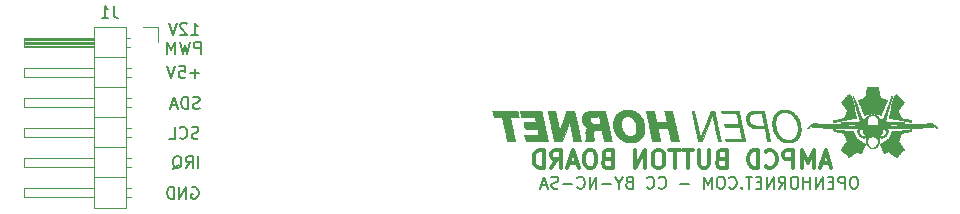
<source format=gbr>
%TF.GenerationSoftware,KiCad,Pcbnew,(6.0.9)*%
%TF.CreationDate,2023-01-21T03:06:26-09:00*%
%TF.ProjectId,AMPCD,414d5043-442e-46b6-9963-61645f706362,rev?*%
%TF.SameCoordinates,Original*%
%TF.FileFunction,Legend,Bot*%
%TF.FilePolarity,Positive*%
%FSLAX46Y46*%
G04 Gerber Fmt 4.6, Leading zero omitted, Abs format (unit mm)*
G04 Created by KiCad (PCBNEW (6.0.9)) date 2023-01-21 03:06:26*
%MOMM*%
%LPD*%
G01*
G04 APERTURE LIST*
%ADD10C,0.300000*%
%ADD11C,0.150000*%
%ADD12C,0.120000*%
%ADD13C,0.010000*%
%ADD14C,2.000000*%
%ADD15C,1.524000*%
%ADD16R,1.700000X1.700000*%
%ADD17O,1.700000X1.700000*%
G04 APERTURE END LIST*
D10*
X131333376Y-14429388D02*
X130619090Y-14429388D01*
X131476233Y-14857960D02*
X130976233Y-13357960D01*
X130476233Y-14857960D01*
X129976233Y-14857960D02*
X129976233Y-13357960D01*
X129476233Y-14429388D01*
X128976233Y-13357960D01*
X128976233Y-14857960D01*
X128261947Y-14857960D02*
X128261947Y-13357960D01*
X127690519Y-13357960D01*
X127547662Y-13429388D01*
X127476233Y-13500817D01*
X127404804Y-13643674D01*
X127404804Y-13857960D01*
X127476233Y-14000817D01*
X127547662Y-14072246D01*
X127690519Y-14143674D01*
X128261947Y-14143674D01*
X125904804Y-14715103D02*
X125976233Y-14786531D01*
X126190519Y-14857960D01*
X126333376Y-14857960D01*
X126547662Y-14786531D01*
X126690519Y-14643674D01*
X126761947Y-14500817D01*
X126833376Y-14215103D01*
X126833376Y-14000817D01*
X126761947Y-13715103D01*
X126690519Y-13572246D01*
X126547662Y-13429388D01*
X126333376Y-13357960D01*
X126190519Y-13357960D01*
X125976233Y-13429388D01*
X125904804Y-13500817D01*
X125261947Y-14857960D02*
X125261947Y-13357960D01*
X124904804Y-13357960D01*
X124690519Y-13429388D01*
X124547662Y-13572246D01*
X124476233Y-13715103D01*
X124404804Y-14000817D01*
X124404804Y-14215103D01*
X124476233Y-14500817D01*
X124547662Y-14643674D01*
X124690519Y-14786531D01*
X124904804Y-14857960D01*
X125261947Y-14857960D01*
X122119090Y-14072246D02*
X121904804Y-14143674D01*
X121833376Y-14215103D01*
X121761947Y-14357960D01*
X121761947Y-14572246D01*
X121833376Y-14715103D01*
X121904804Y-14786531D01*
X122047662Y-14857960D01*
X122619090Y-14857960D01*
X122619090Y-13357960D01*
X122119090Y-13357960D01*
X121976233Y-13429388D01*
X121904804Y-13500817D01*
X121833376Y-13643674D01*
X121833376Y-13786531D01*
X121904804Y-13929388D01*
X121976233Y-14000817D01*
X122119090Y-14072246D01*
X122619090Y-14072246D01*
X121119090Y-13357960D02*
X121119090Y-14572246D01*
X121047662Y-14715103D01*
X120976233Y-14786531D01*
X120833376Y-14857960D01*
X120547662Y-14857960D01*
X120404804Y-14786531D01*
X120333376Y-14715103D01*
X120261947Y-14572246D01*
X120261947Y-13357960D01*
X119761947Y-13357960D02*
X118904804Y-13357960D01*
X119333376Y-14857960D02*
X119333376Y-13357960D01*
X118619090Y-13357960D02*
X117761947Y-13357960D01*
X118190519Y-14857960D02*
X118190519Y-13357960D01*
X116976233Y-13357960D02*
X116690519Y-13357960D01*
X116547662Y-13429388D01*
X116404804Y-13572246D01*
X116333376Y-13857960D01*
X116333376Y-14357960D01*
X116404804Y-14643674D01*
X116547662Y-14786531D01*
X116690519Y-14857960D01*
X116976233Y-14857960D01*
X117119090Y-14786531D01*
X117261947Y-14643674D01*
X117333376Y-14357960D01*
X117333376Y-13857960D01*
X117261947Y-13572246D01*
X117119090Y-13429388D01*
X116976233Y-13357960D01*
X115690519Y-14857960D02*
X115690519Y-13357960D01*
X114833376Y-14857960D01*
X114833376Y-13357960D01*
X112476233Y-14072246D02*
X112261947Y-14143674D01*
X112190519Y-14215103D01*
X112119090Y-14357960D01*
X112119090Y-14572246D01*
X112190519Y-14715103D01*
X112261947Y-14786531D01*
X112404804Y-14857960D01*
X112976233Y-14857960D01*
X112976233Y-13357960D01*
X112476233Y-13357960D01*
X112333376Y-13429388D01*
X112261947Y-13500817D01*
X112190519Y-13643674D01*
X112190519Y-13786531D01*
X112261947Y-13929388D01*
X112333376Y-14000817D01*
X112476233Y-14072246D01*
X112976233Y-14072246D01*
X111190519Y-13357960D02*
X110904804Y-13357960D01*
X110761947Y-13429388D01*
X110619090Y-13572246D01*
X110547662Y-13857960D01*
X110547662Y-14357960D01*
X110619090Y-14643674D01*
X110761947Y-14786531D01*
X110904804Y-14857960D01*
X111190519Y-14857960D01*
X111333376Y-14786531D01*
X111476233Y-14643674D01*
X111547662Y-14357960D01*
X111547662Y-13857960D01*
X111476233Y-13572246D01*
X111333376Y-13429388D01*
X111190519Y-13357960D01*
X109976233Y-14429388D02*
X109261947Y-14429388D01*
X110119090Y-14857960D02*
X109619090Y-13357960D01*
X109119090Y-14857960D01*
X107761947Y-14857960D02*
X108261947Y-14143674D01*
X108619090Y-14857960D02*
X108619090Y-13357960D01*
X108047662Y-13357960D01*
X107904804Y-13429388D01*
X107833376Y-13500817D01*
X107761947Y-13643674D01*
X107761947Y-13857960D01*
X107833376Y-14000817D01*
X107904804Y-14072246D01*
X108047662Y-14143674D01*
X108619090Y-14143674D01*
X107119090Y-14857960D02*
X107119090Y-13357960D01*
X106761947Y-13357960D01*
X106547662Y-13429388D01*
X106404804Y-13572246D01*
X106333376Y-13715103D01*
X106261947Y-14000817D01*
X106261947Y-14215103D01*
X106333376Y-14500817D01*
X106404804Y-14643674D01*
X106547662Y-14786531D01*
X106761947Y-14857960D01*
X107119090Y-14857960D01*
D11*
X133488328Y-15612969D02*
X133297852Y-15612969D01*
X133202614Y-15660588D01*
X133107376Y-15755827D01*
X133059757Y-15946303D01*
X133059757Y-16279636D01*
X133107376Y-16470112D01*
X133202614Y-16565350D01*
X133297852Y-16612969D01*
X133488328Y-16612969D01*
X133583566Y-16565350D01*
X133678804Y-16470112D01*
X133726423Y-16279636D01*
X133726423Y-15946303D01*
X133678804Y-15755827D01*
X133583566Y-15660588D01*
X133488328Y-15612969D01*
X132631185Y-16612969D02*
X132631185Y-15612969D01*
X132250233Y-15612969D01*
X132154995Y-15660588D01*
X132107376Y-15708208D01*
X132059757Y-15803446D01*
X132059757Y-15946303D01*
X132107376Y-16041541D01*
X132154995Y-16089160D01*
X132250233Y-16136779D01*
X132631185Y-16136779D01*
X131631185Y-16089160D02*
X131297852Y-16089160D01*
X131154995Y-16612969D02*
X131631185Y-16612969D01*
X131631185Y-15612969D01*
X131154995Y-15612969D01*
X130726423Y-16612969D02*
X130726423Y-15612969D01*
X130154995Y-16612969D01*
X130154995Y-15612969D01*
X129678804Y-16612969D02*
X129678804Y-15612969D01*
X129678804Y-16089160D02*
X129107376Y-16089160D01*
X129107376Y-16612969D02*
X129107376Y-15612969D01*
X128440709Y-15612969D02*
X128250233Y-15612969D01*
X128154995Y-15660588D01*
X128059757Y-15755827D01*
X128012138Y-15946303D01*
X128012138Y-16279636D01*
X128059757Y-16470112D01*
X128154995Y-16565350D01*
X128250233Y-16612969D01*
X128440709Y-16612969D01*
X128535947Y-16565350D01*
X128631185Y-16470112D01*
X128678804Y-16279636D01*
X128678804Y-15946303D01*
X128631185Y-15755827D01*
X128535947Y-15660588D01*
X128440709Y-15612969D01*
X127012138Y-16612969D02*
X127345471Y-16136779D01*
X127583566Y-16612969D02*
X127583566Y-15612969D01*
X127202614Y-15612969D01*
X127107376Y-15660588D01*
X127059757Y-15708208D01*
X127012138Y-15803446D01*
X127012138Y-15946303D01*
X127059757Y-16041541D01*
X127107376Y-16089160D01*
X127202614Y-16136779D01*
X127583566Y-16136779D01*
X126583566Y-16612969D02*
X126583566Y-15612969D01*
X126012138Y-16612969D01*
X126012138Y-15612969D01*
X125535947Y-16089160D02*
X125202614Y-16089160D01*
X125059757Y-16612969D02*
X125535947Y-16612969D01*
X125535947Y-15612969D01*
X125059757Y-15612969D01*
X124774042Y-15612969D02*
X124202614Y-15612969D01*
X124488328Y-16612969D02*
X124488328Y-15612969D01*
X123869281Y-16517731D02*
X123821662Y-16565350D01*
X123869281Y-16612969D01*
X123916900Y-16565350D01*
X123869281Y-16517731D01*
X123869281Y-16612969D01*
X122821662Y-16517731D02*
X122869281Y-16565350D01*
X123012138Y-16612969D01*
X123107376Y-16612969D01*
X123250233Y-16565350D01*
X123345471Y-16470112D01*
X123393090Y-16374874D01*
X123440709Y-16184398D01*
X123440709Y-16041541D01*
X123393090Y-15851065D01*
X123345471Y-15755827D01*
X123250233Y-15660588D01*
X123107376Y-15612969D01*
X123012138Y-15612969D01*
X122869281Y-15660588D01*
X122821662Y-15708208D01*
X122202614Y-15612969D02*
X122012138Y-15612969D01*
X121916900Y-15660588D01*
X121821662Y-15755827D01*
X121774042Y-15946303D01*
X121774042Y-16279636D01*
X121821662Y-16470112D01*
X121916900Y-16565350D01*
X122012138Y-16612969D01*
X122202614Y-16612969D01*
X122297852Y-16565350D01*
X122393090Y-16470112D01*
X122440709Y-16279636D01*
X122440709Y-15946303D01*
X122393090Y-15755827D01*
X122297852Y-15660588D01*
X122202614Y-15612969D01*
X121345471Y-16612969D02*
X121345471Y-15612969D01*
X121012138Y-16327255D01*
X120678804Y-15612969D01*
X120678804Y-16612969D01*
X119440709Y-16232017D02*
X118678804Y-16232017D01*
X116869281Y-16517731D02*
X116916900Y-16565350D01*
X117059757Y-16612969D01*
X117154995Y-16612969D01*
X117297852Y-16565350D01*
X117393090Y-16470112D01*
X117440709Y-16374874D01*
X117488328Y-16184398D01*
X117488328Y-16041541D01*
X117440709Y-15851065D01*
X117393090Y-15755827D01*
X117297852Y-15660588D01*
X117154995Y-15612969D01*
X117059757Y-15612969D01*
X116916900Y-15660588D01*
X116869281Y-15708208D01*
X115869281Y-16517731D02*
X115916900Y-16565350D01*
X116059757Y-16612969D01*
X116154995Y-16612969D01*
X116297852Y-16565350D01*
X116393090Y-16470112D01*
X116440709Y-16374874D01*
X116488328Y-16184398D01*
X116488328Y-16041541D01*
X116440709Y-15851065D01*
X116393090Y-15755827D01*
X116297852Y-15660588D01*
X116154995Y-15612969D01*
X116059757Y-15612969D01*
X115916900Y-15660588D01*
X115869281Y-15708208D01*
X114345471Y-16089160D02*
X114202614Y-16136779D01*
X114154995Y-16184398D01*
X114107376Y-16279636D01*
X114107376Y-16422493D01*
X114154995Y-16517731D01*
X114202614Y-16565350D01*
X114297852Y-16612969D01*
X114678804Y-16612969D01*
X114678804Y-15612969D01*
X114345471Y-15612969D01*
X114250233Y-15660588D01*
X114202614Y-15708208D01*
X114154995Y-15803446D01*
X114154995Y-15898684D01*
X114202614Y-15993922D01*
X114250233Y-16041541D01*
X114345471Y-16089160D01*
X114678804Y-16089160D01*
X113488328Y-16136779D02*
X113488328Y-16612969D01*
X113821662Y-15612969D02*
X113488328Y-16136779D01*
X113154995Y-15612969D01*
X112821662Y-16232017D02*
X112059757Y-16232017D01*
X111583566Y-16612969D02*
X111583566Y-15612969D01*
X111012138Y-16612969D01*
X111012138Y-15612969D01*
X109964519Y-16517731D02*
X110012138Y-16565350D01*
X110154995Y-16612969D01*
X110250233Y-16612969D01*
X110393090Y-16565350D01*
X110488328Y-16470112D01*
X110535947Y-16374874D01*
X110583566Y-16184398D01*
X110583566Y-16041541D01*
X110535947Y-15851065D01*
X110488328Y-15755827D01*
X110393090Y-15660588D01*
X110250233Y-15612969D01*
X110154995Y-15612969D01*
X110012138Y-15660588D01*
X109964519Y-15708208D01*
X109535947Y-16232017D02*
X108774042Y-16232017D01*
X108345471Y-16565350D02*
X108202614Y-16612969D01*
X107964519Y-16612969D01*
X107869281Y-16565350D01*
X107821662Y-16517731D01*
X107774042Y-16422493D01*
X107774042Y-16327255D01*
X107821662Y-16232017D01*
X107869281Y-16184398D01*
X107964519Y-16136779D01*
X108154995Y-16089160D01*
X108250233Y-16041541D01*
X108297852Y-15993922D01*
X108345471Y-15898684D01*
X108345471Y-15803446D01*
X108297852Y-15708208D01*
X108250233Y-15660588D01*
X108154995Y-15612969D01*
X107916900Y-15612969D01*
X107774042Y-15660588D01*
X107393090Y-16327255D02*
X106916900Y-16327255D01*
X107488328Y-16612969D02*
X107154995Y-15612969D01*
X106821662Y-16612969D01*
X77319366Y-16524188D02*
X77414604Y-16476569D01*
X77557462Y-16476569D01*
X77700319Y-16524188D01*
X77795557Y-16619427D01*
X77843176Y-16714665D01*
X77890795Y-16905141D01*
X77890795Y-17047998D01*
X77843176Y-17238474D01*
X77795557Y-17333712D01*
X77700319Y-17428950D01*
X77557462Y-17476569D01*
X77462223Y-17476569D01*
X77319366Y-17428950D01*
X77271747Y-17381331D01*
X77271747Y-17047998D01*
X77462223Y-17047998D01*
X76843176Y-17476569D02*
X76843176Y-16476569D01*
X76271747Y-17476569D01*
X76271747Y-16476569D01*
X75795557Y-17476569D02*
X75795557Y-16476569D01*
X75557462Y-16476569D01*
X75414604Y-16524188D01*
X75319366Y-16619427D01*
X75271747Y-16714665D01*
X75224128Y-16905141D01*
X75224128Y-17047998D01*
X75271747Y-17238474D01*
X75319366Y-17333712D01*
X75414604Y-17428950D01*
X75557462Y-17476569D01*
X75795557Y-17476569D01*
X77278109Y-3590569D02*
X77849538Y-3590569D01*
X77563823Y-3590569D02*
X77563823Y-2590569D01*
X77659062Y-2733427D01*
X77754300Y-2828665D01*
X77849538Y-2876284D01*
X76897157Y-2685808D02*
X76849538Y-2638188D01*
X76754300Y-2590569D01*
X76516204Y-2590569D01*
X76420966Y-2638188D01*
X76373347Y-2685808D01*
X76325728Y-2781046D01*
X76325728Y-2876284D01*
X76373347Y-3019141D01*
X76944776Y-3590569D01*
X76325728Y-3590569D01*
X76040014Y-2590569D02*
X75706681Y-3590569D01*
X75373347Y-2590569D01*
X78063823Y-5200569D02*
X78063823Y-4200569D01*
X77682871Y-4200569D01*
X77587633Y-4248188D01*
X77540014Y-4295808D01*
X77492395Y-4391046D01*
X77492395Y-4533903D01*
X77540014Y-4629141D01*
X77587633Y-4676760D01*
X77682871Y-4724379D01*
X78063823Y-4724379D01*
X77159062Y-4200569D02*
X76920966Y-5200569D01*
X76730490Y-4486284D01*
X76540014Y-5200569D01*
X76301919Y-4200569D01*
X75920966Y-5200569D02*
X75920966Y-4200569D01*
X75587633Y-4914855D01*
X75254300Y-4200569D01*
X75254300Y-5200569D01*
X77970176Y-6859417D02*
X77208271Y-6859417D01*
X77589223Y-7240369D02*
X77589223Y-6478465D01*
X76255890Y-6240369D02*
X76732081Y-6240369D01*
X76779700Y-6716560D01*
X76732081Y-6668941D01*
X76636842Y-6621322D01*
X76398747Y-6621322D01*
X76303509Y-6668941D01*
X76255890Y-6716560D01*
X76208271Y-6811798D01*
X76208271Y-7049893D01*
X76255890Y-7145131D01*
X76303509Y-7192750D01*
X76398747Y-7240369D01*
X76636842Y-7240369D01*
X76732081Y-7192750D01*
X76779700Y-7145131D01*
X75922557Y-6240369D02*
X75589223Y-7240369D01*
X75255890Y-6240369D01*
X77874938Y-12348950D02*
X77732081Y-12396569D01*
X77493985Y-12396569D01*
X77398747Y-12348950D01*
X77351128Y-12301331D01*
X77303509Y-12206093D01*
X77303509Y-12110855D01*
X77351128Y-12015617D01*
X77398747Y-11967998D01*
X77493985Y-11920379D01*
X77684462Y-11872760D01*
X77779700Y-11825141D01*
X77827319Y-11777522D01*
X77874938Y-11682284D01*
X77874938Y-11587046D01*
X77827319Y-11491808D01*
X77779700Y-11444188D01*
X77684462Y-11396569D01*
X77446366Y-11396569D01*
X77303509Y-11444188D01*
X76303509Y-12301331D02*
X76351128Y-12348950D01*
X76493985Y-12396569D01*
X76589223Y-12396569D01*
X76732081Y-12348950D01*
X76827319Y-12253712D01*
X76874938Y-12158474D01*
X76922557Y-11967998D01*
X76922557Y-11825141D01*
X76874938Y-11634665D01*
X76827319Y-11539427D01*
X76732081Y-11444188D01*
X76589223Y-11396569D01*
X76493985Y-11396569D01*
X76351128Y-11444188D01*
X76303509Y-11491808D01*
X75398747Y-12396569D02*
X75874938Y-12396569D01*
X75874938Y-11396569D01*
X77860671Y-14860369D02*
X77860671Y-13860369D01*
X76813052Y-14860369D02*
X77146385Y-14384179D01*
X77384481Y-14860369D02*
X77384481Y-13860369D01*
X77003528Y-13860369D01*
X76908290Y-13907988D01*
X76860671Y-13955608D01*
X76813052Y-14050846D01*
X76813052Y-14193703D01*
X76860671Y-14288941D01*
X76908290Y-14336560D01*
X77003528Y-14384179D01*
X77384481Y-14384179D01*
X75717814Y-14955608D02*
X75813052Y-14907988D01*
X75908290Y-14812750D01*
X76051147Y-14669893D01*
X76146385Y-14622274D01*
X76241623Y-14622274D01*
X76194004Y-14860369D02*
X76289242Y-14812750D01*
X76384481Y-14717512D01*
X76432100Y-14527036D01*
X76432100Y-14193703D01*
X76384481Y-14003227D01*
X76289242Y-13907988D01*
X76194004Y-13860369D01*
X76003528Y-13860369D01*
X75908290Y-13907988D01*
X75813052Y-14003227D01*
X75765433Y-14193703D01*
X75765433Y-14527036D01*
X75813052Y-14717512D01*
X75908290Y-14812750D01*
X76003528Y-14860369D01*
X76194004Y-14860369D01*
X77974947Y-9808950D02*
X77832090Y-9856569D01*
X77593995Y-9856569D01*
X77498757Y-9808950D01*
X77451138Y-9761331D01*
X77403519Y-9666093D01*
X77403519Y-9570855D01*
X77451138Y-9475617D01*
X77498757Y-9427998D01*
X77593995Y-9380379D01*
X77784471Y-9332760D01*
X77879709Y-9285141D01*
X77927328Y-9237522D01*
X77974947Y-9142284D01*
X77974947Y-9047046D01*
X77927328Y-8951808D01*
X77879709Y-8904188D01*
X77784471Y-8856569D01*
X77546376Y-8856569D01*
X77403519Y-8904188D01*
X76974947Y-9856569D02*
X76974947Y-8856569D01*
X76736852Y-8856569D01*
X76593995Y-8904188D01*
X76498757Y-8999427D01*
X76451138Y-9094665D01*
X76403519Y-9285141D01*
X76403519Y-9427998D01*
X76451138Y-9618474D01*
X76498757Y-9713712D01*
X76593995Y-9808950D01*
X76736852Y-9856569D01*
X76974947Y-9856569D01*
X76022566Y-9570855D02*
X75546376Y-9570855D01*
X76117804Y-9856569D02*
X75784471Y-8856569D01*
X75451138Y-9856569D01*
%TO.C,J1*%
X70693195Y-1134969D02*
X70693195Y-1849255D01*
X70740814Y-1992112D01*
X70836052Y-2087350D01*
X70978909Y-2134969D01*
X71074147Y-2134969D01*
X69693195Y-2134969D02*
X70264623Y-2134969D01*
X69978909Y-2134969D02*
X69978909Y-1134969D01*
X70074147Y-1277827D01*
X70169385Y-1373065D01*
X70264623Y-1420684D01*
D12*
X63079262Y-14787988D02*
X69079262Y-14787988D01*
X69079262Y-3867988D02*
X63079262Y-3867988D01*
X72069262Y-3867988D02*
X71739262Y-3867988D01*
X69079262Y-4527988D02*
X63079262Y-4527988D01*
X71739262Y-5517988D02*
X69079262Y-5517988D01*
X63079262Y-4627988D02*
X69079262Y-4627988D01*
X69079262Y-3927988D02*
X63079262Y-3927988D01*
X72136333Y-6407988D02*
X71739262Y-6407988D01*
X69079262Y-4287988D02*
X63079262Y-4287988D01*
X63079262Y-9707988D02*
X69079262Y-9707988D01*
X63079262Y-8947988D02*
X63079262Y-9707988D01*
X71739262Y-10597988D02*
X69079262Y-10597988D01*
X74449262Y-4247988D02*
X74449262Y-2977988D01*
X71739262Y-8057988D02*
X69079262Y-8057988D01*
X69079262Y-16567988D02*
X63079262Y-16567988D01*
X63079262Y-11487988D02*
X63079262Y-12247988D01*
X63079262Y-7167988D02*
X69079262Y-7167988D01*
X72136333Y-12247988D02*
X71739262Y-12247988D01*
X69079262Y-6407988D02*
X63079262Y-6407988D01*
X63079262Y-14027988D02*
X63079262Y-14787988D01*
X72136333Y-14787988D02*
X71739262Y-14787988D01*
X69079262Y-4167988D02*
X63079262Y-4167988D01*
X69079262Y-4047988D02*
X63079262Y-4047988D01*
X74449262Y-2977988D02*
X73179262Y-2977988D01*
X69079262Y-4407988D02*
X63079262Y-4407988D01*
X71739262Y-15677988D02*
X69079262Y-15677988D01*
X72136333Y-11487988D02*
X71739262Y-11487988D01*
X71739262Y-2917988D02*
X71739262Y-18277988D01*
X69079262Y-18277988D02*
X69079262Y-2917988D01*
X69079262Y-2917988D02*
X71739262Y-2917988D01*
X63079262Y-3867988D02*
X63079262Y-4627988D01*
X63079262Y-12247988D02*
X69079262Y-12247988D01*
X69079262Y-14027988D02*
X63079262Y-14027988D01*
X72136333Y-17327988D02*
X71739262Y-17327988D01*
X71739262Y-18277988D02*
X69079262Y-18277988D01*
X63079262Y-17327988D02*
X69079262Y-17327988D01*
X72136333Y-7167988D02*
X71739262Y-7167988D01*
X71739262Y-13137988D02*
X69079262Y-13137988D01*
X72136333Y-9707988D02*
X71739262Y-9707988D01*
X63079262Y-16567988D02*
X63079262Y-17327988D01*
X72069262Y-4627988D02*
X71739262Y-4627988D01*
X72136333Y-16567988D02*
X71739262Y-16567988D01*
X69079262Y-8947988D02*
X63079262Y-8947988D01*
X72136333Y-14027988D02*
X71739262Y-14027988D01*
X69079262Y-11487988D02*
X63079262Y-11487988D01*
X63079262Y-6407988D02*
X63079262Y-7167988D01*
X72136333Y-8947988D02*
X71739262Y-8947988D01*
%TO.C,G\u002A\u002A\u002A*%
G36*
X132951756Y-8642915D02*
G01*
X132952143Y-8642986D01*
X132959260Y-8646190D01*
X132972183Y-8653559D01*
X132989899Y-8664460D01*
X133011400Y-8678258D01*
X133035677Y-8694318D01*
X133061718Y-8712007D01*
X133160129Y-8779709D01*
X133347549Y-9649690D01*
X133348219Y-9652802D01*
X133370708Y-9757169D01*
X133391494Y-9853589D01*
X133410650Y-9942385D01*
X133428245Y-10023880D01*
X133444351Y-10098397D01*
X133459039Y-10166257D01*
X133472380Y-10227785D01*
X133484444Y-10283303D01*
X133495302Y-10333133D01*
X133505025Y-10377598D01*
X133513684Y-10417020D01*
X133521350Y-10451724D01*
X133528094Y-10482031D01*
X133533987Y-10508263D01*
X133539099Y-10530745D01*
X133543502Y-10549797D01*
X133547266Y-10565744D01*
X133550462Y-10578908D01*
X133553161Y-10589611D01*
X133555435Y-10598177D01*
X133557353Y-10604927D01*
X133557974Y-10609827D01*
X133555259Y-10613831D01*
X133547528Y-10617754D01*
X133533208Y-10622759D01*
X133532068Y-10623091D01*
X133522405Y-10625273D01*
X133505097Y-10628711D01*
X133480711Y-10633307D01*
X133449815Y-10638960D01*
X133412978Y-10645570D01*
X133370768Y-10653037D01*
X133323753Y-10661261D01*
X133272500Y-10670143D01*
X133217579Y-10679581D01*
X133159556Y-10689477D01*
X133099000Y-10699729D01*
X133036479Y-10710239D01*
X133030386Y-10711259D01*
X132966712Y-10721942D01*
X132904232Y-10732452D01*
X132843597Y-10742680D01*
X132785457Y-10752515D01*
X132730464Y-10761845D01*
X132679268Y-10770559D01*
X132632519Y-10778547D01*
X132590869Y-10785697D01*
X132554967Y-10791900D01*
X132525465Y-10797043D01*
X132503013Y-10801015D01*
X132488262Y-10803707D01*
X132469770Y-10807249D01*
X132422928Y-10816646D01*
X132370436Y-10827731D01*
X132311936Y-10840585D01*
X132247069Y-10855290D01*
X132175476Y-10871927D01*
X132096800Y-10890580D01*
X132010681Y-10911330D01*
X131916762Y-10934258D01*
X131873016Y-10944966D01*
X131830602Y-10955288D01*
X131791181Y-10964820D01*
X131755500Y-10973385D01*
X131724304Y-10980805D01*
X131698341Y-10986903D01*
X131678357Y-10991502D01*
X131665099Y-10994423D01*
X131659314Y-10995489D01*
X131649516Y-10995921D01*
X131652178Y-10847895D01*
X131664878Y-10835293D01*
X131665017Y-10835156D01*
X131667231Y-10833076D01*
X131669808Y-10831123D01*
X131673243Y-10829192D01*
X131678035Y-10827179D01*
X131684681Y-10824978D01*
X131693680Y-10822487D01*
X131705528Y-10819599D01*
X131720724Y-10816210D01*
X131739765Y-10812216D01*
X131763148Y-10807512D01*
X131791373Y-10801994D01*
X131824935Y-10795557D01*
X131864333Y-10788097D01*
X131910065Y-10779509D01*
X131962628Y-10769688D01*
X132022520Y-10758530D01*
X132090238Y-10745930D01*
X132121402Y-10740123D01*
X132178429Y-10729439D01*
X132232935Y-10719156D01*
X132284340Y-10709387D01*
X132332063Y-10700244D01*
X132375523Y-10691841D01*
X132414140Y-10684291D01*
X132447333Y-10677707D01*
X132474522Y-10672203D01*
X132495126Y-10667891D01*
X132508564Y-10664884D01*
X132514256Y-10663297D01*
X132523991Y-10656643D01*
X132533963Y-10646809D01*
X132534029Y-10646721D01*
X132536974Y-10641057D01*
X132542889Y-10628372D01*
X132551458Y-10609401D01*
X132562365Y-10584881D01*
X132575293Y-10555546D01*
X132589924Y-10522134D01*
X132605944Y-10485379D01*
X132623034Y-10446017D01*
X132640878Y-10404784D01*
X132659160Y-10362416D01*
X132677563Y-10319649D01*
X132695771Y-10277218D01*
X132713466Y-10235859D01*
X132730332Y-10196309D01*
X132746053Y-10159302D01*
X132760312Y-10125574D01*
X132772792Y-10095862D01*
X132783176Y-10070901D01*
X132791149Y-10051426D01*
X132796392Y-10038174D01*
X132798591Y-10031881D01*
X132798667Y-10031518D01*
X132799080Y-10020616D01*
X132797373Y-10007783D01*
X132795558Y-10003900D01*
X132789065Y-9992912D01*
X132778095Y-9975524D01*
X132762856Y-9952047D01*
X132743556Y-9922791D01*
X132720401Y-9888067D01*
X132693599Y-9848184D01*
X132663356Y-9803454D01*
X132629881Y-9754186D01*
X132593379Y-9700691D01*
X132554059Y-9643279D01*
X132509142Y-9577703D01*
X132468509Y-9518154D01*
X132432468Y-9465085D01*
X132401055Y-9418551D01*
X132374307Y-9378605D01*
X132352260Y-9345303D01*
X132334950Y-9318699D01*
X132322415Y-9298848D01*
X132314689Y-9285805D01*
X132311810Y-9279624D01*
X132311541Y-9269500D01*
X132316080Y-9253501D01*
X132316258Y-9253196D01*
X132321109Y-9247245D01*
X132331388Y-9235998D01*
X132346601Y-9219947D01*
X132366251Y-9199582D01*
X132389845Y-9175397D01*
X132416887Y-9147883D01*
X132446882Y-9117533D01*
X132479336Y-9084837D01*
X132513753Y-9050289D01*
X132549639Y-9014379D01*
X132586499Y-8977601D01*
X132623837Y-8940445D01*
X132661159Y-8903404D01*
X132697970Y-8866970D01*
X132733774Y-8831635D01*
X132768078Y-8797890D01*
X132800385Y-8766227D01*
X132830202Y-8737139D01*
X132857033Y-8711118D01*
X132880383Y-8688655D01*
X132899757Y-8670242D01*
X132914660Y-8656371D01*
X132924598Y-8647535D01*
X132929075Y-8644224D01*
X132938340Y-8642864D01*
X132951756Y-8642915D01*
G37*
D13*
X132951756Y-8642915D02*
X132952143Y-8642986D01*
X132959260Y-8646190D01*
X132972183Y-8653559D01*
X132989899Y-8664460D01*
X133011400Y-8678258D01*
X133035677Y-8694318D01*
X133061718Y-8712007D01*
X133160129Y-8779709D01*
X133347549Y-9649690D01*
X133348219Y-9652802D01*
X133370708Y-9757169D01*
X133391494Y-9853589D01*
X133410650Y-9942385D01*
X133428245Y-10023880D01*
X133444351Y-10098397D01*
X133459039Y-10166257D01*
X133472380Y-10227785D01*
X133484444Y-10283303D01*
X133495302Y-10333133D01*
X133505025Y-10377598D01*
X133513684Y-10417020D01*
X133521350Y-10451724D01*
X133528094Y-10482031D01*
X133533987Y-10508263D01*
X133539099Y-10530745D01*
X133543502Y-10549797D01*
X133547266Y-10565744D01*
X133550462Y-10578908D01*
X133553161Y-10589611D01*
X133555435Y-10598177D01*
X133557353Y-10604927D01*
X133557974Y-10609827D01*
X133555259Y-10613831D01*
X133547528Y-10617754D01*
X133533208Y-10622759D01*
X133532068Y-10623091D01*
X133522405Y-10625273D01*
X133505097Y-10628711D01*
X133480711Y-10633307D01*
X133449815Y-10638960D01*
X133412978Y-10645570D01*
X133370768Y-10653037D01*
X133323753Y-10661261D01*
X133272500Y-10670143D01*
X133217579Y-10679581D01*
X133159556Y-10689477D01*
X133099000Y-10699729D01*
X133036479Y-10710239D01*
X133030386Y-10711259D01*
X132966712Y-10721942D01*
X132904232Y-10732452D01*
X132843597Y-10742680D01*
X132785457Y-10752515D01*
X132730464Y-10761845D01*
X132679268Y-10770559D01*
X132632519Y-10778547D01*
X132590869Y-10785697D01*
X132554967Y-10791900D01*
X132525465Y-10797043D01*
X132503013Y-10801015D01*
X132488262Y-10803707D01*
X132469770Y-10807249D01*
X132422928Y-10816646D01*
X132370436Y-10827731D01*
X132311936Y-10840585D01*
X132247069Y-10855290D01*
X132175476Y-10871927D01*
X132096800Y-10890580D01*
X132010681Y-10911330D01*
X131916762Y-10934258D01*
X131873016Y-10944966D01*
X131830602Y-10955288D01*
X131791181Y-10964820D01*
X131755500Y-10973385D01*
X131724304Y-10980805D01*
X131698341Y-10986903D01*
X131678357Y-10991502D01*
X131665099Y-10994423D01*
X131659314Y-10995489D01*
X131649516Y-10995921D01*
X131652178Y-10847895D01*
X131664878Y-10835293D01*
X131665017Y-10835156D01*
X131667231Y-10833076D01*
X131669808Y-10831123D01*
X131673243Y-10829192D01*
X131678035Y-10827179D01*
X131684681Y-10824978D01*
X131693680Y-10822487D01*
X131705528Y-10819599D01*
X131720724Y-10816210D01*
X131739765Y-10812216D01*
X131763148Y-10807512D01*
X131791373Y-10801994D01*
X131824935Y-10795557D01*
X131864333Y-10788097D01*
X131910065Y-10779509D01*
X131962628Y-10769688D01*
X132022520Y-10758530D01*
X132090238Y-10745930D01*
X132121402Y-10740123D01*
X132178429Y-10729439D01*
X132232935Y-10719156D01*
X132284340Y-10709387D01*
X132332063Y-10700244D01*
X132375523Y-10691841D01*
X132414140Y-10684291D01*
X132447333Y-10677707D01*
X132474522Y-10672203D01*
X132495126Y-10667891D01*
X132508564Y-10664884D01*
X132514256Y-10663297D01*
X132523991Y-10656643D01*
X132533963Y-10646809D01*
X132534029Y-10646721D01*
X132536974Y-10641057D01*
X132542889Y-10628372D01*
X132551458Y-10609401D01*
X132562365Y-10584881D01*
X132575293Y-10555546D01*
X132589924Y-10522134D01*
X132605944Y-10485379D01*
X132623034Y-10446017D01*
X132640878Y-10404784D01*
X132659160Y-10362416D01*
X132677563Y-10319649D01*
X132695771Y-10277218D01*
X132713466Y-10235859D01*
X132730332Y-10196309D01*
X132746053Y-10159302D01*
X132760312Y-10125574D01*
X132772792Y-10095862D01*
X132783176Y-10070901D01*
X132791149Y-10051426D01*
X132796392Y-10038174D01*
X132798591Y-10031881D01*
X132798667Y-10031518D01*
X132799080Y-10020616D01*
X132797373Y-10007783D01*
X132795558Y-10003900D01*
X132789065Y-9992912D01*
X132778095Y-9975524D01*
X132762856Y-9952047D01*
X132743556Y-9922791D01*
X132720401Y-9888067D01*
X132693599Y-9848184D01*
X132663356Y-9803454D01*
X132629881Y-9754186D01*
X132593379Y-9700691D01*
X132554059Y-9643279D01*
X132509142Y-9577703D01*
X132468509Y-9518154D01*
X132432468Y-9465085D01*
X132401055Y-9418551D01*
X132374307Y-9378605D01*
X132352260Y-9345303D01*
X132334950Y-9318699D01*
X132322415Y-9298848D01*
X132314689Y-9285805D01*
X132311810Y-9279624D01*
X132311541Y-9269500D01*
X132316080Y-9253501D01*
X132316258Y-9253196D01*
X132321109Y-9247245D01*
X132331388Y-9235998D01*
X132346601Y-9219947D01*
X132366251Y-9199582D01*
X132389845Y-9175397D01*
X132416887Y-9147883D01*
X132446882Y-9117533D01*
X132479336Y-9084837D01*
X132513753Y-9050289D01*
X132549639Y-9014379D01*
X132586499Y-8977601D01*
X132623837Y-8940445D01*
X132661159Y-8903404D01*
X132697970Y-8866970D01*
X132733774Y-8831635D01*
X132768078Y-8797890D01*
X132800385Y-8766227D01*
X132830202Y-8737139D01*
X132857033Y-8711118D01*
X132880383Y-8688655D01*
X132899757Y-8670242D01*
X132914660Y-8656371D01*
X132924598Y-8647535D01*
X132929075Y-8644224D01*
X132938340Y-8642864D01*
X132951756Y-8642915D01*
G36*
X137281384Y-8945888D02*
G01*
X137292951Y-8957451D01*
X137342011Y-9006494D01*
X137385488Y-9049989D01*
X137423705Y-9088301D01*
X137456987Y-9121796D01*
X137485659Y-9150839D01*
X137510045Y-9175796D01*
X137530470Y-9197033D01*
X137547257Y-9214915D01*
X137560732Y-9229807D01*
X137571219Y-9242076D01*
X137579042Y-9252087D01*
X137584526Y-9260205D01*
X137587995Y-9266795D01*
X137589774Y-9272225D01*
X137590187Y-9276858D01*
X137589558Y-9281061D01*
X137588213Y-9285199D01*
X137586475Y-9289638D01*
X137585744Y-9291001D01*
X137580778Y-9298890D01*
X137571491Y-9313041D01*
X137558216Y-9332963D01*
X137541287Y-9358163D01*
X137521038Y-9388148D01*
X137497802Y-9422426D01*
X137471913Y-9460503D01*
X137443704Y-9501888D01*
X137413510Y-9546088D01*
X137381663Y-9592610D01*
X137348498Y-9640962D01*
X137333885Y-9662250D01*
X137301204Y-9709904D01*
X137269954Y-9755527D01*
X137240471Y-9798625D01*
X137213093Y-9838704D01*
X137188156Y-9875270D01*
X137165997Y-9907826D01*
X137146953Y-9935880D01*
X137131360Y-9958937D01*
X137119555Y-9976501D01*
X137111876Y-9988079D01*
X137108658Y-9993176D01*
X137107294Y-9995867D01*
X137105091Y-10000879D01*
X137103577Y-10006168D01*
X137102943Y-10012271D01*
X137103378Y-10019722D01*
X137105074Y-10029058D01*
X137108219Y-10040813D01*
X137113005Y-10055523D01*
X137119621Y-10073724D01*
X137128257Y-10095951D01*
X137139104Y-10122741D01*
X137152352Y-10154627D01*
X137168190Y-10192147D01*
X137186809Y-10235835D01*
X137208399Y-10286227D01*
X137233151Y-10343859D01*
X137253124Y-10390330D01*
X137274494Y-10439995D01*
X137292982Y-10482844D01*
X137308833Y-10519404D01*
X137322296Y-10550206D01*
X137333618Y-10575779D01*
X137343046Y-10596652D01*
X137350828Y-10613353D01*
X137357211Y-10626413D01*
X137362442Y-10636359D01*
X137366769Y-10643722D01*
X137370439Y-10649031D01*
X137373700Y-10652813D01*
X137376798Y-10655600D01*
X137379982Y-10657919D01*
X137381810Y-10659085D01*
X137385683Y-10661096D01*
X137390907Y-10663203D01*
X137397980Y-10665507D01*
X137407400Y-10668111D01*
X137419667Y-10671118D01*
X137435278Y-10674629D01*
X137454731Y-10678747D01*
X137478526Y-10683573D01*
X137507160Y-10689211D01*
X137541131Y-10695761D01*
X137580939Y-10703327D01*
X137627081Y-10712011D01*
X137680057Y-10721914D01*
X137740363Y-10733139D01*
X137808499Y-10745789D01*
X137869333Y-10757114D01*
X137930600Y-10768610D01*
X137987421Y-10779368D01*
X138039364Y-10789303D01*
X138085998Y-10798329D01*
X138126891Y-10806362D01*
X138161611Y-10813318D01*
X138189725Y-10819111D01*
X138210803Y-10823656D01*
X138224413Y-10826868D01*
X138230121Y-10828663D01*
X138234407Y-10831773D01*
X138240176Y-10837890D01*
X138244327Y-10846185D01*
X138247115Y-10857914D01*
X138248791Y-10874334D01*
X138249612Y-10896700D01*
X138249828Y-10926270D01*
X138249812Y-10936681D01*
X138249569Y-10960700D01*
X138248968Y-10977624D01*
X138247930Y-10988462D01*
X138246371Y-10994224D01*
X138244212Y-10995921D01*
X138243152Y-10995759D01*
X138235049Y-10994017D01*
X138219700Y-10990497D01*
X138197803Y-10985367D01*
X138170057Y-10978792D01*
X138137158Y-10970939D01*
X138099804Y-10961974D01*
X138058692Y-10952063D01*
X138014521Y-10941373D01*
X137967987Y-10930069D01*
X137950576Y-10925832D01*
X137889898Y-10911076D01*
X137834497Y-10897641D01*
X137783691Y-10885392D01*
X137736799Y-10874192D01*
X137693140Y-10863906D01*
X137652032Y-10854398D01*
X137612793Y-10845531D01*
X137574744Y-10837170D01*
X137537201Y-10829179D01*
X137499484Y-10821422D01*
X137460911Y-10813763D01*
X137420802Y-10806066D01*
X137378474Y-10798195D01*
X137333246Y-10790014D01*
X137284438Y-10781387D01*
X137231367Y-10772179D01*
X137173352Y-10762253D01*
X137109712Y-10751473D01*
X137039766Y-10739704D01*
X136962832Y-10726810D01*
X136878229Y-10712654D01*
X136854100Y-10708613D01*
X136791498Y-10698077D01*
X136731044Y-10687834D01*
X136673304Y-10677981D01*
X136618839Y-10668619D01*
X136568216Y-10659844D01*
X136521997Y-10651758D01*
X136480747Y-10644459D01*
X136445031Y-10638045D01*
X136415411Y-10632616D01*
X136392452Y-10628271D01*
X136376718Y-10625108D01*
X136368774Y-10623228D01*
X136358899Y-10620006D01*
X136347640Y-10615443D01*
X136342497Y-10611428D01*
X136342113Y-10607141D01*
X136343630Y-10602339D01*
X136347171Y-10590783D01*
X136351427Y-10576644D01*
X136352882Y-10570727D01*
X136356064Y-10556817D01*
X136360860Y-10535397D01*
X136367184Y-10506859D01*
X136374951Y-10471594D01*
X136384076Y-10429996D01*
X136394473Y-10382455D01*
X136406057Y-10329365D01*
X136418743Y-10271116D01*
X136432445Y-10208101D01*
X136447077Y-10140713D01*
X136462555Y-10069342D01*
X136478793Y-9994381D01*
X136495706Y-9916222D01*
X136513208Y-9835257D01*
X136531214Y-9751879D01*
X136549639Y-9666478D01*
X136740847Y-8779771D01*
X136840230Y-8711123D01*
X136854607Y-8701202D01*
X136880911Y-8683163D01*
X136901609Y-8669224D01*
X136917603Y-8658861D01*
X136929795Y-8651550D01*
X136939088Y-8646765D01*
X136946384Y-8643984D01*
X136952585Y-8642680D01*
X136958593Y-8642331D01*
X136977574Y-8642188D01*
X137281384Y-8945888D01*
G37*
X137281384Y-8945888D02*
X137292951Y-8957451D01*
X137342011Y-9006494D01*
X137385488Y-9049989D01*
X137423705Y-9088301D01*
X137456987Y-9121796D01*
X137485659Y-9150839D01*
X137510045Y-9175796D01*
X137530470Y-9197033D01*
X137547257Y-9214915D01*
X137560732Y-9229807D01*
X137571219Y-9242076D01*
X137579042Y-9252087D01*
X137584526Y-9260205D01*
X137587995Y-9266795D01*
X137589774Y-9272225D01*
X137590187Y-9276858D01*
X137589558Y-9281061D01*
X137588213Y-9285199D01*
X137586475Y-9289638D01*
X137585744Y-9291001D01*
X137580778Y-9298890D01*
X137571491Y-9313041D01*
X137558216Y-9332963D01*
X137541287Y-9358163D01*
X137521038Y-9388148D01*
X137497802Y-9422426D01*
X137471913Y-9460503D01*
X137443704Y-9501888D01*
X137413510Y-9546088D01*
X137381663Y-9592610D01*
X137348498Y-9640962D01*
X137333885Y-9662250D01*
X137301204Y-9709904D01*
X137269954Y-9755527D01*
X137240471Y-9798625D01*
X137213093Y-9838704D01*
X137188156Y-9875270D01*
X137165997Y-9907826D01*
X137146953Y-9935880D01*
X137131360Y-9958937D01*
X137119555Y-9976501D01*
X137111876Y-9988079D01*
X137108658Y-9993176D01*
X137107294Y-9995867D01*
X137105091Y-10000879D01*
X137103577Y-10006168D01*
X137102943Y-10012271D01*
X137103378Y-10019722D01*
X137105074Y-10029058D01*
X137108219Y-10040813D01*
X137113005Y-10055523D01*
X137119621Y-10073724D01*
X137128257Y-10095951D01*
X137139104Y-10122741D01*
X137152352Y-10154627D01*
X137168190Y-10192147D01*
X137186809Y-10235835D01*
X137208399Y-10286227D01*
X137233151Y-10343859D01*
X137253124Y-10390330D01*
X137274494Y-10439995D01*
X137292982Y-10482844D01*
X137308833Y-10519404D01*
X137322296Y-10550206D01*
X137333618Y-10575779D01*
X137343046Y-10596652D01*
X137350828Y-10613353D01*
X137357211Y-10626413D01*
X137362442Y-10636359D01*
X137366769Y-10643722D01*
X137370439Y-10649031D01*
X137373700Y-10652813D01*
X137376798Y-10655600D01*
X137379982Y-10657919D01*
X137381810Y-10659085D01*
X137385683Y-10661096D01*
X137390907Y-10663203D01*
X137397980Y-10665507D01*
X137407400Y-10668111D01*
X137419667Y-10671118D01*
X137435278Y-10674629D01*
X137454731Y-10678747D01*
X137478526Y-10683573D01*
X137507160Y-10689211D01*
X137541131Y-10695761D01*
X137580939Y-10703327D01*
X137627081Y-10712011D01*
X137680057Y-10721914D01*
X137740363Y-10733139D01*
X137808499Y-10745789D01*
X137869333Y-10757114D01*
X137930600Y-10768610D01*
X137987421Y-10779368D01*
X138039364Y-10789303D01*
X138085998Y-10798329D01*
X138126891Y-10806362D01*
X138161611Y-10813318D01*
X138189725Y-10819111D01*
X138210803Y-10823656D01*
X138224413Y-10826868D01*
X138230121Y-10828663D01*
X138234407Y-10831773D01*
X138240176Y-10837890D01*
X138244327Y-10846185D01*
X138247115Y-10857914D01*
X138248791Y-10874334D01*
X138249612Y-10896700D01*
X138249828Y-10926270D01*
X138249812Y-10936681D01*
X138249569Y-10960700D01*
X138248968Y-10977624D01*
X138247930Y-10988462D01*
X138246371Y-10994224D01*
X138244212Y-10995921D01*
X138243152Y-10995759D01*
X138235049Y-10994017D01*
X138219700Y-10990497D01*
X138197803Y-10985367D01*
X138170057Y-10978792D01*
X138137158Y-10970939D01*
X138099804Y-10961974D01*
X138058692Y-10952063D01*
X138014521Y-10941373D01*
X137967987Y-10930069D01*
X137950576Y-10925832D01*
X137889898Y-10911076D01*
X137834497Y-10897641D01*
X137783691Y-10885392D01*
X137736799Y-10874192D01*
X137693140Y-10863906D01*
X137652032Y-10854398D01*
X137612793Y-10845531D01*
X137574744Y-10837170D01*
X137537201Y-10829179D01*
X137499484Y-10821422D01*
X137460911Y-10813763D01*
X137420802Y-10806066D01*
X137378474Y-10798195D01*
X137333246Y-10790014D01*
X137284438Y-10781387D01*
X137231367Y-10772179D01*
X137173352Y-10762253D01*
X137109712Y-10751473D01*
X137039766Y-10739704D01*
X136962832Y-10726810D01*
X136878229Y-10712654D01*
X136854100Y-10708613D01*
X136791498Y-10698077D01*
X136731044Y-10687834D01*
X136673304Y-10677981D01*
X136618839Y-10668619D01*
X136568216Y-10659844D01*
X136521997Y-10651758D01*
X136480747Y-10644459D01*
X136445031Y-10638045D01*
X136415411Y-10632616D01*
X136392452Y-10628271D01*
X136376718Y-10625108D01*
X136368774Y-10623228D01*
X136358899Y-10620006D01*
X136347640Y-10615443D01*
X136342497Y-10611428D01*
X136342113Y-10607141D01*
X136343630Y-10602339D01*
X136347171Y-10590783D01*
X136351427Y-10576644D01*
X136352882Y-10570727D01*
X136356064Y-10556817D01*
X136360860Y-10535397D01*
X136367184Y-10506859D01*
X136374951Y-10471594D01*
X136384076Y-10429996D01*
X136394473Y-10382455D01*
X136406057Y-10329365D01*
X136418743Y-10271116D01*
X136432445Y-10208101D01*
X136447077Y-10140713D01*
X136462555Y-10069342D01*
X136478793Y-9994381D01*
X136495706Y-9916222D01*
X136513208Y-9835257D01*
X136531214Y-9751879D01*
X136549639Y-9666478D01*
X136740847Y-8779771D01*
X136840230Y-8711123D01*
X136854607Y-8701202D01*
X136880911Y-8683163D01*
X136901609Y-8669224D01*
X136917603Y-8658861D01*
X136929795Y-8651550D01*
X136939088Y-8646765D01*
X136946384Y-8643984D01*
X136952585Y-8642680D01*
X136958593Y-8642331D01*
X136977574Y-8642188D01*
X137281384Y-8945888D01*
G36*
X126035767Y-11377525D02*
G01*
X126056372Y-11479714D01*
X126076507Y-11579606D01*
X126096110Y-11676885D01*
X126115116Y-11771234D01*
X126133463Y-11862339D01*
X126151086Y-11949882D01*
X126167923Y-12033549D01*
X126183910Y-12113023D01*
X126198983Y-12187988D01*
X126213079Y-12258129D01*
X126226135Y-12323130D01*
X126238086Y-12382674D01*
X126248871Y-12436446D01*
X126258424Y-12484130D01*
X126266682Y-12525410D01*
X126273583Y-12559971D01*
X126279063Y-12587495D01*
X126283057Y-12607668D01*
X126285503Y-12620174D01*
X126286338Y-12624696D01*
X126284767Y-12626208D01*
X126279117Y-12627494D01*
X126268650Y-12628476D01*
X126252635Y-12629185D01*
X126230344Y-12629652D01*
X126201046Y-12629909D01*
X126164013Y-12629988D01*
X126041597Y-12629988D01*
X126037467Y-12609879D01*
X126037360Y-12609351D01*
X126035813Y-12601438D01*
X126032791Y-12585806D01*
X126028394Y-12562971D01*
X126022720Y-12533446D01*
X126015867Y-12497746D01*
X126007935Y-12456383D01*
X125999021Y-12409873D01*
X125989224Y-12358728D01*
X125978643Y-12303464D01*
X125967376Y-12244593D01*
X125955522Y-12182631D01*
X125943179Y-12118090D01*
X125930445Y-12051485D01*
X125827552Y-11513199D01*
X125463265Y-11511202D01*
X125421147Y-11510962D01*
X125355916Y-11510539D01*
X125298102Y-11510075D01*
X125247045Y-11509550D01*
X125202083Y-11508938D01*
X125162555Y-11508218D01*
X125127802Y-11507367D01*
X125097162Y-11506360D01*
X125069974Y-11505176D01*
X125045578Y-11503792D01*
X125023313Y-11502183D01*
X125002518Y-11500328D01*
X124982532Y-11498203D01*
X124962695Y-11495785D01*
X124942345Y-11493052D01*
X124939317Y-11492626D01*
X124853799Y-11477303D01*
X124773219Y-11456341D01*
X124698057Y-11429909D01*
X124628792Y-11398173D01*
X124565905Y-11361302D01*
X124561966Y-11358653D01*
X124532230Y-11336329D01*
X124500450Y-11308986D01*
X124468495Y-11278484D01*
X124438236Y-11246682D01*
X124411542Y-11215441D01*
X124390284Y-11186621D01*
X124380712Y-11171828D01*
X124345021Y-11108473D01*
X124315499Y-11041236D01*
X124291994Y-10969591D01*
X124274353Y-10893011D01*
X124262423Y-10810968D01*
X124256053Y-10722938D01*
X124255182Y-10682295D01*
X124255539Y-10673123D01*
X124492499Y-10673123D01*
X124492752Y-10731338D01*
X124493852Y-10755952D01*
X124501019Y-10829893D01*
X124513866Y-10897679D01*
X124532504Y-10959503D01*
X124557045Y-11015556D01*
X124587597Y-11066030D01*
X124624272Y-11111116D01*
X124667181Y-11151008D01*
X124716434Y-11185896D01*
X124772141Y-11215973D01*
X124790314Y-11224193D01*
X124845405Y-11245355D01*
X124904428Y-11262520D01*
X124968367Y-11275909D01*
X125038207Y-11285740D01*
X125114934Y-11292233D01*
X125131854Y-11293054D01*
X125156480Y-11293863D01*
X125186521Y-11294567D01*
X125221206Y-11295166D01*
X125259763Y-11295661D01*
X125301422Y-11296054D01*
X125345411Y-11296345D01*
X125390958Y-11296535D01*
X125437294Y-11296626D01*
X125483646Y-11296618D01*
X125529244Y-11296513D01*
X125573316Y-11296311D01*
X125615092Y-11296014D01*
X125653799Y-11295623D01*
X125688667Y-11295138D01*
X125718925Y-11294561D01*
X125743801Y-11293892D01*
X125762524Y-11293133D01*
X125774324Y-11292285D01*
X125778429Y-11291348D01*
X125778427Y-11291312D01*
X125777533Y-11286246D01*
X125775064Y-11273404D01*
X125771120Y-11253287D01*
X125765801Y-11226396D01*
X125759208Y-11193231D01*
X125751440Y-11154294D01*
X125742598Y-11110085D01*
X125732782Y-11061104D01*
X125722092Y-11007853D01*
X125710628Y-10950833D01*
X125698491Y-10890543D01*
X125685780Y-10827485D01*
X125672595Y-10762161D01*
X125671917Y-10758801D01*
X125658761Y-10693637D01*
X125646083Y-10630804D01*
X125633983Y-10570797D01*
X125622561Y-10514116D01*
X125611916Y-10461256D01*
X125602150Y-10412716D01*
X125593361Y-10368994D01*
X125585650Y-10330585D01*
X125579117Y-10297988D01*
X125573862Y-10271701D01*
X125569984Y-10252220D01*
X125567584Y-10240043D01*
X125566762Y-10235667D01*
X125566208Y-10235421D01*
X125559229Y-10234846D01*
X125544884Y-10234416D01*
X125523981Y-10234123D01*
X125497326Y-10233959D01*
X125465724Y-10233914D01*
X125429984Y-10233982D01*
X125390910Y-10234153D01*
X125349309Y-10234419D01*
X125305989Y-10234772D01*
X125261754Y-10235205D01*
X125217413Y-10235707D01*
X125173771Y-10236272D01*
X125131634Y-10236891D01*
X125091810Y-10237555D01*
X125055104Y-10238257D01*
X125022323Y-10238987D01*
X124994274Y-10239739D01*
X124971762Y-10240503D01*
X124955595Y-10241271D01*
X124946579Y-10242035D01*
X124896474Y-10250418D01*
X124827800Y-10265930D01*
X124766344Y-10285178D01*
X124711789Y-10308348D01*
X124663821Y-10335631D01*
X124622123Y-10367213D01*
X124586378Y-10403285D01*
X124556272Y-10444034D01*
X124531488Y-10489648D01*
X124530791Y-10491165D01*
X124514904Y-10531633D01*
X124503366Y-10574577D01*
X124495967Y-10621305D01*
X124492499Y-10673123D01*
X124255539Y-10673123D01*
X124258251Y-10603359D01*
X124267881Y-10529587D01*
X124284140Y-10460770D01*
X124307096Y-10396699D01*
X124336818Y-10337167D01*
X124373373Y-10281964D01*
X124416829Y-10230884D01*
X124439432Y-10208301D01*
X124483035Y-10170525D01*
X124529342Y-10137981D01*
X124579234Y-10110262D01*
X124633592Y-10086963D01*
X124693298Y-10067677D01*
X124759233Y-10051999D01*
X124832279Y-10039522D01*
X124836417Y-10038933D01*
X124857653Y-10036037D01*
X124878345Y-10033486D01*
X124899137Y-10031261D01*
X124920672Y-10029343D01*
X124943595Y-10027714D01*
X124968548Y-10026353D01*
X124996176Y-10025244D01*
X125027121Y-10024366D01*
X125062028Y-10023701D01*
X125101539Y-10023229D01*
X125146299Y-10022933D01*
X125196952Y-10022792D01*
X125254139Y-10022788D01*
X125318506Y-10022903D01*
X125390696Y-10023117D01*
X125762846Y-10024371D01*
X126018388Y-11291348D01*
X126024547Y-11321887D01*
X126035767Y-11377525D01*
G37*
X126035767Y-11377525D02*
X126056372Y-11479714D01*
X126076507Y-11579606D01*
X126096110Y-11676885D01*
X126115116Y-11771234D01*
X126133463Y-11862339D01*
X126151086Y-11949882D01*
X126167923Y-12033549D01*
X126183910Y-12113023D01*
X126198983Y-12187988D01*
X126213079Y-12258129D01*
X126226135Y-12323130D01*
X126238086Y-12382674D01*
X126248871Y-12436446D01*
X126258424Y-12484130D01*
X126266682Y-12525410D01*
X126273583Y-12559971D01*
X126279063Y-12587495D01*
X126283057Y-12607668D01*
X126285503Y-12620174D01*
X126286338Y-12624696D01*
X126284767Y-12626208D01*
X126279117Y-12627494D01*
X126268650Y-12628476D01*
X126252635Y-12629185D01*
X126230344Y-12629652D01*
X126201046Y-12629909D01*
X126164013Y-12629988D01*
X126041597Y-12629988D01*
X126037467Y-12609879D01*
X126037360Y-12609351D01*
X126035813Y-12601438D01*
X126032791Y-12585806D01*
X126028394Y-12562971D01*
X126022720Y-12533446D01*
X126015867Y-12497746D01*
X126007935Y-12456383D01*
X125999021Y-12409873D01*
X125989224Y-12358728D01*
X125978643Y-12303464D01*
X125967376Y-12244593D01*
X125955522Y-12182631D01*
X125943179Y-12118090D01*
X125930445Y-12051485D01*
X125827552Y-11513199D01*
X125463265Y-11511202D01*
X125421147Y-11510962D01*
X125355916Y-11510539D01*
X125298102Y-11510075D01*
X125247045Y-11509550D01*
X125202083Y-11508938D01*
X125162555Y-11508218D01*
X125127802Y-11507367D01*
X125097162Y-11506360D01*
X125069974Y-11505176D01*
X125045578Y-11503792D01*
X125023313Y-11502183D01*
X125002518Y-11500328D01*
X124982532Y-11498203D01*
X124962695Y-11495785D01*
X124942345Y-11493052D01*
X124939317Y-11492626D01*
X124853799Y-11477303D01*
X124773219Y-11456341D01*
X124698057Y-11429909D01*
X124628792Y-11398173D01*
X124565905Y-11361302D01*
X124561966Y-11358653D01*
X124532230Y-11336329D01*
X124500450Y-11308986D01*
X124468495Y-11278484D01*
X124438236Y-11246682D01*
X124411542Y-11215441D01*
X124390284Y-11186621D01*
X124380712Y-11171828D01*
X124345021Y-11108473D01*
X124315499Y-11041236D01*
X124291994Y-10969591D01*
X124274353Y-10893011D01*
X124262423Y-10810968D01*
X124256053Y-10722938D01*
X124255182Y-10682295D01*
X124255539Y-10673123D01*
X124492499Y-10673123D01*
X124492752Y-10731338D01*
X124493852Y-10755952D01*
X124501019Y-10829893D01*
X124513866Y-10897679D01*
X124532504Y-10959503D01*
X124557045Y-11015556D01*
X124587597Y-11066030D01*
X124624272Y-11111116D01*
X124667181Y-11151008D01*
X124716434Y-11185896D01*
X124772141Y-11215973D01*
X124790314Y-11224193D01*
X124845405Y-11245355D01*
X124904428Y-11262520D01*
X124968367Y-11275909D01*
X125038207Y-11285740D01*
X125114934Y-11292233D01*
X125131854Y-11293054D01*
X125156480Y-11293863D01*
X125186521Y-11294567D01*
X125221206Y-11295166D01*
X125259763Y-11295661D01*
X125301422Y-11296054D01*
X125345411Y-11296345D01*
X125390958Y-11296535D01*
X125437294Y-11296626D01*
X125483646Y-11296618D01*
X125529244Y-11296513D01*
X125573316Y-11296311D01*
X125615092Y-11296014D01*
X125653799Y-11295623D01*
X125688667Y-11295138D01*
X125718925Y-11294561D01*
X125743801Y-11293892D01*
X125762524Y-11293133D01*
X125774324Y-11292285D01*
X125778429Y-11291348D01*
X125778427Y-11291312D01*
X125777533Y-11286246D01*
X125775064Y-11273404D01*
X125771120Y-11253287D01*
X125765801Y-11226396D01*
X125759208Y-11193231D01*
X125751440Y-11154294D01*
X125742598Y-11110085D01*
X125732782Y-11061104D01*
X125722092Y-11007853D01*
X125710628Y-10950833D01*
X125698491Y-10890543D01*
X125685780Y-10827485D01*
X125672595Y-10762161D01*
X125671917Y-10758801D01*
X125658761Y-10693637D01*
X125646083Y-10630804D01*
X125633983Y-10570797D01*
X125622561Y-10514116D01*
X125611916Y-10461256D01*
X125602150Y-10412716D01*
X125593361Y-10368994D01*
X125585650Y-10330585D01*
X125579117Y-10297988D01*
X125573862Y-10271701D01*
X125569984Y-10252220D01*
X125567584Y-10240043D01*
X125566762Y-10235667D01*
X125566208Y-10235421D01*
X125559229Y-10234846D01*
X125544884Y-10234416D01*
X125523981Y-10234123D01*
X125497326Y-10233959D01*
X125465724Y-10233914D01*
X125429984Y-10233982D01*
X125390910Y-10234153D01*
X125349309Y-10234419D01*
X125305989Y-10234772D01*
X125261754Y-10235205D01*
X125217413Y-10235707D01*
X125173771Y-10236272D01*
X125131634Y-10236891D01*
X125091810Y-10237555D01*
X125055104Y-10238257D01*
X125022323Y-10238987D01*
X124994274Y-10239739D01*
X124971762Y-10240503D01*
X124955595Y-10241271D01*
X124946579Y-10242035D01*
X124896474Y-10250418D01*
X124827800Y-10265930D01*
X124766344Y-10285178D01*
X124711789Y-10308348D01*
X124663821Y-10335631D01*
X124622123Y-10367213D01*
X124586378Y-10403285D01*
X124556272Y-10444034D01*
X124531488Y-10489648D01*
X124530791Y-10491165D01*
X124514904Y-10531633D01*
X124503366Y-10574577D01*
X124495967Y-10621305D01*
X124492499Y-10673123D01*
X124255539Y-10673123D01*
X124258251Y-10603359D01*
X124267881Y-10529587D01*
X124284140Y-10460770D01*
X124307096Y-10396699D01*
X124336818Y-10337167D01*
X124373373Y-10281964D01*
X124416829Y-10230884D01*
X124439432Y-10208301D01*
X124483035Y-10170525D01*
X124529342Y-10137981D01*
X124579234Y-10110262D01*
X124633592Y-10086963D01*
X124693298Y-10067677D01*
X124759233Y-10051999D01*
X124832279Y-10039522D01*
X124836417Y-10038933D01*
X124857653Y-10036037D01*
X124878345Y-10033486D01*
X124899137Y-10031261D01*
X124920672Y-10029343D01*
X124943595Y-10027714D01*
X124968548Y-10026353D01*
X124996176Y-10025244D01*
X125027121Y-10024366D01*
X125062028Y-10023701D01*
X125101539Y-10023229D01*
X125146299Y-10022933D01*
X125196952Y-10022792D01*
X125254139Y-10022788D01*
X125318506Y-10022903D01*
X125390696Y-10023117D01*
X125762846Y-10024371D01*
X126018388Y-11291348D01*
X126024547Y-11321887D01*
X126035767Y-11377525D01*
G36*
X107788352Y-10022258D02*
G01*
X107847224Y-10022306D01*
X107898276Y-10022417D01*
X107941984Y-10022599D01*
X107978822Y-10022860D01*
X108009263Y-10023207D01*
X108033782Y-10023648D01*
X108052854Y-10024192D01*
X108066953Y-10024846D01*
X108076553Y-10025617D01*
X108082128Y-10026515D01*
X108084153Y-10027546D01*
X108084626Y-10029516D01*
X108086766Y-10039150D01*
X108090536Y-10056426D01*
X108095855Y-10080956D01*
X108102637Y-10112349D01*
X108110799Y-10150214D01*
X108120257Y-10194162D01*
X108130927Y-10243802D01*
X108142726Y-10298745D01*
X108155571Y-10358600D01*
X108169376Y-10422976D01*
X108184058Y-10491485D01*
X108199534Y-10563735D01*
X108215720Y-10639337D01*
X108232532Y-10717900D01*
X108249885Y-10799034D01*
X108267698Y-10882349D01*
X108279368Y-10936912D01*
X108296878Y-11018634D01*
X108313882Y-11097836D01*
X108330298Y-11174133D01*
X108346042Y-11247141D01*
X108361030Y-11316475D01*
X108375177Y-11381752D01*
X108388401Y-11442589D01*
X108400617Y-11498600D01*
X108411742Y-11549401D01*
X108421692Y-11594610D01*
X108430382Y-11633841D01*
X108437730Y-11666711D01*
X108443651Y-11692836D01*
X108448062Y-11711832D01*
X108450878Y-11723314D01*
X108452016Y-11726899D01*
X108453259Y-11723581D01*
X108457191Y-11712600D01*
X108463672Y-11694316D01*
X108472573Y-11669100D01*
X108483761Y-11637324D01*
X108497108Y-11599358D01*
X108512484Y-11555576D01*
X108529757Y-11506347D01*
X108548798Y-11452043D01*
X108569476Y-11393036D01*
X108591662Y-11329698D01*
X108615224Y-11262399D01*
X108640034Y-11191512D01*
X108665959Y-11117407D01*
X108692871Y-11040457D01*
X108720639Y-10961032D01*
X108749133Y-10879504D01*
X108773482Y-10809828D01*
X108801374Y-10730017D01*
X108828430Y-10652605D01*
X108854519Y-10577966D01*
X108879511Y-10506473D01*
X108903276Y-10438499D01*
X108925682Y-10374415D01*
X108946600Y-10314596D01*
X108965899Y-10259414D01*
X108983449Y-10209242D01*
X108999120Y-10164453D01*
X109012780Y-10125419D01*
X109024300Y-10092514D01*
X109033549Y-10066111D01*
X109040396Y-10046581D01*
X109044712Y-10034299D01*
X109046366Y-10029637D01*
X109046682Y-10028986D01*
X109047967Y-10027709D01*
X109050524Y-10026608D01*
X109054909Y-10025672D01*
X109061673Y-10024890D01*
X109071371Y-10024254D01*
X109084555Y-10023750D01*
X109101780Y-10023371D01*
X109123598Y-10023104D01*
X109150562Y-10022939D01*
X109183227Y-10022867D01*
X109222144Y-10022876D01*
X109267869Y-10022956D01*
X109320953Y-10023096D01*
X109381951Y-10023287D01*
X109714681Y-10024371D01*
X109988746Y-11319771D01*
X110000491Y-11375292D01*
X110022070Y-11477330D01*
X110043159Y-11577088D01*
X110063691Y-11674249D01*
X110083598Y-11768497D01*
X110102816Y-11859516D01*
X110121277Y-11946992D01*
X110138915Y-12030607D01*
X110155663Y-12110046D01*
X110171455Y-12184992D01*
X110186224Y-12255131D01*
X110199904Y-12320146D01*
X110212429Y-12379721D01*
X110223731Y-12433540D01*
X110233744Y-12481288D01*
X110242402Y-12522648D01*
X110249639Y-12557304D01*
X110255387Y-12584942D01*
X110259580Y-12605244D01*
X110262152Y-12617895D01*
X110263036Y-12622579D01*
X110262768Y-12623890D01*
X110261432Y-12625120D01*
X110258454Y-12626173D01*
X110253266Y-12627063D01*
X110245298Y-12627803D01*
X110233983Y-12628407D01*
X110218750Y-12628889D01*
X110199032Y-12629263D01*
X110174260Y-12629541D01*
X110143865Y-12629738D01*
X110107279Y-12629868D01*
X110063932Y-12629943D01*
X110013256Y-12629979D01*
X109954681Y-12629988D01*
X109941821Y-12629986D01*
X109882522Y-12629946D01*
X109831113Y-12629843D01*
X109787113Y-12629667D01*
X109750040Y-12629412D01*
X109719416Y-12629068D01*
X109694759Y-12628628D01*
X109675588Y-12628084D01*
X109661422Y-12627426D01*
X109651782Y-12626648D01*
X109646185Y-12625741D01*
X109644153Y-12624696D01*
X109643711Y-12622842D01*
X109641625Y-12613369D01*
X109637921Y-12596243D01*
X109632683Y-12571853D01*
X109625993Y-12540592D01*
X109617934Y-12502849D01*
X109608589Y-12459015D01*
X109598042Y-12409482D01*
X109586376Y-12354641D01*
X109573673Y-12294881D01*
X109560018Y-12230594D01*
X109545492Y-12162170D01*
X109530180Y-12090001D01*
X109514164Y-12014477D01*
X109497527Y-11935989D01*
X109480353Y-11854928D01*
X109462725Y-11771685D01*
X109451713Y-11719692D01*
X109434367Y-11637870D01*
X109417525Y-11558519D01*
X109401269Y-11482025D01*
X109385684Y-11408777D01*
X109370851Y-11339161D01*
X109356854Y-11273566D01*
X109343776Y-11212379D01*
X109331701Y-11155988D01*
X109320710Y-11104780D01*
X109310887Y-11059143D01*
X109302315Y-11019465D01*
X109295077Y-10986132D01*
X109289257Y-10959533D01*
X109284937Y-10940055D01*
X109282199Y-10928086D01*
X109281129Y-10924014D01*
X109281128Y-10924014D01*
X109279512Y-10927947D01*
X109275165Y-10939482D01*
X109268219Y-10958257D01*
X109258807Y-10983905D01*
X109247060Y-11016064D01*
X109233111Y-11054367D01*
X109217092Y-11098450D01*
X109199135Y-11147950D01*
X109179372Y-11202500D01*
X109157934Y-11261737D01*
X109134955Y-11325297D01*
X109110566Y-11392814D01*
X109084899Y-11463924D01*
X109058086Y-11538263D01*
X109030260Y-11615465D01*
X109001552Y-11695167D01*
X108972095Y-11777004D01*
X108665179Y-12629945D01*
X108334379Y-12629966D01*
X108003580Y-12629988D01*
X108001259Y-12620463D01*
X108000981Y-12619209D01*
X107999128Y-12610599D01*
X107995613Y-12594172D01*
X107990505Y-12570248D01*
X107983871Y-12539142D01*
X107975779Y-12501174D01*
X107966297Y-12456659D01*
X107955491Y-12405917D01*
X107943430Y-12349264D01*
X107930181Y-12287018D01*
X107915812Y-12219496D01*
X107900390Y-12147017D01*
X107883983Y-12069898D01*
X107866659Y-11988456D01*
X107848484Y-11903009D01*
X107829528Y-11813874D01*
X107809856Y-11721370D01*
X107789537Y-11625813D01*
X107768639Y-11527521D01*
X107747228Y-11426812D01*
X107725373Y-11324004D01*
X107715050Y-11275443D01*
X107693400Y-11173613D01*
X107672228Y-11074044D01*
X107651600Y-10977053D01*
X107631584Y-10882956D01*
X107612248Y-10792070D01*
X107593660Y-10704714D01*
X107575885Y-10621202D01*
X107558993Y-10541853D01*
X107543051Y-10466983D01*
X107528126Y-10396909D01*
X107514285Y-10331947D01*
X107501596Y-10272416D01*
X107490128Y-10218631D01*
X107479946Y-10170910D01*
X107471119Y-10129569D01*
X107463714Y-10094925D01*
X107457799Y-10067296D01*
X107453441Y-10046998D01*
X107450708Y-10034348D01*
X107449666Y-10029663D01*
X107449603Y-10029417D01*
X107449701Y-10028062D01*
X107451018Y-10026888D01*
X107454111Y-10025884D01*
X107459540Y-10025035D01*
X107467860Y-10024330D01*
X107479629Y-10023755D01*
X107495405Y-10023296D01*
X107515745Y-10022941D01*
X107541208Y-10022676D01*
X107572349Y-10022490D01*
X107609727Y-10022367D01*
X107653900Y-10022296D01*
X107705424Y-10022262D01*
X107764857Y-10022254D01*
X107788352Y-10022258D01*
G37*
X107788352Y-10022258D02*
X107847224Y-10022306D01*
X107898276Y-10022417D01*
X107941984Y-10022599D01*
X107978822Y-10022860D01*
X108009263Y-10023207D01*
X108033782Y-10023648D01*
X108052854Y-10024192D01*
X108066953Y-10024846D01*
X108076553Y-10025617D01*
X108082128Y-10026515D01*
X108084153Y-10027546D01*
X108084626Y-10029516D01*
X108086766Y-10039150D01*
X108090536Y-10056426D01*
X108095855Y-10080956D01*
X108102637Y-10112349D01*
X108110799Y-10150214D01*
X108120257Y-10194162D01*
X108130927Y-10243802D01*
X108142726Y-10298745D01*
X108155571Y-10358600D01*
X108169376Y-10422976D01*
X108184058Y-10491485D01*
X108199534Y-10563735D01*
X108215720Y-10639337D01*
X108232532Y-10717900D01*
X108249885Y-10799034D01*
X108267698Y-10882349D01*
X108279368Y-10936912D01*
X108296878Y-11018634D01*
X108313882Y-11097836D01*
X108330298Y-11174133D01*
X108346042Y-11247141D01*
X108361030Y-11316475D01*
X108375177Y-11381752D01*
X108388401Y-11442589D01*
X108400617Y-11498600D01*
X108411742Y-11549401D01*
X108421692Y-11594610D01*
X108430382Y-11633841D01*
X108437730Y-11666711D01*
X108443651Y-11692836D01*
X108448062Y-11711832D01*
X108450878Y-11723314D01*
X108452016Y-11726899D01*
X108453259Y-11723581D01*
X108457191Y-11712600D01*
X108463672Y-11694316D01*
X108472573Y-11669100D01*
X108483761Y-11637324D01*
X108497108Y-11599358D01*
X108512484Y-11555576D01*
X108529757Y-11506347D01*
X108548798Y-11452043D01*
X108569476Y-11393036D01*
X108591662Y-11329698D01*
X108615224Y-11262399D01*
X108640034Y-11191512D01*
X108665959Y-11117407D01*
X108692871Y-11040457D01*
X108720639Y-10961032D01*
X108749133Y-10879504D01*
X108773482Y-10809828D01*
X108801374Y-10730017D01*
X108828430Y-10652605D01*
X108854519Y-10577966D01*
X108879511Y-10506473D01*
X108903276Y-10438499D01*
X108925682Y-10374415D01*
X108946600Y-10314596D01*
X108965899Y-10259414D01*
X108983449Y-10209242D01*
X108999120Y-10164453D01*
X109012780Y-10125419D01*
X109024300Y-10092514D01*
X109033549Y-10066111D01*
X109040396Y-10046581D01*
X109044712Y-10034299D01*
X109046366Y-10029637D01*
X109046682Y-10028986D01*
X109047967Y-10027709D01*
X109050524Y-10026608D01*
X109054909Y-10025672D01*
X109061673Y-10024890D01*
X109071371Y-10024254D01*
X109084555Y-10023750D01*
X109101780Y-10023371D01*
X109123598Y-10023104D01*
X109150562Y-10022939D01*
X109183227Y-10022867D01*
X109222144Y-10022876D01*
X109267869Y-10022956D01*
X109320953Y-10023096D01*
X109381951Y-10023287D01*
X109714681Y-10024371D01*
X109988746Y-11319771D01*
X110000491Y-11375292D01*
X110022070Y-11477330D01*
X110043159Y-11577088D01*
X110063691Y-11674249D01*
X110083598Y-11768497D01*
X110102816Y-11859516D01*
X110121277Y-11946992D01*
X110138915Y-12030607D01*
X110155663Y-12110046D01*
X110171455Y-12184992D01*
X110186224Y-12255131D01*
X110199904Y-12320146D01*
X110212429Y-12379721D01*
X110223731Y-12433540D01*
X110233744Y-12481288D01*
X110242402Y-12522648D01*
X110249639Y-12557304D01*
X110255387Y-12584942D01*
X110259580Y-12605244D01*
X110262152Y-12617895D01*
X110263036Y-12622579D01*
X110262768Y-12623890D01*
X110261432Y-12625120D01*
X110258454Y-12626173D01*
X110253266Y-12627063D01*
X110245298Y-12627803D01*
X110233983Y-12628407D01*
X110218750Y-12628889D01*
X110199032Y-12629263D01*
X110174260Y-12629541D01*
X110143865Y-12629738D01*
X110107279Y-12629868D01*
X110063932Y-12629943D01*
X110013256Y-12629979D01*
X109954681Y-12629988D01*
X109941821Y-12629986D01*
X109882522Y-12629946D01*
X109831113Y-12629843D01*
X109787113Y-12629667D01*
X109750040Y-12629412D01*
X109719416Y-12629068D01*
X109694759Y-12628628D01*
X109675588Y-12628084D01*
X109661422Y-12627426D01*
X109651782Y-12626648D01*
X109646185Y-12625741D01*
X109644153Y-12624696D01*
X109643711Y-12622842D01*
X109641625Y-12613369D01*
X109637921Y-12596243D01*
X109632683Y-12571853D01*
X109625993Y-12540592D01*
X109617934Y-12502849D01*
X109608589Y-12459015D01*
X109598042Y-12409482D01*
X109586376Y-12354641D01*
X109573673Y-12294881D01*
X109560018Y-12230594D01*
X109545492Y-12162170D01*
X109530180Y-12090001D01*
X109514164Y-12014477D01*
X109497527Y-11935989D01*
X109480353Y-11854928D01*
X109462725Y-11771685D01*
X109451713Y-11719692D01*
X109434367Y-11637870D01*
X109417525Y-11558519D01*
X109401269Y-11482025D01*
X109385684Y-11408777D01*
X109370851Y-11339161D01*
X109356854Y-11273566D01*
X109343776Y-11212379D01*
X109331701Y-11155988D01*
X109320710Y-11104780D01*
X109310887Y-11059143D01*
X109302315Y-11019465D01*
X109295077Y-10986132D01*
X109289257Y-10959533D01*
X109284937Y-10940055D01*
X109282199Y-10928086D01*
X109281129Y-10924014D01*
X109281128Y-10924014D01*
X109279512Y-10927947D01*
X109275165Y-10939482D01*
X109268219Y-10958257D01*
X109258807Y-10983905D01*
X109247060Y-11016064D01*
X109233111Y-11054367D01*
X109217092Y-11098450D01*
X109199135Y-11147950D01*
X109179372Y-11202500D01*
X109157934Y-11261737D01*
X109134955Y-11325297D01*
X109110566Y-11392814D01*
X109084899Y-11463924D01*
X109058086Y-11538263D01*
X109030260Y-11615465D01*
X109001552Y-11695167D01*
X108972095Y-11777004D01*
X108665179Y-12629945D01*
X108334379Y-12629966D01*
X108003580Y-12629988D01*
X108001259Y-12620463D01*
X108000981Y-12619209D01*
X107999128Y-12610599D01*
X107995613Y-12594172D01*
X107990505Y-12570248D01*
X107983871Y-12539142D01*
X107975779Y-12501174D01*
X107966297Y-12456659D01*
X107955491Y-12405917D01*
X107943430Y-12349264D01*
X107930181Y-12287018D01*
X107915812Y-12219496D01*
X107900390Y-12147017D01*
X107883983Y-12069898D01*
X107866659Y-11988456D01*
X107848484Y-11903009D01*
X107829528Y-11813874D01*
X107809856Y-11721370D01*
X107789537Y-11625813D01*
X107768639Y-11527521D01*
X107747228Y-11426812D01*
X107725373Y-11324004D01*
X107715050Y-11275443D01*
X107693400Y-11173613D01*
X107672228Y-11074044D01*
X107651600Y-10977053D01*
X107631584Y-10882956D01*
X107612248Y-10792070D01*
X107593660Y-10704714D01*
X107575885Y-10621202D01*
X107558993Y-10541853D01*
X107543051Y-10466983D01*
X107528126Y-10396909D01*
X107514285Y-10331947D01*
X107501596Y-10272416D01*
X107490128Y-10218631D01*
X107479946Y-10170910D01*
X107471119Y-10129569D01*
X107463714Y-10094925D01*
X107457799Y-10067296D01*
X107453441Y-10046998D01*
X107450708Y-10034348D01*
X107449666Y-10029663D01*
X107449603Y-10029417D01*
X107449701Y-10028062D01*
X107451018Y-10026888D01*
X107454111Y-10025884D01*
X107459540Y-10025035D01*
X107467860Y-10024330D01*
X107479629Y-10023755D01*
X107495405Y-10023296D01*
X107515745Y-10022941D01*
X107541208Y-10022676D01*
X107572349Y-10022490D01*
X107609727Y-10022367D01*
X107653900Y-10022296D01*
X107705424Y-10022262D01*
X107764857Y-10022254D01*
X107788352Y-10022258D01*
G36*
X106104687Y-10022256D02*
G01*
X106200084Y-10022265D01*
X106287659Y-10022283D01*
X106367748Y-10022313D01*
X106440684Y-10022358D01*
X106506802Y-10022420D01*
X106566436Y-10022503D01*
X106619920Y-10022608D01*
X106667588Y-10022740D01*
X106709775Y-10022899D01*
X106746815Y-10023090D01*
X106779043Y-10023315D01*
X106806791Y-10023577D01*
X106830396Y-10023878D01*
X106850190Y-10024222D01*
X106866508Y-10024610D01*
X106879685Y-10025046D01*
X106890054Y-10025532D01*
X106897951Y-10026072D01*
X106903708Y-10026667D01*
X106907661Y-10027321D01*
X106910143Y-10028037D01*
X106911489Y-10028816D01*
X106912033Y-10029662D01*
X106912307Y-10030853D01*
X106914153Y-10039322D01*
X106917658Y-10055607D01*
X106922757Y-10079391D01*
X106929380Y-10110357D01*
X106937462Y-10148188D01*
X106946934Y-10192568D01*
X106957730Y-10243179D01*
X106969780Y-10299705D01*
X106983019Y-10361828D01*
X106997378Y-10429232D01*
X107012789Y-10501601D01*
X107029187Y-10578616D01*
X107046502Y-10659961D01*
X107064667Y-10745320D01*
X107083616Y-10834375D01*
X107103280Y-10926809D01*
X107123592Y-11022306D01*
X107144484Y-11120549D01*
X107165889Y-11221221D01*
X107187740Y-11324004D01*
X107197985Y-11372200D01*
X107219641Y-11474068D01*
X107240821Y-11573689D01*
X107261458Y-11670744D01*
X107281483Y-11764917D01*
X107300830Y-11855889D01*
X107319430Y-11943343D01*
X107337216Y-12026962D01*
X107354121Y-12106427D01*
X107370077Y-12181421D01*
X107385016Y-12251628D01*
X107398871Y-12316728D01*
X107411575Y-12376405D01*
X107423058Y-12430340D01*
X107433255Y-12478217D01*
X107442098Y-12519718D01*
X107449518Y-12554525D01*
X107455448Y-12582320D01*
X107459821Y-12602787D01*
X107462570Y-12615607D01*
X107463625Y-12620463D01*
X107465946Y-12629988D01*
X105591629Y-12629988D01*
X105537438Y-12377046D01*
X105536919Y-12374626D01*
X105527254Y-12329554D01*
X105518083Y-12286866D01*
X105509567Y-12247298D01*
X105501864Y-12211588D01*
X105495135Y-12180472D01*
X105489538Y-12154688D01*
X105485233Y-12134973D01*
X105482379Y-12122063D01*
X105481136Y-12116696D01*
X105481065Y-12116001D01*
X105481649Y-12115045D01*
X105483419Y-12114185D01*
X105486777Y-12113415D01*
X105492130Y-12112729D01*
X105499881Y-12112124D01*
X105510435Y-12111594D01*
X105524198Y-12111134D01*
X105541572Y-12110739D01*
X105562963Y-12110405D01*
X105588775Y-12110126D01*
X105619413Y-12109897D01*
X105655282Y-12109714D01*
X105696785Y-12109571D01*
X105744328Y-12109464D01*
X105798315Y-12109387D01*
X105859151Y-12109336D01*
X105927239Y-12109306D01*
X106002985Y-12109291D01*
X106086793Y-12109287D01*
X106147629Y-12109274D01*
X106230599Y-12109209D01*
X106307495Y-12109089D01*
X106378100Y-12108918D01*
X106442197Y-12108696D01*
X106499568Y-12108425D01*
X106549996Y-12108107D01*
X106593262Y-12107741D01*
X106629150Y-12107331D01*
X106657441Y-12106878D01*
X106677919Y-12106382D01*
X106690365Y-12105846D01*
X106694562Y-12105271D01*
X106694315Y-12103805D01*
X106692618Y-12095150D01*
X106689457Y-12079482D01*
X106685004Y-12057630D01*
X106679430Y-12030422D01*
X106672907Y-11998688D01*
X106665607Y-11963255D01*
X106657701Y-11924952D01*
X106649361Y-11884608D01*
X106640759Y-11843052D01*
X106632066Y-11801111D01*
X106623454Y-11759615D01*
X106615095Y-11719392D01*
X106607161Y-11681271D01*
X106599822Y-11646080D01*
X106593252Y-11614648D01*
X106587620Y-11587803D01*
X106583100Y-11566374D01*
X106579863Y-11551190D01*
X106578080Y-11543079D01*
X106575867Y-11533554D01*
X106046781Y-11533554D01*
X105981288Y-11533527D01*
X105917466Y-11533447D01*
X105856534Y-11533318D01*
X105798998Y-11533142D01*
X105745367Y-11532923D01*
X105696147Y-11532665D01*
X105651844Y-11532371D01*
X105612967Y-11532044D01*
X105580021Y-11531688D01*
X105553514Y-11531306D01*
X105533953Y-11530901D01*
X105521844Y-11530477D01*
X105517695Y-11530037D01*
X105517081Y-11526578D01*
X105514864Y-11515460D01*
X105511180Y-11497429D01*
X105506182Y-11473225D01*
X105500023Y-11443590D01*
X105492859Y-11409266D01*
X105484844Y-11370992D01*
X105476130Y-11329510D01*
X105466874Y-11285562D01*
X105459245Y-11249392D01*
X105450284Y-11206900D01*
X105441927Y-11167269D01*
X105434337Y-11131275D01*
X105427679Y-11099692D01*
X105422115Y-11073294D01*
X105417808Y-11052857D01*
X105414922Y-11039155D01*
X105413621Y-11032963D01*
X105411189Y-11021321D01*
X105938575Y-11021321D01*
X106007154Y-11021310D01*
X106080828Y-11021267D01*
X106146721Y-11021187D01*
X106205205Y-11021067D01*
X106256651Y-11020903D01*
X106301432Y-11020692D01*
X106339918Y-11020429D01*
X106372482Y-11020111D01*
X106399496Y-11019734D01*
X106421330Y-11019295D01*
X106438357Y-11018789D01*
X106450948Y-11018214D01*
X106459475Y-11017564D01*
X106464310Y-11016837D01*
X106465824Y-11016029D01*
X106465388Y-11013390D01*
X106463361Y-11003087D01*
X106459826Y-10985795D01*
X106454942Y-10962275D01*
X106448869Y-10933288D01*
X106441767Y-10899596D01*
X106433795Y-10861961D01*
X106425113Y-10821143D01*
X106415881Y-10777904D01*
X106366075Y-10545071D01*
X105789485Y-10543997D01*
X105750506Y-10543917D01*
X105682633Y-10543737D01*
X105617399Y-10543514D01*
X105555289Y-10543253D01*
X105496791Y-10542956D01*
X105442388Y-10542629D01*
X105392566Y-10542275D01*
X105347812Y-10541897D01*
X105308611Y-10541500D01*
X105275448Y-10541088D01*
X105248810Y-10540665D01*
X105229181Y-10540233D01*
X105217048Y-10539798D01*
X105212895Y-10539364D01*
X105212890Y-10539291D01*
X105211923Y-10534023D01*
X105209380Y-10521246D01*
X105205412Y-10501680D01*
X105200166Y-10476050D01*
X105193792Y-10445076D01*
X105186438Y-10409483D01*
X105178252Y-10369991D01*
X105169383Y-10327324D01*
X105159981Y-10282204D01*
X105159240Y-10278655D01*
X105149875Y-10233712D01*
X105141055Y-10191289D01*
X105132929Y-10152106D01*
X105125645Y-10116884D01*
X105119353Y-10086345D01*
X105114200Y-10061209D01*
X105110335Y-10042197D01*
X105107907Y-10030030D01*
X105107064Y-10025429D01*
X105110865Y-10025137D01*
X105122754Y-10024840D01*
X105142350Y-10024551D01*
X105169265Y-10024273D01*
X105203111Y-10024007D01*
X105243499Y-10023755D01*
X105290041Y-10023517D01*
X105342348Y-10023296D01*
X105400033Y-10023092D01*
X105462706Y-10022907D01*
X105529980Y-10022742D01*
X105601465Y-10022598D01*
X105676774Y-10022478D01*
X105755518Y-10022382D01*
X105837309Y-10022312D01*
X105921758Y-10022269D01*
X106008477Y-10022254D01*
X106104687Y-10022256D01*
G37*
X106104687Y-10022256D02*
X106200084Y-10022265D01*
X106287659Y-10022283D01*
X106367748Y-10022313D01*
X106440684Y-10022358D01*
X106506802Y-10022420D01*
X106566436Y-10022503D01*
X106619920Y-10022608D01*
X106667588Y-10022740D01*
X106709775Y-10022899D01*
X106746815Y-10023090D01*
X106779043Y-10023315D01*
X106806791Y-10023577D01*
X106830396Y-10023878D01*
X106850190Y-10024222D01*
X106866508Y-10024610D01*
X106879685Y-10025046D01*
X106890054Y-10025532D01*
X106897951Y-10026072D01*
X106903708Y-10026667D01*
X106907661Y-10027321D01*
X106910143Y-10028037D01*
X106911489Y-10028816D01*
X106912033Y-10029662D01*
X106912307Y-10030853D01*
X106914153Y-10039322D01*
X106917658Y-10055607D01*
X106922757Y-10079391D01*
X106929380Y-10110357D01*
X106937462Y-10148188D01*
X106946934Y-10192568D01*
X106957730Y-10243179D01*
X106969780Y-10299705D01*
X106983019Y-10361828D01*
X106997378Y-10429232D01*
X107012789Y-10501601D01*
X107029187Y-10578616D01*
X107046502Y-10659961D01*
X107064667Y-10745320D01*
X107083616Y-10834375D01*
X107103280Y-10926809D01*
X107123592Y-11022306D01*
X107144484Y-11120549D01*
X107165889Y-11221221D01*
X107187740Y-11324004D01*
X107197985Y-11372200D01*
X107219641Y-11474068D01*
X107240821Y-11573689D01*
X107261458Y-11670744D01*
X107281483Y-11764917D01*
X107300830Y-11855889D01*
X107319430Y-11943343D01*
X107337216Y-12026962D01*
X107354121Y-12106427D01*
X107370077Y-12181421D01*
X107385016Y-12251628D01*
X107398871Y-12316728D01*
X107411575Y-12376405D01*
X107423058Y-12430340D01*
X107433255Y-12478217D01*
X107442098Y-12519718D01*
X107449518Y-12554525D01*
X107455448Y-12582320D01*
X107459821Y-12602787D01*
X107462570Y-12615607D01*
X107463625Y-12620463D01*
X107465946Y-12629988D01*
X105591629Y-12629988D01*
X105537438Y-12377046D01*
X105536919Y-12374626D01*
X105527254Y-12329554D01*
X105518083Y-12286866D01*
X105509567Y-12247298D01*
X105501864Y-12211588D01*
X105495135Y-12180472D01*
X105489538Y-12154688D01*
X105485233Y-12134973D01*
X105482379Y-12122063D01*
X105481136Y-12116696D01*
X105481065Y-12116001D01*
X105481649Y-12115045D01*
X105483419Y-12114185D01*
X105486777Y-12113415D01*
X105492130Y-12112729D01*
X105499881Y-12112124D01*
X105510435Y-12111594D01*
X105524198Y-12111134D01*
X105541572Y-12110739D01*
X105562963Y-12110405D01*
X105588775Y-12110126D01*
X105619413Y-12109897D01*
X105655282Y-12109714D01*
X105696785Y-12109571D01*
X105744328Y-12109464D01*
X105798315Y-12109387D01*
X105859151Y-12109336D01*
X105927239Y-12109306D01*
X106002985Y-12109291D01*
X106086793Y-12109287D01*
X106147629Y-12109274D01*
X106230599Y-12109209D01*
X106307495Y-12109089D01*
X106378100Y-12108918D01*
X106442197Y-12108696D01*
X106499568Y-12108425D01*
X106549996Y-12108107D01*
X106593262Y-12107741D01*
X106629150Y-12107331D01*
X106657441Y-12106878D01*
X106677919Y-12106382D01*
X106690365Y-12105846D01*
X106694562Y-12105271D01*
X106694315Y-12103805D01*
X106692618Y-12095150D01*
X106689457Y-12079482D01*
X106685004Y-12057630D01*
X106679430Y-12030422D01*
X106672907Y-11998688D01*
X106665607Y-11963255D01*
X106657701Y-11924952D01*
X106649361Y-11884608D01*
X106640759Y-11843052D01*
X106632066Y-11801111D01*
X106623454Y-11759615D01*
X106615095Y-11719392D01*
X106607161Y-11681271D01*
X106599822Y-11646080D01*
X106593252Y-11614648D01*
X106587620Y-11587803D01*
X106583100Y-11566374D01*
X106579863Y-11551190D01*
X106578080Y-11543079D01*
X106575867Y-11533554D01*
X106046781Y-11533554D01*
X105981288Y-11533527D01*
X105917466Y-11533447D01*
X105856534Y-11533318D01*
X105798998Y-11533142D01*
X105745367Y-11532923D01*
X105696147Y-11532665D01*
X105651844Y-11532371D01*
X105612967Y-11532044D01*
X105580021Y-11531688D01*
X105553514Y-11531306D01*
X105533953Y-11530901D01*
X105521844Y-11530477D01*
X105517695Y-11530037D01*
X105517081Y-11526578D01*
X105514864Y-11515460D01*
X105511180Y-11497429D01*
X105506182Y-11473225D01*
X105500023Y-11443590D01*
X105492859Y-11409266D01*
X105484844Y-11370992D01*
X105476130Y-11329510D01*
X105466874Y-11285562D01*
X105459245Y-11249392D01*
X105450284Y-11206900D01*
X105441927Y-11167269D01*
X105434337Y-11131275D01*
X105427679Y-11099692D01*
X105422115Y-11073294D01*
X105417808Y-11052857D01*
X105414922Y-11039155D01*
X105413621Y-11032963D01*
X105411189Y-11021321D01*
X105938575Y-11021321D01*
X106007154Y-11021310D01*
X106080828Y-11021267D01*
X106146721Y-11021187D01*
X106205205Y-11021067D01*
X106256651Y-11020903D01*
X106301432Y-11020692D01*
X106339918Y-11020429D01*
X106372482Y-11020111D01*
X106399496Y-11019734D01*
X106421330Y-11019295D01*
X106438357Y-11018789D01*
X106450948Y-11018214D01*
X106459475Y-11017564D01*
X106464310Y-11016837D01*
X106465824Y-11016029D01*
X106465388Y-11013390D01*
X106463361Y-11003087D01*
X106459826Y-10985795D01*
X106454942Y-10962275D01*
X106448869Y-10933288D01*
X106441767Y-10899596D01*
X106433795Y-10861961D01*
X106425113Y-10821143D01*
X106415881Y-10777904D01*
X106366075Y-10545071D01*
X105789485Y-10543997D01*
X105750506Y-10543917D01*
X105682633Y-10543737D01*
X105617399Y-10543514D01*
X105555289Y-10543253D01*
X105496791Y-10542956D01*
X105442388Y-10542629D01*
X105392566Y-10542275D01*
X105347812Y-10541897D01*
X105308611Y-10541500D01*
X105275448Y-10541088D01*
X105248810Y-10540665D01*
X105229181Y-10540233D01*
X105217048Y-10539798D01*
X105212895Y-10539364D01*
X105212890Y-10539291D01*
X105211923Y-10534023D01*
X105209380Y-10521246D01*
X105205412Y-10501680D01*
X105200166Y-10476050D01*
X105193792Y-10445076D01*
X105186438Y-10409483D01*
X105178252Y-10369991D01*
X105169383Y-10327324D01*
X105159981Y-10282204D01*
X105159240Y-10278655D01*
X105149875Y-10233712D01*
X105141055Y-10191289D01*
X105132929Y-10152106D01*
X105125645Y-10116884D01*
X105119353Y-10086345D01*
X105114200Y-10061209D01*
X105110335Y-10042197D01*
X105107907Y-10030030D01*
X105107064Y-10025429D01*
X105110865Y-10025137D01*
X105122754Y-10024840D01*
X105142350Y-10024551D01*
X105169265Y-10024273D01*
X105203111Y-10024007D01*
X105243499Y-10023755D01*
X105290041Y-10023517D01*
X105342348Y-10023296D01*
X105400033Y-10023092D01*
X105462706Y-10022907D01*
X105529980Y-10022742D01*
X105601465Y-10022598D01*
X105676774Y-10022478D01*
X105755518Y-10022382D01*
X105837309Y-10022312D01*
X105921758Y-10022269D01*
X106008477Y-10022254D01*
X106104687Y-10022256D01*
G36*
X104875991Y-10033896D02*
G01*
X104875995Y-10033919D01*
X104877303Y-10040149D01*
X104880193Y-10053902D01*
X104884506Y-10074420D01*
X104890082Y-10100947D01*
X104896764Y-10132728D01*
X104904391Y-10169006D01*
X104912806Y-10209025D01*
X104921848Y-10252030D01*
X104931360Y-10297264D01*
X104931788Y-10299297D01*
X104941205Y-10344138D01*
X104950077Y-10386487D01*
X104958254Y-10425619D01*
X104965585Y-10460810D01*
X104971920Y-10491338D01*
X104977109Y-10516476D01*
X104981001Y-10535503D01*
X104983447Y-10547693D01*
X104984295Y-10552322D01*
X104981996Y-10552697D01*
X104971967Y-10553183D01*
X104954539Y-10553641D01*
X104930326Y-10554067D01*
X104899942Y-10554454D01*
X104863998Y-10554797D01*
X104823108Y-10555091D01*
X104777885Y-10555329D01*
X104728941Y-10555506D01*
X104676890Y-10555616D01*
X104622345Y-10555654D01*
X104581572Y-10555667D01*
X104528823Y-10555725D01*
X104479024Y-10555825D01*
X104432789Y-10555964D01*
X104390729Y-10556138D01*
X104353459Y-10556344D01*
X104321590Y-10556579D01*
X104295737Y-10556838D01*
X104276511Y-10557119D01*
X104264526Y-10557417D01*
X104260395Y-10557730D01*
X104260489Y-10558233D01*
X104261910Y-10565136D01*
X104264984Y-10579855D01*
X104269639Y-10602037D01*
X104275798Y-10631330D01*
X104283388Y-10667381D01*
X104292335Y-10709838D01*
X104302563Y-10758349D01*
X104313999Y-10812562D01*
X104326568Y-10872123D01*
X104340196Y-10936680D01*
X104354808Y-11005882D01*
X104370331Y-11079375D01*
X104386689Y-11156807D01*
X104403808Y-11237827D01*
X104421615Y-11322081D01*
X104440034Y-11409216D01*
X104458991Y-11498882D01*
X104478412Y-11590725D01*
X104484736Y-11620631D01*
X104504019Y-11711842D01*
X104522815Y-11800776D01*
X104541047Y-11887081D01*
X104558643Y-11970402D01*
X104575527Y-12050387D01*
X104591626Y-12126683D01*
X104606865Y-12198935D01*
X104621168Y-12266791D01*
X104634463Y-12329898D01*
X104646674Y-12387901D01*
X104657728Y-12440448D01*
X104667549Y-12487185D01*
X104676063Y-12527759D01*
X104683196Y-12561816D01*
X104688874Y-12589004D01*
X104693021Y-12608969D01*
X104695564Y-12621357D01*
X104696428Y-12625815D01*
X104696374Y-12625916D01*
X104691217Y-12626750D01*
X104677754Y-12627493D01*
X104656129Y-12628141D01*
X104626486Y-12628693D01*
X104588970Y-12629148D01*
X104543725Y-12629503D01*
X104490894Y-12629757D01*
X104430622Y-12629908D01*
X104363053Y-12629953D01*
X104029678Y-12629919D01*
X103809945Y-11598078D01*
X103803413Y-11567409D01*
X103783978Y-11476166D01*
X103765020Y-11387194D01*
X103746615Y-11300847D01*
X103728839Y-11217477D01*
X103711768Y-11137439D01*
X103695476Y-11061085D01*
X103680040Y-10988771D01*
X103665534Y-10920848D01*
X103652036Y-10857671D01*
X103639619Y-10799593D01*
X103628360Y-10746968D01*
X103618334Y-10700149D01*
X103609618Y-10659491D01*
X103602285Y-10625345D01*
X103596412Y-10598067D01*
X103592075Y-10578009D01*
X103589349Y-10565526D01*
X103588309Y-10560970D01*
X103586650Y-10560084D01*
X103581399Y-10559197D01*
X103572134Y-10558412D01*
X103558409Y-10557721D01*
X103539780Y-10557117D01*
X103515800Y-10556590D01*
X103486025Y-10556133D01*
X103450010Y-10555738D01*
X103407309Y-10555398D01*
X103357476Y-10555103D01*
X103300068Y-10554847D01*
X103234638Y-10554620D01*
X102882868Y-10553538D01*
X102826765Y-10288954D01*
X102823958Y-10275719D01*
X102814339Y-10230350D01*
X102805293Y-10187685D01*
X102796969Y-10148421D01*
X102789515Y-10113256D01*
X102783078Y-10082886D01*
X102777807Y-10058010D01*
X102773848Y-10039324D01*
X102771350Y-10027526D01*
X102770461Y-10023312D01*
X102770870Y-10023283D01*
X102777605Y-10023189D01*
X102792335Y-10023098D01*
X102814699Y-10023009D01*
X102844339Y-10022924D01*
X102880896Y-10022842D01*
X102924008Y-10022763D01*
X102973318Y-10022689D01*
X103028465Y-10022620D01*
X103089090Y-10022555D01*
X103154834Y-10022496D01*
X103225336Y-10022442D01*
X103300238Y-10022395D01*
X103379181Y-10022353D01*
X103461803Y-10022318D01*
X103547747Y-10022291D01*
X103636652Y-10022271D01*
X103728159Y-10022258D01*
X103821909Y-10022254D01*
X104873556Y-10022254D01*
X104875991Y-10033896D01*
G37*
X104875991Y-10033896D02*
X104875995Y-10033919D01*
X104877303Y-10040149D01*
X104880193Y-10053902D01*
X104884506Y-10074420D01*
X104890082Y-10100947D01*
X104896764Y-10132728D01*
X104904391Y-10169006D01*
X104912806Y-10209025D01*
X104921848Y-10252030D01*
X104931360Y-10297264D01*
X104931788Y-10299297D01*
X104941205Y-10344138D01*
X104950077Y-10386487D01*
X104958254Y-10425619D01*
X104965585Y-10460810D01*
X104971920Y-10491338D01*
X104977109Y-10516476D01*
X104981001Y-10535503D01*
X104983447Y-10547693D01*
X104984295Y-10552322D01*
X104981996Y-10552697D01*
X104971967Y-10553183D01*
X104954539Y-10553641D01*
X104930326Y-10554067D01*
X104899942Y-10554454D01*
X104863998Y-10554797D01*
X104823108Y-10555091D01*
X104777885Y-10555329D01*
X104728941Y-10555506D01*
X104676890Y-10555616D01*
X104622345Y-10555654D01*
X104581572Y-10555667D01*
X104528823Y-10555725D01*
X104479024Y-10555825D01*
X104432789Y-10555964D01*
X104390729Y-10556138D01*
X104353459Y-10556344D01*
X104321590Y-10556579D01*
X104295737Y-10556838D01*
X104276511Y-10557119D01*
X104264526Y-10557417D01*
X104260395Y-10557730D01*
X104260489Y-10558233D01*
X104261910Y-10565136D01*
X104264984Y-10579855D01*
X104269639Y-10602037D01*
X104275798Y-10631330D01*
X104283388Y-10667381D01*
X104292335Y-10709838D01*
X104302563Y-10758349D01*
X104313999Y-10812562D01*
X104326568Y-10872123D01*
X104340196Y-10936680D01*
X104354808Y-11005882D01*
X104370331Y-11079375D01*
X104386689Y-11156807D01*
X104403808Y-11237827D01*
X104421615Y-11322081D01*
X104440034Y-11409216D01*
X104458991Y-11498882D01*
X104478412Y-11590725D01*
X104484736Y-11620631D01*
X104504019Y-11711842D01*
X104522815Y-11800776D01*
X104541047Y-11887081D01*
X104558643Y-11970402D01*
X104575527Y-12050387D01*
X104591626Y-12126683D01*
X104606865Y-12198935D01*
X104621168Y-12266791D01*
X104634463Y-12329898D01*
X104646674Y-12387901D01*
X104657728Y-12440448D01*
X104667549Y-12487185D01*
X104676063Y-12527759D01*
X104683196Y-12561816D01*
X104688874Y-12589004D01*
X104693021Y-12608969D01*
X104695564Y-12621357D01*
X104696428Y-12625815D01*
X104696374Y-12625916D01*
X104691217Y-12626750D01*
X104677754Y-12627493D01*
X104656129Y-12628141D01*
X104626486Y-12628693D01*
X104588970Y-12629148D01*
X104543725Y-12629503D01*
X104490894Y-12629757D01*
X104430622Y-12629908D01*
X104363053Y-12629953D01*
X104029678Y-12629919D01*
X103809945Y-11598078D01*
X103803413Y-11567409D01*
X103783978Y-11476166D01*
X103765020Y-11387194D01*
X103746615Y-11300847D01*
X103728839Y-11217477D01*
X103711768Y-11137439D01*
X103695476Y-11061085D01*
X103680040Y-10988771D01*
X103665534Y-10920848D01*
X103652036Y-10857671D01*
X103639619Y-10799593D01*
X103628360Y-10746968D01*
X103618334Y-10700149D01*
X103609618Y-10659491D01*
X103602285Y-10625345D01*
X103596412Y-10598067D01*
X103592075Y-10578009D01*
X103589349Y-10565526D01*
X103588309Y-10560970D01*
X103586650Y-10560084D01*
X103581399Y-10559197D01*
X103572134Y-10558412D01*
X103558409Y-10557721D01*
X103539780Y-10557117D01*
X103515800Y-10556590D01*
X103486025Y-10556133D01*
X103450010Y-10555738D01*
X103407309Y-10555398D01*
X103357476Y-10555103D01*
X103300068Y-10554847D01*
X103234638Y-10554620D01*
X102882868Y-10553538D01*
X102826765Y-10288954D01*
X102823958Y-10275719D01*
X102814339Y-10230350D01*
X102805293Y-10187685D01*
X102796969Y-10148421D01*
X102789515Y-10113256D01*
X102783078Y-10082886D01*
X102777807Y-10058010D01*
X102773848Y-10039324D01*
X102771350Y-10027526D01*
X102770461Y-10023312D01*
X102770870Y-10023283D01*
X102777605Y-10023189D01*
X102792335Y-10023098D01*
X102814699Y-10023009D01*
X102844339Y-10022924D01*
X102880896Y-10022842D01*
X102924008Y-10022763D01*
X102973318Y-10022689D01*
X103028465Y-10022620D01*
X103089090Y-10022555D01*
X103154834Y-10022496D01*
X103225336Y-10022442D01*
X103300238Y-10022395D01*
X103379181Y-10022353D01*
X103461803Y-10022318D01*
X103547747Y-10022291D01*
X103636652Y-10022271D01*
X103728159Y-10022258D01*
X103821909Y-10022254D01*
X104873556Y-10022254D01*
X104875991Y-10033896D01*
G36*
X122915657Y-10022256D02*
G01*
X122993503Y-10022278D01*
X123068863Y-10022322D01*
X123141309Y-10022387D01*
X123210414Y-10022472D01*
X123275750Y-10022576D01*
X123336892Y-10022697D01*
X123393410Y-10022834D01*
X123444880Y-10022987D01*
X123490872Y-10023154D01*
X123530960Y-10023333D01*
X123564718Y-10023524D01*
X123591717Y-10023724D01*
X123611531Y-10023934D01*
X123623733Y-10024152D01*
X123627895Y-10024376D01*
X123628107Y-10025477D01*
X123629796Y-10033740D01*
X123633116Y-10049820D01*
X123638002Y-10073401D01*
X123644388Y-10104167D01*
X123652209Y-10141805D01*
X123661398Y-10185999D01*
X123671891Y-10236433D01*
X123683621Y-10292793D01*
X123696523Y-10354764D01*
X123710532Y-10422030D01*
X123725581Y-10494276D01*
X123741605Y-10571187D01*
X123758539Y-10652448D01*
X123776316Y-10737744D01*
X123794872Y-10826759D01*
X123814140Y-10919179D01*
X123834055Y-11014688D01*
X123854551Y-11112972D01*
X123875563Y-11213714D01*
X123897025Y-11316601D01*
X123907387Y-11366271D01*
X123928672Y-11468310D01*
X123949490Y-11568107D01*
X123969773Y-11665344D01*
X123989455Y-11759703D01*
X124008470Y-11850866D01*
X124026751Y-11938514D01*
X124044232Y-12022329D01*
X124060847Y-12101994D01*
X124076529Y-12177189D01*
X124091212Y-12247597D01*
X124104829Y-12312899D01*
X124117314Y-12372776D01*
X124128602Y-12426912D01*
X124138624Y-12474987D01*
X124147316Y-12516684D01*
X124154610Y-12551683D01*
X124160441Y-12579667D01*
X124164742Y-12600318D01*
X124167446Y-12613317D01*
X124168487Y-12618346D01*
X124170820Y-12629988D01*
X122523156Y-12629988D01*
X122520961Y-12620463D01*
X122520254Y-12617190D01*
X122517865Y-12604910D01*
X122514619Y-12587226D01*
X122510777Y-12565664D01*
X122506601Y-12541750D01*
X122502350Y-12517012D01*
X122498286Y-12492975D01*
X122494672Y-12471166D01*
X122491766Y-12453111D01*
X122489831Y-12440338D01*
X122489128Y-12434372D01*
X122489149Y-12434062D01*
X122489608Y-12433112D01*
X122490959Y-12432249D01*
X122493580Y-12431468D01*
X122497849Y-12430765D01*
X122504147Y-12430136D01*
X122512851Y-12429577D01*
X122524340Y-12429083D01*
X122538993Y-12428651D01*
X122557189Y-12428277D01*
X122579306Y-12427957D01*
X122605724Y-12427685D01*
X122636821Y-12427459D01*
X122672976Y-12427275D01*
X122714567Y-12427127D01*
X122761973Y-12427012D01*
X122815574Y-12426927D01*
X122875747Y-12426866D01*
X122942873Y-12426825D01*
X123017328Y-12426802D01*
X123099493Y-12426790D01*
X123189745Y-12426788D01*
X123210579Y-12426787D01*
X123308742Y-12426758D01*
X123398632Y-12426689D01*
X123480408Y-12426578D01*
X123554231Y-12426423D01*
X123620262Y-12426225D01*
X123678661Y-12425981D01*
X123729589Y-12425691D01*
X123773206Y-12425354D01*
X123809672Y-12424968D01*
X123839148Y-12424533D01*
X123861795Y-12424048D01*
X123877772Y-12423512D01*
X123887241Y-12422923D01*
X123890362Y-12422281D01*
X123889579Y-12417995D01*
X123887163Y-12405888D01*
X123883214Y-12386479D01*
X123877839Y-12360270D01*
X123871140Y-12327765D01*
X123863221Y-12289465D01*
X123854189Y-12245874D01*
X123844145Y-12197494D01*
X123833195Y-12144828D01*
X123821442Y-12088379D01*
X123808991Y-12028649D01*
X123795947Y-11966141D01*
X123782412Y-11901358D01*
X123769339Y-11838806D01*
X123756282Y-11776303D01*
X123743815Y-11716594D01*
X123732042Y-11660179D01*
X123721067Y-11607558D01*
X123710993Y-11559229D01*
X123701925Y-11515692D01*
X123693967Y-11477446D01*
X123687222Y-11444991D01*
X123681796Y-11418826D01*
X123677791Y-11399450D01*
X123675311Y-11387362D01*
X123674462Y-11383062D01*
X123670509Y-11382842D01*
X123658551Y-11382609D01*
X123639057Y-11382372D01*
X123612499Y-11382132D01*
X123579347Y-11381893D01*
X123540073Y-11381655D01*
X123495148Y-11381423D01*
X123445042Y-11381197D01*
X123390228Y-11380980D01*
X123331177Y-11380774D01*
X123268359Y-11380582D01*
X123202246Y-11380406D01*
X123133310Y-11380248D01*
X123062020Y-11380110D01*
X122449579Y-11379037D01*
X122429358Y-11281671D01*
X122425933Y-11265089D01*
X122420516Y-11238458D01*
X122415860Y-11215060D01*
X122412210Y-11196159D01*
X122409813Y-11183016D01*
X122408916Y-11176896D01*
X122409014Y-11176233D01*
X122409825Y-11175274D01*
X122411797Y-11174410D01*
X122415335Y-11173637D01*
X122420845Y-11172949D01*
X122428734Y-11172341D01*
X122439406Y-11171808D01*
X122453268Y-11171346D01*
X122470727Y-11170949D01*
X122492186Y-11170613D01*
X122518054Y-11170332D01*
X122548735Y-11170102D01*
X122584635Y-11169918D01*
X122626161Y-11169774D01*
X122673718Y-11169666D01*
X122727712Y-11169588D01*
X122788550Y-11169537D01*
X122856636Y-11169506D01*
X122932377Y-11169491D01*
X123016178Y-11169488D01*
X123623662Y-11169488D01*
X123623499Y-11159963D01*
X123623468Y-11159599D01*
X123622288Y-11152831D01*
X123619489Y-11138420D01*
X123615185Y-11116906D01*
X123609487Y-11088834D01*
X123602506Y-11054745D01*
X123594355Y-11015182D01*
X123585146Y-10970688D01*
X123574991Y-10921806D01*
X123564002Y-10869077D01*
X123552290Y-10813044D01*
X123539969Y-10754250D01*
X123527149Y-10693238D01*
X123430961Y-10236038D01*
X122810042Y-10234965D01*
X122742824Y-10234847D01*
X122664388Y-10234699D01*
X122593699Y-10234550D01*
X122530355Y-10234394D01*
X122473952Y-10234226D01*
X122424088Y-10234040D01*
X122380360Y-10233831D01*
X122342364Y-10233592D01*
X122309699Y-10233320D01*
X122281960Y-10233008D01*
X122258745Y-10232651D01*
X122239650Y-10232243D01*
X122224274Y-10231779D01*
X122212213Y-10231253D01*
X122203064Y-10230660D01*
X122196423Y-10229995D01*
X122191889Y-10229252D01*
X122189058Y-10228425D01*
X122187527Y-10227509D01*
X122186893Y-10226498D01*
X122186455Y-10224893D01*
X122184158Y-10215728D01*
X122180372Y-10200160D01*
X122175409Y-10179494D01*
X122169585Y-10155035D01*
X122163212Y-10128088D01*
X122160551Y-10116811D01*
X122154361Y-10090725D01*
X122148843Y-10067663D01*
X122144314Y-10048928D01*
X122141086Y-10035826D01*
X122139476Y-10029663D01*
X122139428Y-10028915D01*
X122140101Y-10028053D01*
X122141931Y-10027268D01*
X122145282Y-10026558D01*
X122150521Y-10025917D01*
X122158013Y-10025343D01*
X122168123Y-10024833D01*
X122181218Y-10024381D01*
X122197662Y-10023986D01*
X122217820Y-10023642D01*
X122242060Y-10023347D01*
X122270745Y-10023096D01*
X122304242Y-10022887D01*
X122342916Y-10022716D01*
X122387133Y-10022578D01*
X122437257Y-10022470D01*
X122493655Y-10022389D01*
X122556693Y-10022331D01*
X122626735Y-10022292D01*
X122704147Y-10022268D01*
X122789294Y-10022257D01*
X122882543Y-10022254D01*
X122915657Y-10022256D01*
G37*
X122915657Y-10022256D02*
X122993503Y-10022278D01*
X123068863Y-10022322D01*
X123141309Y-10022387D01*
X123210414Y-10022472D01*
X123275750Y-10022576D01*
X123336892Y-10022697D01*
X123393410Y-10022834D01*
X123444880Y-10022987D01*
X123490872Y-10023154D01*
X123530960Y-10023333D01*
X123564718Y-10023524D01*
X123591717Y-10023724D01*
X123611531Y-10023934D01*
X123623733Y-10024152D01*
X123627895Y-10024376D01*
X123628107Y-10025477D01*
X123629796Y-10033740D01*
X123633116Y-10049820D01*
X123638002Y-10073401D01*
X123644388Y-10104167D01*
X123652209Y-10141805D01*
X123661398Y-10185999D01*
X123671891Y-10236433D01*
X123683621Y-10292793D01*
X123696523Y-10354764D01*
X123710532Y-10422030D01*
X123725581Y-10494276D01*
X123741605Y-10571187D01*
X123758539Y-10652448D01*
X123776316Y-10737744D01*
X123794872Y-10826759D01*
X123814140Y-10919179D01*
X123834055Y-11014688D01*
X123854551Y-11112972D01*
X123875563Y-11213714D01*
X123897025Y-11316601D01*
X123907387Y-11366271D01*
X123928672Y-11468310D01*
X123949490Y-11568107D01*
X123969773Y-11665344D01*
X123989455Y-11759703D01*
X124008470Y-11850866D01*
X124026751Y-11938514D01*
X124044232Y-12022329D01*
X124060847Y-12101994D01*
X124076529Y-12177189D01*
X124091212Y-12247597D01*
X124104829Y-12312899D01*
X124117314Y-12372776D01*
X124128602Y-12426912D01*
X124138624Y-12474987D01*
X124147316Y-12516684D01*
X124154610Y-12551683D01*
X124160441Y-12579667D01*
X124164742Y-12600318D01*
X124167446Y-12613317D01*
X124168487Y-12618346D01*
X124170820Y-12629988D01*
X122523156Y-12629988D01*
X122520961Y-12620463D01*
X122520254Y-12617190D01*
X122517865Y-12604910D01*
X122514619Y-12587226D01*
X122510777Y-12565664D01*
X122506601Y-12541750D01*
X122502350Y-12517012D01*
X122498286Y-12492975D01*
X122494672Y-12471166D01*
X122491766Y-12453111D01*
X122489831Y-12440338D01*
X122489128Y-12434372D01*
X122489149Y-12434062D01*
X122489608Y-12433112D01*
X122490959Y-12432249D01*
X122493580Y-12431468D01*
X122497849Y-12430765D01*
X122504147Y-12430136D01*
X122512851Y-12429577D01*
X122524340Y-12429083D01*
X122538993Y-12428651D01*
X122557189Y-12428277D01*
X122579306Y-12427957D01*
X122605724Y-12427685D01*
X122636821Y-12427459D01*
X122672976Y-12427275D01*
X122714567Y-12427127D01*
X122761973Y-12427012D01*
X122815574Y-12426927D01*
X122875747Y-12426866D01*
X122942873Y-12426825D01*
X123017328Y-12426802D01*
X123099493Y-12426790D01*
X123189745Y-12426788D01*
X123210579Y-12426787D01*
X123308742Y-12426758D01*
X123398632Y-12426689D01*
X123480408Y-12426578D01*
X123554231Y-12426423D01*
X123620262Y-12426225D01*
X123678661Y-12425981D01*
X123729589Y-12425691D01*
X123773206Y-12425354D01*
X123809672Y-12424968D01*
X123839148Y-12424533D01*
X123861795Y-12424048D01*
X123877772Y-12423512D01*
X123887241Y-12422923D01*
X123890362Y-12422281D01*
X123889579Y-12417995D01*
X123887163Y-12405888D01*
X123883214Y-12386479D01*
X123877839Y-12360270D01*
X123871140Y-12327765D01*
X123863221Y-12289465D01*
X123854189Y-12245874D01*
X123844145Y-12197494D01*
X123833195Y-12144828D01*
X123821442Y-12088379D01*
X123808991Y-12028649D01*
X123795947Y-11966141D01*
X123782412Y-11901358D01*
X123769339Y-11838806D01*
X123756282Y-11776303D01*
X123743815Y-11716594D01*
X123732042Y-11660179D01*
X123721067Y-11607558D01*
X123710993Y-11559229D01*
X123701925Y-11515692D01*
X123693967Y-11477446D01*
X123687222Y-11444991D01*
X123681796Y-11418826D01*
X123677791Y-11399450D01*
X123675311Y-11387362D01*
X123674462Y-11383062D01*
X123670509Y-11382842D01*
X123658551Y-11382609D01*
X123639057Y-11382372D01*
X123612499Y-11382132D01*
X123579347Y-11381893D01*
X123540073Y-11381655D01*
X123495148Y-11381423D01*
X123445042Y-11381197D01*
X123390228Y-11380980D01*
X123331177Y-11380774D01*
X123268359Y-11380582D01*
X123202246Y-11380406D01*
X123133310Y-11380248D01*
X123062020Y-11380110D01*
X122449579Y-11379037D01*
X122429358Y-11281671D01*
X122425933Y-11265089D01*
X122420516Y-11238458D01*
X122415860Y-11215060D01*
X122412210Y-11196159D01*
X122409813Y-11183016D01*
X122408916Y-11176896D01*
X122409014Y-11176233D01*
X122409825Y-11175274D01*
X122411797Y-11174410D01*
X122415335Y-11173637D01*
X122420845Y-11172949D01*
X122428734Y-11172341D01*
X122439406Y-11171808D01*
X122453268Y-11171346D01*
X122470727Y-11170949D01*
X122492186Y-11170613D01*
X122518054Y-11170332D01*
X122548735Y-11170102D01*
X122584635Y-11169918D01*
X122626161Y-11169774D01*
X122673718Y-11169666D01*
X122727712Y-11169588D01*
X122788550Y-11169537D01*
X122856636Y-11169506D01*
X122932377Y-11169491D01*
X123016178Y-11169488D01*
X123623662Y-11169488D01*
X123623499Y-11159963D01*
X123623468Y-11159599D01*
X123622288Y-11152831D01*
X123619489Y-11138420D01*
X123615185Y-11116906D01*
X123609487Y-11088834D01*
X123602506Y-11054745D01*
X123594355Y-11015182D01*
X123585146Y-10970688D01*
X123574991Y-10921806D01*
X123564002Y-10869077D01*
X123552290Y-10813044D01*
X123539969Y-10754250D01*
X123527149Y-10693238D01*
X123430961Y-10236038D01*
X122810042Y-10234965D01*
X122742824Y-10234847D01*
X122664388Y-10234699D01*
X122593699Y-10234550D01*
X122530355Y-10234394D01*
X122473952Y-10234226D01*
X122424088Y-10234040D01*
X122380360Y-10233831D01*
X122342364Y-10233592D01*
X122309699Y-10233320D01*
X122281960Y-10233008D01*
X122258745Y-10232651D01*
X122239650Y-10232243D01*
X122224274Y-10231779D01*
X122212213Y-10231253D01*
X122203064Y-10230660D01*
X122196423Y-10229995D01*
X122191889Y-10229252D01*
X122189058Y-10228425D01*
X122187527Y-10227509D01*
X122186893Y-10226498D01*
X122186455Y-10224893D01*
X122184158Y-10215728D01*
X122180372Y-10200160D01*
X122175409Y-10179494D01*
X122169585Y-10155035D01*
X122163212Y-10128088D01*
X122160551Y-10116811D01*
X122154361Y-10090725D01*
X122148843Y-10067663D01*
X122144314Y-10048928D01*
X122141086Y-10035826D01*
X122139476Y-10029663D01*
X122139428Y-10028915D01*
X122140101Y-10028053D01*
X122141931Y-10027268D01*
X122145282Y-10026558D01*
X122150521Y-10025917D01*
X122158013Y-10025343D01*
X122168123Y-10024833D01*
X122181218Y-10024381D01*
X122197662Y-10023986D01*
X122217820Y-10023642D01*
X122242060Y-10023347D01*
X122270745Y-10023096D01*
X122304242Y-10022887D01*
X122342916Y-10022716D01*
X122387133Y-10022578D01*
X122437257Y-10022470D01*
X122493655Y-10022389D01*
X122556693Y-10022331D01*
X122626735Y-10022292D01*
X122704147Y-10022268D01*
X122789294Y-10022257D01*
X122882543Y-10022254D01*
X122915657Y-10022256D01*
G36*
X112604355Y-11358177D02*
G01*
X112625923Y-11460176D01*
X112647021Y-11559967D01*
X112667581Y-11657231D01*
X112687535Y-11751647D01*
X112706815Y-11842896D01*
X112725355Y-11930658D01*
X112743087Y-12014613D01*
X112759943Y-12094442D01*
X112775856Y-12169825D01*
X112790758Y-12240442D01*
X112804583Y-12305973D01*
X112817261Y-12366099D01*
X112828727Y-12420499D01*
X112838913Y-12468855D01*
X112847750Y-12510846D01*
X112855172Y-12546153D01*
X112861111Y-12574455D01*
X112865499Y-12595433D01*
X112868270Y-12608768D01*
X112869355Y-12614139D01*
X112872086Y-12630041D01*
X112229878Y-12627871D01*
X112125073Y-12136804D01*
X112116274Y-12095571D01*
X112103130Y-12033968D01*
X112090558Y-11975025D01*
X112078666Y-11919253D01*
X112067562Y-11867162D01*
X112057356Y-11819264D01*
X112048156Y-11776069D01*
X112040071Y-11738089D01*
X112033210Y-11705834D01*
X112027682Y-11679816D01*
X112023595Y-11660545D01*
X112021059Y-11648532D01*
X112020182Y-11644288D01*
X112019855Y-11644211D01*
X112013532Y-11643989D01*
X111999760Y-11643853D01*
X111979333Y-11643801D01*
X111953049Y-11643831D01*
X111921703Y-11643941D01*
X111886091Y-11644130D01*
X111847010Y-11644396D01*
X111805254Y-11644738D01*
X111761168Y-11645161D01*
X111713860Y-11645741D01*
X111673428Y-11646449D01*
X111638995Y-11647350D01*
X111609683Y-11648508D01*
X111584615Y-11649988D01*
X111562913Y-11651857D01*
X111543701Y-11654178D01*
X111526099Y-11657016D01*
X111509231Y-11660438D01*
X111492219Y-11664508D01*
X111474186Y-11669291D01*
X111448058Y-11677685D01*
X111407974Y-11696608D01*
X111374221Y-11721152D01*
X111346801Y-11751315D01*
X111325714Y-11787097D01*
X111310960Y-11828499D01*
X111307674Y-11842455D01*
X111304549Y-11860537D01*
X111302479Y-11880331D01*
X111301486Y-11902671D01*
X111301594Y-11928388D01*
X111302826Y-11958318D01*
X111305203Y-11993291D01*
X111308750Y-12034141D01*
X111313488Y-12081701D01*
X111319442Y-12136804D01*
X111324410Y-12183004D01*
X111330823Y-12249310D01*
X111335542Y-12308772D01*
X111338571Y-12362275D01*
X111339914Y-12410705D01*
X111339575Y-12454948D01*
X111337557Y-12495889D01*
X111333865Y-12534415D01*
X111328501Y-12571411D01*
X111321471Y-12607763D01*
X111316660Y-12629988D01*
X110576529Y-12629988D01*
X110576529Y-12537261D01*
X110594520Y-12524877D01*
X110621198Y-12503249D01*
X110647396Y-12472490D01*
X110666526Y-12437107D01*
X110678430Y-12397339D01*
X110680599Y-12380061D01*
X110681701Y-12353296D01*
X110681462Y-12318686D01*
X110679893Y-12276500D01*
X110677004Y-12227007D01*
X110672805Y-12170474D01*
X110667306Y-12107171D01*
X110664234Y-12071983D01*
X110660160Y-12017551D01*
X110657015Y-11964889D01*
X110654820Y-11914944D01*
X110653597Y-11868662D01*
X110653368Y-11826991D01*
X110654155Y-11790876D01*
X110655979Y-11761266D01*
X110658863Y-11739106D01*
X110669352Y-11694755D01*
X110688747Y-11641301D01*
X110714712Y-11593054D01*
X110747463Y-11549690D01*
X110787216Y-11510883D01*
X110834188Y-11476310D01*
X110847161Y-11467885D01*
X110860149Y-11459235D01*
X110868806Y-11453204D01*
X110871723Y-11450751D01*
X110869572Y-11449776D01*
X110860966Y-11446222D01*
X110847384Y-11440745D01*
X110830529Y-11434038D01*
X110813703Y-11427199D01*
X110736041Y-11390655D01*
X110663651Y-11348101D01*
X110597240Y-11299942D01*
X110551226Y-11259291D01*
X110502148Y-11205815D01*
X110459832Y-11147264D01*
X110424271Y-11083623D01*
X110395457Y-11014879D01*
X110373382Y-10941017D01*
X110358040Y-10862025D01*
X110357282Y-10856545D01*
X110354231Y-10825584D01*
X110352225Y-10789130D01*
X110352158Y-10786371D01*
X110993293Y-10786371D01*
X110993882Y-10795117D01*
X111000589Y-10848331D01*
X111012532Y-10895615D01*
X111030070Y-10937862D01*
X111053560Y-10975963D01*
X111083359Y-11010812D01*
X111103757Y-11029732D01*
X111140006Y-11056316D01*
X111181576Y-11078914D01*
X111229135Y-11097819D01*
X111283347Y-11113323D01*
X111344879Y-11125719D01*
X111357262Y-11127169D01*
X111376507Y-11128556D01*
X111401584Y-11129841D01*
X111431652Y-11131018D01*
X111465870Y-11132079D01*
X111503396Y-11133017D01*
X111543392Y-11133824D01*
X111585014Y-11134492D01*
X111627423Y-11135016D01*
X111669777Y-11135386D01*
X111711235Y-11135597D01*
X111750958Y-11135640D01*
X111788103Y-11135509D01*
X111821830Y-11135195D01*
X111851297Y-11134693D01*
X111875665Y-11133993D01*
X111894092Y-11133090D01*
X111905737Y-11131975D01*
X111909759Y-11130641D01*
X111908947Y-11126135D01*
X111906509Y-11113936D01*
X111902582Y-11094745D01*
X111897305Y-11069223D01*
X111890816Y-11038033D01*
X111883253Y-11001838D01*
X111874754Y-10961298D01*
X111865457Y-10917077D01*
X111855501Y-10869836D01*
X111845023Y-10820238D01*
X111780555Y-10515438D01*
X111537317Y-10515686D01*
X111499190Y-10515747D01*
X111445171Y-10515948D01*
X111398344Y-10516325D01*
X111357930Y-10516928D01*
X111323149Y-10517809D01*
X111293219Y-10519019D01*
X111267361Y-10520611D01*
X111244793Y-10522636D01*
X111224736Y-10525146D01*
X111206408Y-10528192D01*
X111189029Y-10531827D01*
X111171819Y-10536101D01*
X111153997Y-10541067D01*
X111123038Y-10551262D01*
X111096146Y-10563417D01*
X111073330Y-10578113D01*
X111052326Y-10596588D01*
X111032969Y-10619464D01*
X111013525Y-10653848D01*
X111000341Y-10693415D01*
X110993552Y-10737734D01*
X110993293Y-10786371D01*
X110352158Y-10786371D01*
X110351263Y-10749498D01*
X110351348Y-10709005D01*
X110352482Y-10669966D01*
X110354664Y-10634696D01*
X110357897Y-10605512D01*
X110359065Y-10597849D01*
X110373499Y-10526140D01*
X110393370Y-10460669D01*
X110418770Y-10401138D01*
X110424819Y-10389335D01*
X110457642Y-10335125D01*
X110496569Y-10285446D01*
X110541749Y-10240223D01*
X110593327Y-10199382D01*
X110651452Y-10162846D01*
X110716271Y-10130541D01*
X110787930Y-10102391D01*
X110866576Y-10078322D01*
X110952357Y-10058259D01*
X111045420Y-10042126D01*
X111145912Y-10029848D01*
X111146968Y-10029745D01*
X111157908Y-10028910D01*
X111172410Y-10028158D01*
X111190851Y-10027486D01*
X111213609Y-10026889D01*
X111241061Y-10026365D01*
X111273584Y-10025911D01*
X111311555Y-10025523D01*
X111355352Y-10025197D01*
X111405352Y-10024930D01*
X111461933Y-10024720D01*
X111525470Y-10024562D01*
X111596343Y-10024454D01*
X111674928Y-10024391D01*
X111761602Y-10024371D01*
X112322258Y-10024371D01*
X112556232Y-11130641D01*
X112594441Y-11311304D01*
X112604355Y-11358177D01*
G37*
X112604355Y-11358177D02*
X112625923Y-11460176D01*
X112647021Y-11559967D01*
X112667581Y-11657231D01*
X112687535Y-11751647D01*
X112706815Y-11842896D01*
X112725355Y-11930658D01*
X112743087Y-12014613D01*
X112759943Y-12094442D01*
X112775856Y-12169825D01*
X112790758Y-12240442D01*
X112804583Y-12305973D01*
X112817261Y-12366099D01*
X112828727Y-12420499D01*
X112838913Y-12468855D01*
X112847750Y-12510846D01*
X112855172Y-12546153D01*
X112861111Y-12574455D01*
X112865499Y-12595433D01*
X112868270Y-12608768D01*
X112869355Y-12614139D01*
X112872086Y-12630041D01*
X112229878Y-12627871D01*
X112125073Y-12136804D01*
X112116274Y-12095571D01*
X112103130Y-12033968D01*
X112090558Y-11975025D01*
X112078666Y-11919253D01*
X112067562Y-11867162D01*
X112057356Y-11819264D01*
X112048156Y-11776069D01*
X112040071Y-11738089D01*
X112033210Y-11705834D01*
X112027682Y-11679816D01*
X112023595Y-11660545D01*
X112021059Y-11648532D01*
X112020182Y-11644288D01*
X112019855Y-11644211D01*
X112013532Y-11643989D01*
X111999760Y-11643853D01*
X111979333Y-11643801D01*
X111953049Y-11643831D01*
X111921703Y-11643941D01*
X111886091Y-11644130D01*
X111847010Y-11644396D01*
X111805254Y-11644738D01*
X111761168Y-11645161D01*
X111713860Y-11645741D01*
X111673428Y-11646449D01*
X111638995Y-11647350D01*
X111609683Y-11648508D01*
X111584615Y-11649988D01*
X111562913Y-11651857D01*
X111543701Y-11654178D01*
X111526099Y-11657016D01*
X111509231Y-11660438D01*
X111492219Y-11664508D01*
X111474186Y-11669291D01*
X111448058Y-11677685D01*
X111407974Y-11696608D01*
X111374221Y-11721152D01*
X111346801Y-11751315D01*
X111325714Y-11787097D01*
X111310960Y-11828499D01*
X111307674Y-11842455D01*
X111304549Y-11860537D01*
X111302479Y-11880331D01*
X111301486Y-11902671D01*
X111301594Y-11928388D01*
X111302826Y-11958318D01*
X111305203Y-11993291D01*
X111308750Y-12034141D01*
X111313488Y-12081701D01*
X111319442Y-12136804D01*
X111324410Y-12183004D01*
X111330823Y-12249310D01*
X111335542Y-12308772D01*
X111338571Y-12362275D01*
X111339914Y-12410705D01*
X111339575Y-12454948D01*
X111337557Y-12495889D01*
X111333865Y-12534415D01*
X111328501Y-12571411D01*
X111321471Y-12607763D01*
X111316660Y-12629988D01*
X110576529Y-12629988D01*
X110576529Y-12537261D01*
X110594520Y-12524877D01*
X110621198Y-12503249D01*
X110647396Y-12472490D01*
X110666526Y-12437107D01*
X110678430Y-12397339D01*
X110680599Y-12380061D01*
X110681701Y-12353296D01*
X110681462Y-12318686D01*
X110679893Y-12276500D01*
X110677004Y-12227007D01*
X110672805Y-12170474D01*
X110667306Y-12107171D01*
X110664234Y-12071983D01*
X110660160Y-12017551D01*
X110657015Y-11964889D01*
X110654820Y-11914944D01*
X110653597Y-11868662D01*
X110653368Y-11826991D01*
X110654155Y-11790876D01*
X110655979Y-11761266D01*
X110658863Y-11739106D01*
X110669352Y-11694755D01*
X110688747Y-11641301D01*
X110714712Y-11593054D01*
X110747463Y-11549690D01*
X110787216Y-11510883D01*
X110834188Y-11476310D01*
X110847161Y-11467885D01*
X110860149Y-11459235D01*
X110868806Y-11453204D01*
X110871723Y-11450751D01*
X110869572Y-11449776D01*
X110860966Y-11446222D01*
X110847384Y-11440745D01*
X110830529Y-11434038D01*
X110813703Y-11427199D01*
X110736041Y-11390655D01*
X110663651Y-11348101D01*
X110597240Y-11299942D01*
X110551226Y-11259291D01*
X110502148Y-11205815D01*
X110459832Y-11147264D01*
X110424271Y-11083623D01*
X110395457Y-11014879D01*
X110373382Y-10941017D01*
X110358040Y-10862025D01*
X110357282Y-10856545D01*
X110354231Y-10825584D01*
X110352225Y-10789130D01*
X110352158Y-10786371D01*
X110993293Y-10786371D01*
X110993882Y-10795117D01*
X111000589Y-10848331D01*
X111012532Y-10895615D01*
X111030070Y-10937862D01*
X111053560Y-10975963D01*
X111083359Y-11010812D01*
X111103757Y-11029732D01*
X111140006Y-11056316D01*
X111181576Y-11078914D01*
X111229135Y-11097819D01*
X111283347Y-11113323D01*
X111344879Y-11125719D01*
X111357262Y-11127169D01*
X111376507Y-11128556D01*
X111401584Y-11129841D01*
X111431652Y-11131018D01*
X111465870Y-11132079D01*
X111503396Y-11133017D01*
X111543392Y-11133824D01*
X111585014Y-11134492D01*
X111627423Y-11135016D01*
X111669777Y-11135386D01*
X111711235Y-11135597D01*
X111750958Y-11135640D01*
X111788103Y-11135509D01*
X111821830Y-11135195D01*
X111851297Y-11134693D01*
X111875665Y-11133993D01*
X111894092Y-11133090D01*
X111905737Y-11131975D01*
X111909759Y-11130641D01*
X111908947Y-11126135D01*
X111906509Y-11113936D01*
X111902582Y-11094745D01*
X111897305Y-11069223D01*
X111890816Y-11038033D01*
X111883253Y-11001838D01*
X111874754Y-10961298D01*
X111865457Y-10917077D01*
X111855501Y-10869836D01*
X111845023Y-10820238D01*
X111780555Y-10515438D01*
X111537317Y-10515686D01*
X111499190Y-10515747D01*
X111445171Y-10515948D01*
X111398344Y-10516325D01*
X111357930Y-10516928D01*
X111323149Y-10517809D01*
X111293219Y-10519019D01*
X111267361Y-10520611D01*
X111244793Y-10522636D01*
X111224736Y-10525146D01*
X111206408Y-10528192D01*
X111189029Y-10531827D01*
X111171819Y-10536101D01*
X111153997Y-10541067D01*
X111123038Y-10551262D01*
X111096146Y-10563417D01*
X111073330Y-10578113D01*
X111052326Y-10596588D01*
X111032969Y-10619464D01*
X111013525Y-10653848D01*
X111000341Y-10693415D01*
X110993552Y-10737734D01*
X110993293Y-10786371D01*
X110352158Y-10786371D01*
X110351263Y-10749498D01*
X110351348Y-10709005D01*
X110352482Y-10669966D01*
X110354664Y-10634696D01*
X110357897Y-10605512D01*
X110359065Y-10597849D01*
X110373499Y-10526140D01*
X110393370Y-10460669D01*
X110418770Y-10401138D01*
X110424819Y-10389335D01*
X110457642Y-10335125D01*
X110496569Y-10285446D01*
X110541749Y-10240223D01*
X110593327Y-10199382D01*
X110651452Y-10162846D01*
X110716271Y-10130541D01*
X110787930Y-10102391D01*
X110866576Y-10078322D01*
X110952357Y-10058259D01*
X111045420Y-10042126D01*
X111145912Y-10029848D01*
X111146968Y-10029745D01*
X111157908Y-10028910D01*
X111172410Y-10028158D01*
X111190851Y-10027486D01*
X111213609Y-10026889D01*
X111241061Y-10026365D01*
X111273584Y-10025911D01*
X111311555Y-10025523D01*
X111355352Y-10025197D01*
X111405352Y-10024930D01*
X111461933Y-10024720D01*
X111525470Y-10024562D01*
X111596343Y-10024454D01*
X111674928Y-10024391D01*
X111761602Y-10024371D01*
X112322258Y-10024371D01*
X112556232Y-11130641D01*
X112594441Y-11311304D01*
X112604355Y-11358177D01*
G36*
X138244112Y-11601543D02*
G01*
X138246813Y-11603294D01*
X138248488Y-11607935D01*
X138249379Y-11616862D01*
X138249725Y-11631468D01*
X138249766Y-11653146D01*
X138249632Y-11669274D01*
X138248716Y-11690800D01*
X138246575Y-11706370D01*
X138242795Y-11717551D01*
X138236962Y-11725909D01*
X138228662Y-11733012D01*
X138227924Y-11733442D01*
X138221905Y-11735563D01*
X138210480Y-11738573D01*
X138193355Y-11742530D01*
X138170237Y-11747493D01*
X138140834Y-11753519D01*
X138104851Y-11760667D01*
X138061996Y-11768996D01*
X138011976Y-11778564D01*
X137954497Y-11789429D01*
X137889267Y-11801650D01*
X137815993Y-11815286D01*
X137793065Y-11819545D01*
X137736640Y-11830060D01*
X137682737Y-11840153D01*
X137631937Y-11849714D01*
X137584819Y-11858630D01*
X137541965Y-11866791D01*
X137503955Y-11874085D01*
X137471368Y-11880402D01*
X137444787Y-11885630D01*
X137424790Y-11889657D01*
X137411959Y-11892373D01*
X137406874Y-11893666D01*
X137405919Y-11894231D01*
X137398084Y-11900683D01*
X137389323Y-11909931D01*
X137387412Y-11913163D01*
X137382231Y-11924019D01*
X137374476Y-11941505D01*
X137364438Y-11964899D01*
X137352405Y-11993478D01*
X137338669Y-12026518D01*
X137323518Y-12063297D01*
X137307244Y-12103091D01*
X137290136Y-12145179D01*
X137272483Y-12188837D01*
X137254577Y-12233341D01*
X137236706Y-12277970D01*
X137219161Y-12322000D01*
X137202232Y-12364708D01*
X137186208Y-12405371D01*
X137171381Y-12443267D01*
X137158039Y-12477672D01*
X137146472Y-12507863D01*
X137136971Y-12533118D01*
X137129826Y-12552713D01*
X137125326Y-12565927D01*
X137123762Y-12572035D01*
X137125453Y-12584224D01*
X137129555Y-12597315D01*
X137129683Y-12597593D01*
X137133461Y-12603919D01*
X137141621Y-12616583D01*
X137153779Y-12635015D01*
X137169551Y-12658644D01*
X137188552Y-12686900D01*
X137210398Y-12719214D01*
X137234704Y-12755015D01*
X137261086Y-12793732D01*
X137289160Y-12834797D01*
X137318541Y-12877638D01*
X137345495Y-12916884D01*
X137375710Y-12960899D01*
X137405083Y-13003703D01*
X137433118Y-13044575D01*
X137459323Y-13082796D01*
X137483202Y-13117643D01*
X137504261Y-13148395D01*
X137522007Y-13174333D01*
X137535945Y-13194736D01*
X137545582Y-13208881D01*
X137547705Y-13212010D01*
X137564236Y-13236813D01*
X137576231Y-13256097D01*
X137584123Y-13271033D01*
X137588347Y-13282791D01*
X137589336Y-13292542D01*
X137587527Y-13301457D01*
X137583351Y-13310706D01*
X137583332Y-13310741D01*
X137579430Y-13315363D01*
X137570018Y-13325432D01*
X137555596Y-13340448D01*
X137536660Y-13359915D01*
X137513710Y-13383333D01*
X137487244Y-13410204D01*
X137457761Y-13440030D01*
X137425757Y-13472312D01*
X137391733Y-13506553D01*
X137356186Y-13542253D01*
X137319615Y-13578916D01*
X137282517Y-13616041D01*
X137245392Y-13653132D01*
X137208737Y-13689689D01*
X137173052Y-13725215D01*
X137138834Y-13759210D01*
X137106581Y-13791178D01*
X137076792Y-13820619D01*
X137049966Y-13847035D01*
X137026600Y-13869928D01*
X137007194Y-13888800D01*
X136992245Y-13903152D01*
X136982251Y-13912486D01*
X136977712Y-13916303D01*
X136976825Y-13916785D01*
X136972960Y-13918783D01*
X136969105Y-13920236D01*
X136964822Y-13920879D01*
X136959674Y-13920447D01*
X136953225Y-13918674D01*
X136945036Y-13915296D01*
X136934672Y-13910046D01*
X136921696Y-13902661D01*
X136905669Y-13892874D01*
X136886156Y-13880421D01*
X136862719Y-13865036D01*
X136834921Y-13846454D01*
X136802326Y-13824409D01*
X136764496Y-13798638D01*
X136720994Y-13768873D01*
X136671384Y-13734851D01*
X136615228Y-13696306D01*
X136604485Y-13688933D01*
X136557462Y-13656698D01*
X136512402Y-13625870D01*
X136469806Y-13596787D01*
X136430175Y-13569789D01*
X136394011Y-13545216D01*
X136361814Y-13523407D01*
X136334086Y-13504701D01*
X136311327Y-13489439D01*
X136294039Y-13477959D01*
X136282722Y-13470602D01*
X136277878Y-13467706D01*
X136273684Y-13466227D01*
X136267212Y-13464719D01*
X136260138Y-13464454D01*
X136251702Y-13465742D01*
X136241146Y-13468894D01*
X136227708Y-13474221D01*
X136210630Y-13482036D01*
X136189152Y-13492649D01*
X136162514Y-13506370D01*
X136129956Y-13523513D01*
X136090719Y-13544388D01*
X136079653Y-13550275D01*
X136046931Y-13567498D01*
X136016520Y-13583240D01*
X135989275Y-13597074D01*
X135966050Y-13608575D01*
X135947702Y-13617317D01*
X135935086Y-13622874D01*
X135929058Y-13624821D01*
X135920129Y-13623130D01*
X135909249Y-13617413D01*
X135908567Y-13616585D01*
X135904364Y-13608877D01*
X135897117Y-13593583D01*
X135886912Y-13570908D01*
X135873836Y-13541055D01*
X135857978Y-13504230D01*
X135839424Y-13460636D01*
X135818263Y-13410477D01*
X135794582Y-13353957D01*
X135768468Y-13291282D01*
X135740010Y-13222654D01*
X135579721Y-12835304D01*
X135598589Y-12825505D01*
X135603868Y-12822702D01*
X135619454Y-12814114D01*
X135640760Y-12802103D01*
X135667058Y-12787094D01*
X135697626Y-12769513D01*
X135731737Y-12749786D01*
X135768668Y-12728338D01*
X135807692Y-12705596D01*
X135848086Y-12681984D01*
X135889125Y-12657929D01*
X135930083Y-12633857D01*
X135970236Y-12610193D01*
X136008859Y-12587363D01*
X136045227Y-12565792D01*
X136078616Y-12545907D01*
X136108300Y-12528133D01*
X136133555Y-12512896D01*
X136153656Y-12500621D01*
X136167877Y-12491734D01*
X136175495Y-12486662D01*
X136175988Y-12486296D01*
X136209747Y-12458790D01*
X136244955Y-12425847D01*
X136280172Y-12389118D01*
X136313961Y-12350258D01*
X136344883Y-12310919D01*
X136371498Y-12272755D01*
X136392369Y-12237420D01*
X136396303Y-12229662D01*
X136404329Y-12213101D01*
X136414729Y-12191078D01*
X136427109Y-12164471D01*
X136441075Y-12134156D01*
X136456233Y-12101010D01*
X136472187Y-12065909D01*
X136488545Y-12029732D01*
X136504912Y-11993354D01*
X136520894Y-11957653D01*
X136536096Y-11923505D01*
X136550124Y-11891788D01*
X136562584Y-11863378D01*
X136573082Y-11839151D01*
X136581224Y-11819986D01*
X136586615Y-11806759D01*
X136588862Y-11800346D01*
X136591451Y-11792738D01*
X136597239Y-11788375D01*
X136608800Y-11785917D01*
X136611856Y-11785523D01*
X136623504Y-11784124D01*
X136642646Y-11781881D01*
X136668783Y-11778853D01*
X136701420Y-11775094D01*
X136740060Y-11770662D01*
X136784204Y-11765612D01*
X136833357Y-11760001D01*
X136887021Y-11753884D01*
X136944699Y-11747319D01*
X137005894Y-11740361D01*
X137070109Y-11733066D01*
X137136846Y-11725492D01*
X137205610Y-11717693D01*
X137275902Y-11709727D01*
X137347226Y-11701649D01*
X137419084Y-11693516D01*
X137490981Y-11685384D01*
X137562417Y-11677309D01*
X137632897Y-11669348D01*
X137701924Y-11661556D01*
X137769000Y-11653990D01*
X137833628Y-11646706D01*
X137895311Y-11639761D01*
X137953553Y-11633210D01*
X138007855Y-11627110D01*
X138057722Y-11621517D01*
X138102656Y-11616487D01*
X138142159Y-11612077D01*
X138175736Y-11608343D01*
X138202888Y-11605341D01*
X138223119Y-11603126D01*
X138235932Y-11601757D01*
X138240829Y-11601287D01*
X138244112Y-11601543D01*
G37*
X138244112Y-11601543D02*
X138246813Y-11603294D01*
X138248488Y-11607935D01*
X138249379Y-11616862D01*
X138249725Y-11631468D01*
X138249766Y-11653146D01*
X138249632Y-11669274D01*
X138248716Y-11690800D01*
X138246575Y-11706370D01*
X138242795Y-11717551D01*
X138236962Y-11725909D01*
X138228662Y-11733012D01*
X138227924Y-11733442D01*
X138221905Y-11735563D01*
X138210480Y-11738573D01*
X138193355Y-11742530D01*
X138170237Y-11747493D01*
X138140834Y-11753519D01*
X138104851Y-11760667D01*
X138061996Y-11768996D01*
X138011976Y-11778564D01*
X137954497Y-11789429D01*
X137889267Y-11801650D01*
X137815993Y-11815286D01*
X137793065Y-11819545D01*
X137736640Y-11830060D01*
X137682737Y-11840153D01*
X137631937Y-11849714D01*
X137584819Y-11858630D01*
X137541965Y-11866791D01*
X137503955Y-11874085D01*
X137471368Y-11880402D01*
X137444787Y-11885630D01*
X137424790Y-11889657D01*
X137411959Y-11892373D01*
X137406874Y-11893666D01*
X137405919Y-11894231D01*
X137398084Y-11900683D01*
X137389323Y-11909931D01*
X137387412Y-11913163D01*
X137382231Y-11924019D01*
X137374476Y-11941505D01*
X137364438Y-11964899D01*
X137352405Y-11993478D01*
X137338669Y-12026518D01*
X137323518Y-12063297D01*
X137307244Y-12103091D01*
X137290136Y-12145179D01*
X137272483Y-12188837D01*
X137254577Y-12233341D01*
X137236706Y-12277970D01*
X137219161Y-12322000D01*
X137202232Y-12364708D01*
X137186208Y-12405371D01*
X137171381Y-12443267D01*
X137158039Y-12477672D01*
X137146472Y-12507863D01*
X137136971Y-12533118D01*
X137129826Y-12552713D01*
X137125326Y-12565927D01*
X137123762Y-12572035D01*
X137125453Y-12584224D01*
X137129555Y-12597315D01*
X137129683Y-12597593D01*
X137133461Y-12603919D01*
X137141621Y-12616583D01*
X137153779Y-12635015D01*
X137169551Y-12658644D01*
X137188552Y-12686900D01*
X137210398Y-12719214D01*
X137234704Y-12755015D01*
X137261086Y-12793732D01*
X137289160Y-12834797D01*
X137318541Y-12877638D01*
X137345495Y-12916884D01*
X137375710Y-12960899D01*
X137405083Y-13003703D01*
X137433118Y-13044575D01*
X137459323Y-13082796D01*
X137483202Y-13117643D01*
X137504261Y-13148395D01*
X137522007Y-13174333D01*
X137535945Y-13194736D01*
X137545582Y-13208881D01*
X137547705Y-13212010D01*
X137564236Y-13236813D01*
X137576231Y-13256097D01*
X137584123Y-13271033D01*
X137588347Y-13282791D01*
X137589336Y-13292542D01*
X137587527Y-13301457D01*
X137583351Y-13310706D01*
X137583332Y-13310741D01*
X137579430Y-13315363D01*
X137570018Y-13325432D01*
X137555596Y-13340448D01*
X137536660Y-13359915D01*
X137513710Y-13383333D01*
X137487244Y-13410204D01*
X137457761Y-13440030D01*
X137425757Y-13472312D01*
X137391733Y-13506553D01*
X137356186Y-13542253D01*
X137319615Y-13578916D01*
X137282517Y-13616041D01*
X137245392Y-13653132D01*
X137208737Y-13689689D01*
X137173052Y-13725215D01*
X137138834Y-13759210D01*
X137106581Y-13791178D01*
X137076792Y-13820619D01*
X137049966Y-13847035D01*
X137026600Y-13869928D01*
X137007194Y-13888800D01*
X136992245Y-13903152D01*
X136982251Y-13912486D01*
X136977712Y-13916303D01*
X136976825Y-13916785D01*
X136972960Y-13918783D01*
X136969105Y-13920236D01*
X136964822Y-13920879D01*
X136959674Y-13920447D01*
X136953225Y-13918674D01*
X136945036Y-13915296D01*
X136934672Y-13910046D01*
X136921696Y-13902661D01*
X136905669Y-13892874D01*
X136886156Y-13880421D01*
X136862719Y-13865036D01*
X136834921Y-13846454D01*
X136802326Y-13824409D01*
X136764496Y-13798638D01*
X136720994Y-13768873D01*
X136671384Y-13734851D01*
X136615228Y-13696306D01*
X136604485Y-13688933D01*
X136557462Y-13656698D01*
X136512402Y-13625870D01*
X136469806Y-13596787D01*
X136430175Y-13569789D01*
X136394011Y-13545216D01*
X136361814Y-13523407D01*
X136334086Y-13504701D01*
X136311327Y-13489439D01*
X136294039Y-13477959D01*
X136282722Y-13470602D01*
X136277878Y-13467706D01*
X136273684Y-13466227D01*
X136267212Y-13464719D01*
X136260138Y-13464454D01*
X136251702Y-13465742D01*
X136241146Y-13468894D01*
X136227708Y-13474221D01*
X136210630Y-13482036D01*
X136189152Y-13492649D01*
X136162514Y-13506370D01*
X136129956Y-13523513D01*
X136090719Y-13544388D01*
X136079653Y-13550275D01*
X136046931Y-13567498D01*
X136016520Y-13583240D01*
X135989275Y-13597074D01*
X135966050Y-13608575D01*
X135947702Y-13617317D01*
X135935086Y-13622874D01*
X135929058Y-13624821D01*
X135920129Y-13623130D01*
X135909249Y-13617413D01*
X135908567Y-13616585D01*
X135904364Y-13608877D01*
X135897117Y-13593583D01*
X135886912Y-13570908D01*
X135873836Y-13541055D01*
X135857978Y-13504230D01*
X135839424Y-13460636D01*
X135818263Y-13410477D01*
X135794582Y-13353957D01*
X135768468Y-13291282D01*
X135740010Y-13222654D01*
X135579721Y-12835304D01*
X135598589Y-12825505D01*
X135603868Y-12822702D01*
X135619454Y-12814114D01*
X135640760Y-12802103D01*
X135667058Y-12787094D01*
X135697626Y-12769513D01*
X135731737Y-12749786D01*
X135768668Y-12728338D01*
X135807692Y-12705596D01*
X135848086Y-12681984D01*
X135889125Y-12657929D01*
X135930083Y-12633857D01*
X135970236Y-12610193D01*
X136008859Y-12587363D01*
X136045227Y-12565792D01*
X136078616Y-12545907D01*
X136108300Y-12528133D01*
X136133555Y-12512896D01*
X136153656Y-12500621D01*
X136167877Y-12491734D01*
X136175495Y-12486662D01*
X136175988Y-12486296D01*
X136209747Y-12458790D01*
X136244955Y-12425847D01*
X136280172Y-12389118D01*
X136313961Y-12350258D01*
X136344883Y-12310919D01*
X136371498Y-12272755D01*
X136392369Y-12237420D01*
X136396303Y-12229662D01*
X136404329Y-12213101D01*
X136414729Y-12191078D01*
X136427109Y-12164471D01*
X136441075Y-12134156D01*
X136456233Y-12101010D01*
X136472187Y-12065909D01*
X136488545Y-12029732D01*
X136504912Y-11993354D01*
X136520894Y-11957653D01*
X136536096Y-11923505D01*
X136550124Y-11891788D01*
X136562584Y-11863378D01*
X136573082Y-11839151D01*
X136581224Y-11819986D01*
X136586615Y-11806759D01*
X136588862Y-11800346D01*
X136591451Y-11792738D01*
X136597239Y-11788375D01*
X136608800Y-11785917D01*
X136611856Y-11785523D01*
X136623504Y-11784124D01*
X136642646Y-11781881D01*
X136668783Y-11778853D01*
X136701420Y-11775094D01*
X136740060Y-11770662D01*
X136784204Y-11765612D01*
X136833357Y-11760001D01*
X136887021Y-11753884D01*
X136944699Y-11747319D01*
X137005894Y-11740361D01*
X137070109Y-11733066D01*
X137136846Y-11725492D01*
X137205610Y-11717693D01*
X137275902Y-11709727D01*
X137347226Y-11701649D01*
X137419084Y-11693516D01*
X137490981Y-11685384D01*
X137562417Y-11677309D01*
X137632897Y-11669348D01*
X137701924Y-11661556D01*
X137769000Y-11653990D01*
X137833628Y-11646706D01*
X137895311Y-11639761D01*
X137953553Y-11633210D01*
X138007855Y-11627110D01*
X138057722Y-11621517D01*
X138102656Y-11616487D01*
X138142159Y-11612077D01*
X138175736Y-11608343D01*
X138202888Y-11605341D01*
X138223119Y-11603126D01*
X138235932Y-11601757D01*
X138240829Y-11601287D01*
X138244112Y-11601543D01*
G36*
X128851738Y-11794611D02*
G01*
X128850284Y-11805610D01*
X128833361Y-11904288D01*
X128810093Y-11998612D01*
X128780628Y-12088260D01*
X128745115Y-12172913D01*
X128703702Y-12252249D01*
X128656538Y-12325949D01*
X128603772Y-12393691D01*
X128545551Y-12455156D01*
X128529268Y-12470349D01*
X128463058Y-12525064D01*
X128392363Y-12572695D01*
X128317114Y-12613272D01*
X128237240Y-12646825D01*
X128152673Y-12673385D01*
X128063343Y-12692981D01*
X127969178Y-12705645D01*
X127949761Y-12707144D01*
X127915962Y-12708715D01*
X127877386Y-12709587D01*
X127836197Y-12709773D01*
X127794559Y-12709287D01*
X127754638Y-12708142D01*
X127718596Y-12706351D01*
X127688600Y-12703928D01*
X127610950Y-12693548D01*
X127511992Y-12673225D01*
X127416832Y-12645339D01*
X127325454Y-12609882D01*
X127237838Y-12566847D01*
X127153969Y-12516228D01*
X127073829Y-12458017D01*
X127053143Y-12440678D01*
X127026935Y-12416939D01*
X126998094Y-12389396D01*
X126968029Y-12359482D01*
X126938151Y-12328628D01*
X126909872Y-12298267D01*
X126884603Y-12269832D01*
X126863754Y-12244754D01*
X126839498Y-12213495D01*
X126768546Y-12113342D01*
X126705412Y-12010001D01*
X126650031Y-11903324D01*
X126602339Y-11793167D01*
X126562269Y-11679383D01*
X126529758Y-11561828D01*
X126504739Y-11440356D01*
X126493333Y-11365944D01*
X126482052Y-11263251D01*
X126475692Y-11160293D01*
X126474234Y-11058277D01*
X126474378Y-11054064D01*
X126725649Y-11054064D01*
X126727197Y-11159395D01*
X126731960Y-11246645D01*
X126744033Y-11364185D01*
X126762491Y-11476627D01*
X126787422Y-11584340D01*
X126818917Y-11687694D01*
X126857063Y-11787059D01*
X126901951Y-11882804D01*
X126921270Y-11919455D01*
X126959935Y-11986750D01*
X127000154Y-12048366D01*
X127043259Y-12106149D01*
X127090581Y-12161945D01*
X127143451Y-12217599D01*
X127172068Y-12245814D01*
X127201393Y-12273360D01*
X127228630Y-12297123D01*
X127255548Y-12318572D01*
X127283914Y-12339173D01*
X127315495Y-12360392D01*
X127372514Y-12394332D01*
X127446938Y-12430307D01*
X127525078Y-12459624D01*
X127605556Y-12481777D01*
X127686992Y-12496263D01*
X127694359Y-12497142D01*
X127726568Y-12499857D01*
X127763996Y-12501615D01*
X127804373Y-12502419D01*
X127845424Y-12502270D01*
X127884879Y-12501169D01*
X127920465Y-12499116D01*
X127949909Y-12496115D01*
X127977060Y-12491995D01*
X128055575Y-12474825D01*
X128129589Y-12450500D01*
X128199000Y-12419093D01*
X128263710Y-12380675D01*
X128323617Y-12335322D01*
X128378621Y-12283105D01*
X128428622Y-12224097D01*
X128473518Y-12158373D01*
X128513211Y-12086004D01*
X128536018Y-12035972D01*
X128560256Y-11972207D01*
X128580047Y-11905955D01*
X128595549Y-11836347D01*
X128606918Y-11762513D01*
X128614313Y-11683582D01*
X128617890Y-11598683D01*
X128617807Y-11506947D01*
X128617239Y-11481530D01*
X128615532Y-11430766D01*
X128613032Y-11385286D01*
X128609543Y-11342913D01*
X128604867Y-11301471D01*
X128598808Y-11258781D01*
X128591167Y-11212668D01*
X128587786Y-11193984D01*
X128563392Y-11084675D01*
X128531829Y-10978916D01*
X128493278Y-10877066D01*
X128447920Y-10779487D01*
X128395938Y-10686538D01*
X128337512Y-10598581D01*
X128272823Y-10515975D01*
X128202053Y-10439081D01*
X128200733Y-10437761D01*
X128139220Y-10380217D01*
X128077215Y-10330259D01*
X128013594Y-10287052D01*
X127947230Y-10249759D01*
X127887984Y-10221972D01*
X127820204Y-10196187D01*
X127751458Y-10176712D01*
X127680271Y-10163211D01*
X127605169Y-10155343D01*
X127524678Y-10152772D01*
X127470172Y-10153806D01*
X127385541Y-10160137D01*
X127306508Y-10172326D01*
X127232647Y-10190485D01*
X127163533Y-10214727D01*
X127098741Y-10245165D01*
X127037845Y-10281912D01*
X127018442Y-10296068D01*
X126988213Y-10321359D01*
X126957192Y-10350552D01*
X126927401Y-10381612D01*
X126900862Y-10412504D01*
X126879595Y-10441193D01*
X126851011Y-10487553D01*
X126818030Y-10552446D01*
X126790186Y-10622146D01*
X126767413Y-10696976D01*
X126749642Y-10777259D01*
X126736803Y-10863320D01*
X126728828Y-10955480D01*
X126725649Y-11054064D01*
X126474378Y-11054064D01*
X126477657Y-10958408D01*
X126485943Y-10861892D01*
X126499072Y-10769936D01*
X126517024Y-10683746D01*
X126539403Y-10603176D01*
X126566721Y-10525911D01*
X126598930Y-10453371D01*
X126636700Y-10384058D01*
X126680698Y-10316471D01*
X126682134Y-10314456D01*
X126698781Y-10293178D01*
X126720407Y-10268267D01*
X126745547Y-10241189D01*
X126772735Y-10213406D01*
X126800505Y-10186386D01*
X126827394Y-10161592D01*
X126851936Y-10140489D01*
X126872666Y-10124542D01*
X126924891Y-10090432D01*
X126992553Y-10053418D01*
X127064149Y-10022001D01*
X127140513Y-9995862D01*
X127222483Y-9974685D01*
X127310895Y-9958151D01*
X127316933Y-9957223D01*
X127334791Y-9954673D01*
X127351766Y-9952667D01*
X127369193Y-9951139D01*
X127388408Y-9950024D01*
X127410747Y-9949257D01*
X127437545Y-9948771D01*
X127470138Y-9948501D01*
X127509862Y-9948381D01*
X127550400Y-9948424D01*
X127588827Y-9948805D01*
X127621608Y-9949662D01*
X127650230Y-9951124D01*
X127676176Y-9953318D01*
X127700933Y-9956373D01*
X127725984Y-9960417D01*
X127752816Y-9965579D01*
X127782912Y-9971987D01*
X127840562Y-9986169D01*
X127931961Y-10015307D01*
X128020212Y-10051981D01*
X128105510Y-10096308D01*
X128188049Y-10148403D01*
X128268023Y-10208381D01*
X128345627Y-10276360D01*
X128421054Y-10352454D01*
X128469918Y-10408179D01*
X128533807Y-10491184D01*
X128593072Y-10580376D01*
X128647395Y-10675037D01*
X128696453Y-10774449D01*
X128739928Y-10877894D01*
X128777499Y-10984655D01*
X128808845Y-11094014D01*
X128833647Y-11205253D01*
X128851585Y-11317654D01*
X128856697Y-11362381D01*
X128864446Y-11470332D01*
X128866203Y-11580083D01*
X128865479Y-11598683D01*
X128861967Y-11689040D01*
X128851738Y-11794611D01*
G37*
X128851738Y-11794611D02*
X128850284Y-11805610D01*
X128833361Y-11904288D01*
X128810093Y-11998612D01*
X128780628Y-12088260D01*
X128745115Y-12172913D01*
X128703702Y-12252249D01*
X128656538Y-12325949D01*
X128603772Y-12393691D01*
X128545551Y-12455156D01*
X128529268Y-12470349D01*
X128463058Y-12525064D01*
X128392363Y-12572695D01*
X128317114Y-12613272D01*
X128237240Y-12646825D01*
X128152673Y-12673385D01*
X128063343Y-12692981D01*
X127969178Y-12705645D01*
X127949761Y-12707144D01*
X127915962Y-12708715D01*
X127877386Y-12709587D01*
X127836197Y-12709773D01*
X127794559Y-12709287D01*
X127754638Y-12708142D01*
X127718596Y-12706351D01*
X127688600Y-12703928D01*
X127610950Y-12693548D01*
X127511992Y-12673225D01*
X127416832Y-12645339D01*
X127325454Y-12609882D01*
X127237838Y-12566847D01*
X127153969Y-12516228D01*
X127073829Y-12458017D01*
X127053143Y-12440678D01*
X127026935Y-12416939D01*
X126998094Y-12389396D01*
X126968029Y-12359482D01*
X126938151Y-12328628D01*
X126909872Y-12298267D01*
X126884603Y-12269832D01*
X126863754Y-12244754D01*
X126839498Y-12213495D01*
X126768546Y-12113342D01*
X126705412Y-12010001D01*
X126650031Y-11903324D01*
X126602339Y-11793167D01*
X126562269Y-11679383D01*
X126529758Y-11561828D01*
X126504739Y-11440356D01*
X126493333Y-11365944D01*
X126482052Y-11263251D01*
X126475692Y-11160293D01*
X126474234Y-11058277D01*
X126474378Y-11054064D01*
X126725649Y-11054064D01*
X126727197Y-11159395D01*
X126731960Y-11246645D01*
X126744033Y-11364185D01*
X126762491Y-11476627D01*
X126787422Y-11584340D01*
X126818917Y-11687694D01*
X126857063Y-11787059D01*
X126901951Y-11882804D01*
X126921270Y-11919455D01*
X126959935Y-11986750D01*
X127000154Y-12048366D01*
X127043259Y-12106149D01*
X127090581Y-12161945D01*
X127143451Y-12217599D01*
X127172068Y-12245814D01*
X127201393Y-12273360D01*
X127228630Y-12297123D01*
X127255548Y-12318572D01*
X127283914Y-12339173D01*
X127315495Y-12360392D01*
X127372514Y-12394332D01*
X127446938Y-12430307D01*
X127525078Y-12459624D01*
X127605556Y-12481777D01*
X127686992Y-12496263D01*
X127694359Y-12497142D01*
X127726568Y-12499857D01*
X127763996Y-12501615D01*
X127804373Y-12502419D01*
X127845424Y-12502270D01*
X127884879Y-12501169D01*
X127920465Y-12499116D01*
X127949909Y-12496115D01*
X127977060Y-12491995D01*
X128055575Y-12474825D01*
X128129589Y-12450500D01*
X128199000Y-12419093D01*
X128263710Y-12380675D01*
X128323617Y-12335322D01*
X128378621Y-12283105D01*
X128428622Y-12224097D01*
X128473518Y-12158373D01*
X128513211Y-12086004D01*
X128536018Y-12035972D01*
X128560256Y-11972207D01*
X128580047Y-11905955D01*
X128595549Y-11836347D01*
X128606918Y-11762513D01*
X128614313Y-11683582D01*
X128617890Y-11598683D01*
X128617807Y-11506947D01*
X128617239Y-11481530D01*
X128615532Y-11430766D01*
X128613032Y-11385286D01*
X128609543Y-11342913D01*
X128604867Y-11301471D01*
X128598808Y-11258781D01*
X128591167Y-11212668D01*
X128587786Y-11193984D01*
X128563392Y-11084675D01*
X128531829Y-10978916D01*
X128493278Y-10877066D01*
X128447920Y-10779487D01*
X128395938Y-10686538D01*
X128337512Y-10598581D01*
X128272823Y-10515975D01*
X128202053Y-10439081D01*
X128200733Y-10437761D01*
X128139220Y-10380217D01*
X128077215Y-10330259D01*
X128013594Y-10287052D01*
X127947230Y-10249759D01*
X127887984Y-10221972D01*
X127820204Y-10196187D01*
X127751458Y-10176712D01*
X127680271Y-10163211D01*
X127605169Y-10155343D01*
X127524678Y-10152772D01*
X127470172Y-10153806D01*
X127385541Y-10160137D01*
X127306508Y-10172326D01*
X127232647Y-10190485D01*
X127163533Y-10214727D01*
X127098741Y-10245165D01*
X127037845Y-10281912D01*
X127018442Y-10296068D01*
X126988213Y-10321359D01*
X126957192Y-10350552D01*
X126927401Y-10381612D01*
X126900862Y-10412504D01*
X126879595Y-10441193D01*
X126851011Y-10487553D01*
X126818030Y-10552446D01*
X126790186Y-10622146D01*
X126767413Y-10696976D01*
X126749642Y-10777259D01*
X126736803Y-10863320D01*
X126728828Y-10955480D01*
X126725649Y-11054064D01*
X126474378Y-11054064D01*
X126477657Y-10958408D01*
X126485943Y-10861892D01*
X126499072Y-10769936D01*
X126517024Y-10683746D01*
X126539403Y-10603176D01*
X126566721Y-10525911D01*
X126598930Y-10453371D01*
X126636700Y-10384058D01*
X126680698Y-10316471D01*
X126682134Y-10314456D01*
X126698781Y-10293178D01*
X126720407Y-10268267D01*
X126745547Y-10241189D01*
X126772735Y-10213406D01*
X126800505Y-10186386D01*
X126827394Y-10161592D01*
X126851936Y-10140489D01*
X126872666Y-10124542D01*
X126924891Y-10090432D01*
X126992553Y-10053418D01*
X127064149Y-10022001D01*
X127140513Y-9995862D01*
X127222483Y-9974685D01*
X127310895Y-9958151D01*
X127316933Y-9957223D01*
X127334791Y-9954673D01*
X127351766Y-9952667D01*
X127369193Y-9951139D01*
X127388408Y-9950024D01*
X127410747Y-9949257D01*
X127437545Y-9948771D01*
X127470138Y-9948501D01*
X127509862Y-9948381D01*
X127550400Y-9948424D01*
X127588827Y-9948805D01*
X127621608Y-9949662D01*
X127650230Y-9951124D01*
X127676176Y-9953318D01*
X127700933Y-9956373D01*
X127725984Y-9960417D01*
X127752816Y-9965579D01*
X127782912Y-9971987D01*
X127840562Y-9986169D01*
X127931961Y-10015307D01*
X128020212Y-10051981D01*
X128105510Y-10096308D01*
X128188049Y-10148403D01*
X128268023Y-10208381D01*
X128345627Y-10276360D01*
X128421054Y-10352454D01*
X128469918Y-10408179D01*
X128533807Y-10491184D01*
X128593072Y-10580376D01*
X128647395Y-10675037D01*
X128696453Y-10774449D01*
X128739928Y-10877894D01*
X128777499Y-10984655D01*
X128808845Y-11094014D01*
X128833647Y-11205253D01*
X128851585Y-11317654D01*
X128856697Y-11362381D01*
X128864446Y-11470332D01*
X128866203Y-11580083D01*
X128865479Y-11598683D01*
X128861967Y-11689040D01*
X128851738Y-11794611D01*
G36*
X140260933Y-11288709D02*
G01*
X140294067Y-11313052D01*
X140324799Y-11335779D01*
X140352418Y-11356376D01*
X140376212Y-11374328D01*
X140395472Y-11389120D01*
X140409486Y-11400239D01*
X140417543Y-11407169D01*
X140431013Y-11421297D01*
X140440857Y-11435360D01*
X140446627Y-11449799D01*
X140448241Y-11456366D01*
X140450100Y-11468491D01*
X140449736Y-11476131D01*
X140448821Y-11477924D01*
X140440202Y-11483856D01*
X140424749Y-11486317D01*
X140403256Y-11485151D01*
X140396190Y-11483972D01*
X140388752Y-11481817D01*
X140380262Y-11478148D01*
X140369750Y-11472393D01*
X140356248Y-11463977D01*
X140338785Y-11452328D01*
X140316394Y-11436873D01*
X140288105Y-11417038D01*
X140281916Y-11412683D01*
X140255195Y-11393966D01*
X140234276Y-11379548D01*
X140218263Y-11368902D01*
X140206257Y-11361503D01*
X140197361Y-11356823D01*
X140190678Y-11354336D01*
X140185310Y-11353516D01*
X140180360Y-11353836D01*
X140177897Y-11354136D01*
X140166759Y-11355300D01*
X140148072Y-11357136D01*
X140122439Y-11359588D01*
X140090461Y-11362603D01*
X140052738Y-11366127D01*
X140009873Y-11370104D01*
X139962467Y-11374479D01*
X139911121Y-11379200D01*
X139856436Y-11384210D01*
X139799014Y-11389455D01*
X139739457Y-11394881D01*
X139678365Y-11400433D01*
X139616341Y-11406057D01*
X139553985Y-11411697D01*
X139491898Y-11417301D01*
X139430683Y-11422812D01*
X139370941Y-11428177D01*
X139313272Y-11433340D01*
X139258279Y-11438248D01*
X139206562Y-11442845D01*
X139158724Y-11447078D01*
X139115365Y-11450891D01*
X139077087Y-11454230D01*
X139044491Y-11457041D01*
X139018178Y-11459268D01*
X139007535Y-11460066D01*
X138984769Y-11461379D01*
X138956095Y-11462621D01*
X138921193Y-11463801D01*
X138879745Y-11464925D01*
X138831429Y-11466002D01*
X138775926Y-11467038D01*
X138712916Y-11468042D01*
X138642079Y-11469021D01*
X138563095Y-11469983D01*
X138499328Y-11470725D01*
X138429625Y-11471555D01*
X138356892Y-11472438D01*
X138282567Y-11473356D01*
X138208087Y-11474290D01*
X138134888Y-11475223D01*
X138064407Y-11476136D01*
X137998082Y-11477011D01*
X137937349Y-11477830D01*
X137883645Y-11478574D01*
X137836799Y-11479235D01*
X137706682Y-11481069D01*
X137584675Y-11482787D01*
X137470513Y-11484396D01*
X137363931Y-11485901D01*
X137264665Y-11487305D01*
X137172450Y-11488616D01*
X137087022Y-11489838D01*
X137008116Y-11490976D01*
X136935467Y-11492035D01*
X136868810Y-11493021D01*
X136807881Y-11493939D01*
X136752415Y-11494795D01*
X136702148Y-11495592D01*
X136656815Y-11496338D01*
X136616151Y-11497036D01*
X136579892Y-11497692D01*
X136547772Y-11498311D01*
X136519528Y-11498900D01*
X136494894Y-11499461D01*
X136473607Y-11500002D01*
X136455400Y-11500527D01*
X136440010Y-11501042D01*
X136427173Y-11501551D01*
X136416622Y-11502060D01*
X136408094Y-11502574D01*
X136401325Y-11503098D01*
X136396048Y-11503639D01*
X136392000Y-11504199D01*
X136388916Y-11504786D01*
X136386532Y-11505404D01*
X136384582Y-11506059D01*
X136382803Y-11506755D01*
X136380929Y-11507499D01*
X136378695Y-11508294D01*
X136360730Y-11513057D01*
X136332457Y-11518021D01*
X136299079Y-11521814D01*
X136262431Y-11524236D01*
X136224345Y-11525087D01*
X136206087Y-11525172D01*
X136190204Y-11525418D01*
X136179450Y-11525788D01*
X136175495Y-11526242D01*
X136175710Y-11527008D01*
X136178102Y-11533705D01*
X136182585Y-11545682D01*
X136188453Y-11561048D01*
X136197692Y-11586645D01*
X136214099Y-11644088D01*
X136224494Y-11700752D01*
X136228652Y-11755170D01*
X136226344Y-11805871D01*
X136224785Y-11818251D01*
X136221860Y-11835844D01*
X136220287Y-11845310D01*
X136214142Y-11870972D01*
X136205808Y-11896620D01*
X136194741Y-11923637D01*
X136180399Y-11953406D01*
X136162240Y-11987312D01*
X136139721Y-12026737D01*
X136124871Y-12051431D01*
X136106811Y-12078638D01*
X136088294Y-12102668D01*
X136067251Y-12126159D01*
X136041612Y-12151747D01*
X136004485Y-12184619D01*
X135952362Y-12221939D01*
X135896201Y-12252406D01*
X135834721Y-12276793D01*
X135801577Y-12286724D01*
X135743480Y-12298514D01*
X135686802Y-12302874D01*
X135632349Y-12299765D01*
X135580927Y-12289148D01*
X135572234Y-12286691D01*
X135557169Y-12282769D01*
X135546403Y-12280425D01*
X135541838Y-12280100D01*
X135541488Y-12280980D01*
X135540348Y-12288525D01*
X135539018Y-12302316D01*
X135537595Y-12320728D01*
X135536175Y-12342140D01*
X135534855Y-12364927D01*
X135533730Y-12387467D01*
X135532899Y-12408136D01*
X135532456Y-12425312D01*
X135532498Y-12437371D01*
X135533245Y-12460483D01*
X135534023Y-12502597D01*
X135533581Y-12539005D01*
X135531669Y-12571537D01*
X135528742Y-12596121D01*
X135528040Y-12602021D01*
X135522444Y-12632287D01*
X135514633Y-12664161D01*
X135504359Y-12699474D01*
X135491373Y-12740054D01*
X135478990Y-12775429D01*
X135457729Y-12828122D01*
X135434511Y-12877203D01*
X135410122Y-12921058D01*
X135385348Y-12958071D01*
X135375223Y-12971057D01*
X135352046Y-12998158D01*
X135325180Y-13026984D01*
X135296362Y-13055822D01*
X135267330Y-13082961D01*
X135239822Y-13106690D01*
X135215575Y-13125297D01*
X135203532Y-13133553D01*
X135154039Y-13163571D01*
X135103765Y-13188143D01*
X135054266Y-13206575D01*
X135007095Y-13218174D01*
X134982255Y-13220857D01*
X134949882Y-13221236D01*
X134915423Y-13219082D01*
X134881961Y-13214596D01*
X134852578Y-13207983D01*
X134820156Y-13197374D01*
X134760619Y-13171216D01*
X134702468Y-13136794D01*
X134645639Y-13094070D01*
X134590070Y-13043004D01*
X134561038Y-13012592D01*
X134524654Y-12969567D01*
X134493721Y-12925903D01*
X134466774Y-12879468D01*
X134442347Y-12828128D01*
X134427296Y-12791686D01*
X134407142Y-12736015D01*
X134390591Y-12681239D01*
X134377915Y-12628550D01*
X134374807Y-12610537D01*
X134485649Y-12610537D01*
X134490237Y-12660699D01*
X134500143Y-12713903D01*
X134515187Y-12769159D01*
X134535186Y-12825478D01*
X134559963Y-12881871D01*
X134578583Y-12916830D01*
X134609981Y-12964782D01*
X134646159Y-13009628D01*
X134686212Y-13050625D01*
X134729233Y-13087026D01*
X134774314Y-13118088D01*
X134820549Y-13143064D01*
X134867031Y-13161210D01*
X134912853Y-13171780D01*
X134926510Y-13173581D01*
X134949022Y-13175262D01*
X134969890Y-13174538D01*
X134993390Y-13171387D01*
X135024559Y-13164346D01*
X135070945Y-13147513D01*
X135117618Y-13123449D01*
X135163682Y-13092771D01*
X135208240Y-13056097D01*
X135250397Y-13014045D01*
X135289257Y-12967235D01*
X135295038Y-12959397D01*
X135326811Y-12909382D01*
X135354682Y-12852676D01*
X135378922Y-12788738D01*
X135381949Y-12779538D01*
X135395075Y-12736549D01*
X135404613Y-12698668D01*
X135410932Y-12663939D01*
X135414402Y-12630408D01*
X135415395Y-12596121D01*
X135415295Y-12581336D01*
X135414741Y-12562112D01*
X135413300Y-12546771D01*
X135410508Y-12532462D01*
X135405899Y-12516336D01*
X135399009Y-12495541D01*
X135384285Y-12457970D01*
X135365666Y-12419615D01*
X135344334Y-12382485D01*
X135321387Y-12348347D01*
X135297925Y-12318970D01*
X135275047Y-12296123D01*
X135256792Y-12282190D01*
X135221868Y-12261524D01*
X135180843Y-12243028D01*
X135135094Y-12227158D01*
X135085997Y-12214366D01*
X135034929Y-12205107D01*
X134983267Y-12199836D01*
X134957104Y-12198926D01*
X134901283Y-12201086D01*
X134844876Y-12208380D01*
X134789576Y-12220401D01*
X134737077Y-12236740D01*
X134689071Y-12256990D01*
X134647253Y-12280743D01*
X134639094Y-12286586D01*
X134614574Y-12308624D01*
X134589707Y-12336941D01*
X134565460Y-12370030D01*
X134542801Y-12406380D01*
X134522695Y-12444485D01*
X134506109Y-12482834D01*
X134494010Y-12519921D01*
X134493145Y-12523293D01*
X134486558Y-12564405D01*
X134485649Y-12610537D01*
X134374807Y-12610537D01*
X134369389Y-12579140D01*
X134365287Y-12534201D01*
X134365881Y-12494924D01*
X134366151Y-12491644D01*
X134367461Y-12471649D01*
X134368143Y-12451073D01*
X134368183Y-12428345D01*
X134367565Y-12401894D01*
X134366273Y-12370149D01*
X134364292Y-12331538D01*
X134363193Y-12313447D01*
X134361779Y-12297315D01*
X134360119Y-12287426D01*
X134357989Y-12282540D01*
X134355162Y-12281419D01*
X134353983Y-12281595D01*
X134345275Y-12283456D01*
X134331461Y-12286798D01*
X134314945Y-12291045D01*
X134268020Y-12300063D01*
X134212827Y-12302992D01*
X134155921Y-12298438D01*
X134098124Y-12286573D01*
X134040256Y-12267574D01*
X133983140Y-12241614D01*
X133927595Y-12208866D01*
X133908416Y-12194683D01*
X133885717Y-12175384D01*
X133861657Y-12152958D01*
X133837866Y-12129045D01*
X133815972Y-12105282D01*
X133797604Y-12083308D01*
X133784390Y-12064763D01*
X133759249Y-12023426D01*
X133735819Y-11982644D01*
X133716845Y-11946372D01*
X133701918Y-11913481D01*
X133690626Y-11882843D01*
X133682559Y-11853327D01*
X133678427Y-11830107D01*
X133807619Y-11830107D01*
X133809918Y-11865363D01*
X133815181Y-11895504D01*
X133828392Y-11936635D01*
X133851830Y-11985944D01*
X133882473Y-12032386D01*
X133919639Y-12074795D01*
X133921332Y-12076470D01*
X133966385Y-12115195D01*
X134016350Y-12147930D01*
X134069795Y-12173856D01*
X134125285Y-12192157D01*
X134170812Y-12201012D01*
X134217666Y-12204428D01*
X134261993Y-12201800D01*
X134302583Y-12193205D01*
X134338228Y-12178719D01*
X134348193Y-12173299D01*
X134354175Y-12168678D01*
X134354843Y-12166360D01*
X135541280Y-12166360D01*
X135542282Y-12167135D01*
X135550732Y-12171929D01*
X135564051Y-12178283D01*
X135579740Y-12185099D01*
X135595299Y-12191282D01*
X135608228Y-12195735D01*
X135627090Y-12199906D01*
X135653139Y-12203113D01*
X135681582Y-12204681D01*
X135709285Y-12204446D01*
X135733112Y-12202244D01*
X135735321Y-12201892D01*
X135780713Y-12191412D01*
X135828010Y-12174856D01*
X135874698Y-12153236D01*
X135918263Y-12127568D01*
X135943748Y-12108536D01*
X135971971Y-12083398D01*
X135999107Y-12055477D01*
X136023009Y-12026992D01*
X136041529Y-12000163D01*
X136051291Y-11983004D01*
X136073210Y-11934961D01*
X136087379Y-11886116D01*
X136093845Y-11835844D01*
X136092659Y-11783524D01*
X136083869Y-11728532D01*
X136067525Y-11670244D01*
X136065446Y-11664220D01*
X136058873Y-11646604D01*
X136050871Y-11626563D01*
X136042088Y-11605568D01*
X136033171Y-11585091D01*
X136024771Y-11566603D01*
X136017535Y-11551575D01*
X136012112Y-11541480D01*
X136009149Y-11537787D01*
X136007256Y-11538305D01*
X135998403Y-11541078D01*
X135983370Y-11545921D01*
X135963292Y-11552467D01*
X135939306Y-11560344D01*
X135912547Y-11569185D01*
X135897386Y-11574179D01*
X135870433Y-11582913D01*
X135846038Y-11590639D01*
X135825567Y-11596933D01*
X135810387Y-11601372D01*
X135801864Y-11603531D01*
X135799377Y-11604033D01*
X135788512Y-11608320D01*
X135783935Y-11615524D01*
X135783288Y-11618433D01*
X135780885Y-11629239D01*
X135777099Y-11646278D01*
X135772212Y-11668264D01*
X135766513Y-11693913D01*
X135760286Y-11721937D01*
X135749786Y-11768166D01*
X135738813Y-11813729D01*
X135728702Y-11852350D01*
X135719228Y-11884792D01*
X135710167Y-11911816D01*
X135701296Y-11934183D01*
X135692390Y-11952654D01*
X135674428Y-11983822D01*
X135652091Y-12018875D01*
X135627147Y-12055196D01*
X135601252Y-12090373D01*
X135576060Y-12121998D01*
X135572773Y-12125941D01*
X135560046Y-12141444D01*
X135549915Y-12154164D01*
X135543339Y-12162878D01*
X135542965Y-12163510D01*
X135541280Y-12166360D01*
X134354843Y-12166360D01*
X134355665Y-12163510D01*
X134352442Y-12156296D01*
X134344285Y-12145538D01*
X134330971Y-12129740D01*
X134311440Y-12105740D01*
X134285478Y-12071404D01*
X134259610Y-12034836D01*
X134235779Y-11998797D01*
X134215925Y-11966050D01*
X134209041Y-11953606D01*
X134201219Y-11938111D01*
X134194032Y-11921861D01*
X134187193Y-11903912D01*
X134180415Y-11883322D01*
X134173412Y-11859146D01*
X134165897Y-11830441D01*
X134157583Y-11796264D01*
X134148183Y-11755672D01*
X134137411Y-11707720D01*
X134115417Y-11608836D01*
X134047964Y-11588416D01*
X134037603Y-11585252D01*
X134010177Y-11576658D01*
X133982814Y-11567816D01*
X133958202Y-11559602D01*
X133939027Y-11552892D01*
X133926222Y-11548303D01*
X133910443Y-11542873D01*
X133898853Y-11539162D01*
X133893325Y-11537787D01*
X133890619Y-11539557D01*
X133884752Y-11548093D01*
X133877124Y-11562565D01*
X133868247Y-11581711D01*
X133858636Y-11604269D01*
X133848804Y-11628976D01*
X133839264Y-11654570D01*
X133830531Y-11679790D01*
X133823117Y-11703372D01*
X133817537Y-11724054D01*
X133811755Y-11755466D01*
X133808244Y-11792541D01*
X133807619Y-11830107D01*
X133678427Y-11830107D01*
X133677305Y-11823804D01*
X133674454Y-11793144D01*
X133673595Y-11760220D01*
X133673797Y-11747197D01*
X133675064Y-11721480D01*
X133677238Y-11696308D01*
X133680017Y-11675638D01*
X133682941Y-11661513D01*
X133688839Y-11638056D01*
X133696457Y-11610993D01*
X133705075Y-11582758D01*
X133713973Y-11555781D01*
X133722430Y-11532496D01*
X133722906Y-11531037D01*
X133722544Y-11528334D01*
X133718991Y-11526598D01*
X133710928Y-11525619D01*
X133697036Y-11525185D01*
X133675998Y-11525087D01*
X133645025Y-11524530D01*
X133607763Y-11522395D01*
X133573497Y-11518846D01*
X133544038Y-11514078D01*
X133521195Y-11508288D01*
X133521163Y-11508277D01*
X133517819Y-11507191D01*
X133514417Y-11506195D01*
X133510576Y-11505279D01*
X133505913Y-11504433D01*
X133500046Y-11503648D01*
X133492593Y-11502915D01*
X133483171Y-11502223D01*
X133471399Y-11501564D01*
X133456893Y-11500927D01*
X133439273Y-11500303D01*
X133418156Y-11499682D01*
X133393159Y-11499055D01*
X133363901Y-11498413D01*
X133329999Y-11497745D01*
X133291071Y-11497042D01*
X133246734Y-11496295D01*
X133196607Y-11495493D01*
X133140308Y-11494628D01*
X133077454Y-11493689D01*
X133007663Y-11492667D01*
X132930552Y-11491553D01*
X132845741Y-11490337D01*
X132752845Y-11489009D01*
X132732283Y-11488715D01*
X132620293Y-11487116D01*
X132516192Y-11485632D01*
X132419492Y-11484257D01*
X132329701Y-11482983D01*
X132246332Y-11481804D01*
X132168893Y-11480714D01*
X132096895Y-11479706D01*
X132029848Y-11478774D01*
X131967262Y-11477910D01*
X131908649Y-11477108D01*
X131853517Y-11476362D01*
X131801377Y-11475665D01*
X131751739Y-11475011D01*
X131704114Y-11474392D01*
X131658012Y-11473803D01*
X131612943Y-11473236D01*
X131568417Y-11472685D01*
X131523945Y-11472143D01*
X131479037Y-11471605D01*
X131433202Y-11471063D01*
X131385951Y-11470510D01*
X131336795Y-11469940D01*
X131279909Y-11469268D01*
X131216889Y-11468472D01*
X131161130Y-11467695D01*
X131111965Y-11466921D01*
X131068728Y-11466131D01*
X131030753Y-11465308D01*
X130997374Y-11464433D01*
X130967925Y-11463489D01*
X130941739Y-11462459D01*
X130918151Y-11461324D01*
X130896495Y-11460067D01*
X130876104Y-11458670D01*
X130856312Y-11457114D01*
X130844236Y-11456089D01*
X130821656Y-11454124D01*
X130791883Y-11451499D01*
X130755617Y-11448277D01*
X130713557Y-11444522D01*
X130666403Y-11440296D01*
X130614852Y-11435664D01*
X130559605Y-11430688D01*
X130501361Y-11425432D01*
X130440818Y-11419959D01*
X130378676Y-11414332D01*
X130315634Y-11408616D01*
X130252390Y-11402873D01*
X130189645Y-11397166D01*
X130128097Y-11391560D01*
X130068446Y-11386117D01*
X130011390Y-11380900D01*
X129957629Y-11375974D01*
X129907861Y-11371401D01*
X129862786Y-11367245D01*
X129823103Y-11363569D01*
X129789512Y-11360437D01*
X129704845Y-11352506D01*
X129612482Y-11417361D01*
X129611698Y-11417912D01*
X129583689Y-11437501D01*
X129561553Y-11452742D01*
X129544310Y-11464208D01*
X129530980Y-11472477D01*
X129520584Y-11478123D01*
X129512142Y-11481722D01*
X129504674Y-11483849D01*
X129497201Y-11485080D01*
X129478942Y-11486531D01*
X129462977Y-11484940D01*
X129453706Y-11479223D01*
X129450535Y-11468958D01*
X129452869Y-11453726D01*
X129460743Y-11433340D01*
X129474998Y-11413047D01*
X129496261Y-11393943D01*
X129496816Y-11393523D01*
X129516665Y-11378609D01*
X129540964Y-11360588D01*
X129569007Y-11339966D01*
X129600089Y-11317248D01*
X129633504Y-11292942D01*
X129668547Y-11267553D01*
X129704512Y-11241587D01*
X129707072Y-11239745D01*
X130000175Y-11239745D01*
X130000350Y-11239795D01*
X130006168Y-11240421D01*
X130019840Y-11241617D01*
X130040867Y-11243344D01*
X130068747Y-11245564D01*
X130102981Y-11248239D01*
X130143068Y-11251330D01*
X130188508Y-11254799D01*
X130238800Y-11258608D01*
X130293445Y-11262719D01*
X130351941Y-11267094D01*
X130413789Y-11271694D01*
X130478488Y-11276480D01*
X130545538Y-11281416D01*
X131089145Y-11321331D01*
X132257545Y-11332272D01*
X132284248Y-11332522D01*
X132382848Y-11333444D01*
X132479259Y-11334343D01*
X132573132Y-11335217D01*
X132664118Y-11336063D01*
X132751870Y-11336876D01*
X132836038Y-11337654D01*
X132916273Y-11338395D01*
X132992227Y-11339093D01*
X133063551Y-11339748D01*
X133129896Y-11340354D01*
X133190913Y-11340909D01*
X133246254Y-11341410D01*
X133295570Y-11341854D01*
X133338512Y-11342237D01*
X133374732Y-11342557D01*
X133403880Y-11342809D01*
X133425609Y-11342992D01*
X133439568Y-11343101D01*
X133445410Y-11343133D01*
X133464875Y-11343054D01*
X133467438Y-11291196D01*
X133468717Y-11272519D01*
X133471270Y-11248027D01*
X133474487Y-11225609D01*
X133477962Y-11208461D01*
X133478699Y-11205554D01*
X133481955Y-11191161D01*
X133483658Y-11180755D01*
X133483450Y-11176420D01*
X133481700Y-11176407D01*
X133472237Y-11176596D01*
X133454886Y-11177035D01*
X133430001Y-11177712D01*
X133397937Y-11178619D01*
X133359049Y-11179742D01*
X133313690Y-11181073D01*
X133262215Y-11182600D01*
X133204980Y-11184313D01*
X133142337Y-11186200D01*
X133074642Y-11188252D01*
X133002248Y-11190458D01*
X132925512Y-11192806D01*
X132844786Y-11195286D01*
X132760426Y-11197888D01*
X132672786Y-11200600D01*
X132582220Y-11203413D01*
X132489083Y-11206315D01*
X132393729Y-11209295D01*
X131306480Y-11243335D01*
X130700396Y-11221144D01*
X130639166Y-11218896D01*
X130569675Y-11216326D01*
X130502722Y-11213832D01*
X130438801Y-11211433D01*
X130378404Y-11209148D01*
X130322026Y-11206996D01*
X130270160Y-11204996D01*
X130223300Y-11203168D01*
X130181939Y-11201530D01*
X130146572Y-11200101D01*
X130117691Y-11198902D01*
X130095790Y-11197950D01*
X130081364Y-11197266D01*
X130074905Y-11196868D01*
X130068208Y-11196288D01*
X130059628Y-11196689D01*
X130051449Y-11199539D01*
X130041338Y-11205788D01*
X130026959Y-11216386D01*
X130021790Y-11220351D01*
X130010180Y-11229710D01*
X130002491Y-11236597D01*
X130000175Y-11239745D01*
X129707072Y-11239745D01*
X129740693Y-11215551D01*
X129776385Y-11189951D01*
X129810883Y-11165291D01*
X129843480Y-11142080D01*
X129873471Y-11120823D01*
X129900150Y-11102026D01*
X129922813Y-11086195D01*
X129940752Y-11073836D01*
X129953264Y-11065455D01*
X129959641Y-11061559D01*
X129966526Y-11058473D01*
X129986917Y-11052467D01*
X130003684Y-11052346D01*
X130015969Y-11057804D01*
X130022909Y-11068537D01*
X130023644Y-11084240D01*
X130021863Y-11096374D01*
X130072904Y-11098966D01*
X130078044Y-11099207D01*
X130093142Y-11099850D01*
X130115847Y-11100774D01*
X130145622Y-11101958D01*
X130181932Y-11103380D01*
X130224239Y-11105021D01*
X130272008Y-11106860D01*
X130324702Y-11108877D01*
X130381785Y-11111050D01*
X130442721Y-11113360D01*
X130506973Y-11115785D01*
X130574005Y-11118306D01*
X130643281Y-11120902D01*
X130714264Y-11123551D01*
X131304584Y-11145544D01*
X131950398Y-11125606D01*
X131975083Y-11124843D01*
X132047766Y-11122600D01*
X132118051Y-11120432D01*
X132185473Y-11118352D01*
X132249566Y-11116376D01*
X132309861Y-11114518D01*
X132365893Y-11112791D01*
X132417195Y-11111212D01*
X132463301Y-11109793D01*
X132503743Y-11108549D01*
X132538056Y-11107496D01*
X132565772Y-11106646D01*
X132586426Y-11106014D01*
X132599550Y-11105615D01*
X132604679Y-11105464D01*
X132605088Y-11105452D01*
X132608715Y-11105046D01*
X132608139Y-11104103D01*
X132602838Y-11102522D01*
X132592295Y-11100202D01*
X132575989Y-11097042D01*
X132553401Y-11092941D01*
X132524012Y-11087798D01*
X132487303Y-11081513D01*
X132442754Y-11073983D01*
X132431190Y-11072041D01*
X132393007Y-11065644D01*
X132362251Y-11060387D01*
X132338212Y-11055971D01*
X132320177Y-11052100D01*
X132307436Y-11048476D01*
X132299277Y-11044801D01*
X132294989Y-11040778D01*
X132293859Y-11036109D01*
X132295176Y-11030497D01*
X132298230Y-11023644D01*
X132302307Y-11015253D01*
X132309029Y-11002464D01*
X132324417Y-10982542D01*
X132343726Y-10969012D01*
X132368509Y-10960594D01*
X132383382Y-10957757D01*
X132412819Y-10953809D01*
X132450192Y-10950325D01*
X132495189Y-10947329D01*
X132547494Y-10944844D01*
X132606795Y-10942893D01*
X132618859Y-10942597D01*
X132634069Y-10942319D01*
X132649589Y-10942169D01*
X132665870Y-10942168D01*
X132683365Y-10942336D01*
X132702527Y-10942695D01*
X132723807Y-10943265D01*
X132747658Y-10944068D01*
X132774533Y-10945123D01*
X132804884Y-10946453D01*
X132839162Y-10948077D01*
X132877822Y-10950017D01*
X132921314Y-10952293D01*
X132970091Y-10954926D01*
X133024606Y-10957938D01*
X133085311Y-10961349D01*
X133152658Y-10965179D01*
X133227099Y-10969450D01*
X133309088Y-10974182D01*
X133399076Y-10979397D01*
X133702407Y-10996999D01*
X133791823Y-10951027D01*
X133806872Y-10943246D01*
X133831760Y-10930181D01*
X133853964Y-10918283D01*
X133872268Y-10908217D01*
X133885453Y-10900645D01*
X133892302Y-10896233D01*
X133903367Y-10887410D01*
X133895669Y-10861426D01*
X134459200Y-10861426D01*
X134459296Y-10890088D01*
X134459358Y-10897561D01*
X134460414Y-10936634D01*
X134462593Y-10976492D01*
X134465746Y-11015977D01*
X134469723Y-11053935D01*
X134474377Y-11089209D01*
X134479556Y-11120641D01*
X134485112Y-11147077D01*
X134490897Y-11167358D01*
X134496759Y-11180330D01*
X134497063Y-11180755D01*
X134500339Y-11185341D01*
X134504950Y-11190250D01*
X134510818Y-11194492D01*
X134518599Y-11198158D01*
X134528948Y-11201340D01*
X134542519Y-11204130D01*
X134559966Y-11206621D01*
X134581945Y-11208902D01*
X134609111Y-11211067D01*
X134642117Y-11213206D01*
X134681619Y-11215413D01*
X134728271Y-11217777D01*
X134782728Y-11220392D01*
X134803724Y-11221377D01*
X134841006Y-11223091D01*
X134875370Y-11224625D01*
X134905893Y-11225940D01*
X134931652Y-11226998D01*
X134951723Y-11227760D01*
X134965184Y-11228189D01*
X134971112Y-11228244D01*
X134972615Y-11228137D01*
X134982933Y-11227498D01*
X135000159Y-11226504D01*
X135023091Y-11225220D01*
X135050524Y-11223711D01*
X135081254Y-11222041D01*
X135114077Y-11220276D01*
X135147789Y-11218480D01*
X135181186Y-11216718D01*
X135213064Y-11215055D01*
X135242218Y-11213555D01*
X135267445Y-11212285D01*
X135269741Y-11212169D01*
X135296743Y-11210596D01*
X135321761Y-11208767D01*
X135343173Y-11206829D01*
X135359363Y-11204925D01*
X135368712Y-11203203D01*
X135387786Y-11193945D01*
X135403545Y-11178326D01*
X135404600Y-11176112D01*
X136417667Y-11176112D01*
X136417699Y-11178360D01*
X136419031Y-11187381D01*
X136421591Y-11201644D01*
X136425076Y-11219375D01*
X136428547Y-11239239D01*
X136432335Y-11271991D01*
X136433729Y-11302444D01*
X136433729Y-11343054D01*
X136574487Y-11342464D01*
X136591263Y-11342371D01*
X136616265Y-11342197D01*
X136648883Y-11341948D01*
X136688688Y-11341627D01*
X136735254Y-11341238D01*
X136788150Y-11340785D01*
X136846949Y-11340271D01*
X136911224Y-11339702D01*
X136980545Y-11339080D01*
X137054484Y-11338409D01*
X137132614Y-11337693D01*
X137214505Y-11336937D01*
X137299731Y-11336144D01*
X137387862Y-11335317D01*
X137478471Y-11334461D01*
X137571128Y-11333580D01*
X137665407Y-11332677D01*
X137760878Y-11331756D01*
X138806512Y-11321639D01*
X139354511Y-11281411D01*
X139370450Y-11280240D01*
X139437254Y-11275325D01*
X139501584Y-11270576D01*
X139562942Y-11266031D01*
X139620832Y-11261727D01*
X139674755Y-11257703D01*
X139724215Y-11253994D01*
X139768713Y-11250640D01*
X139807752Y-11247678D01*
X139840834Y-11245144D01*
X139867462Y-11243076D01*
X139887139Y-11241512D01*
X139899366Y-11240490D01*
X139903647Y-11240046D01*
X139903403Y-11239514D01*
X139898662Y-11235132D01*
X139889143Y-11227432D01*
X139876348Y-11217646D01*
X139847912Y-11196381D01*
X139221754Y-11219871D01*
X138595597Y-11243361D01*
X137507254Y-11209335D01*
X137446726Y-11207444D01*
X137352706Y-11204511D01*
X137261134Y-11201662D01*
X137172364Y-11198906D01*
X137086751Y-11196254D01*
X137004648Y-11193717D01*
X136926408Y-11191306D01*
X136852386Y-11189031D01*
X136782935Y-11186904D01*
X136718409Y-11184935D01*
X136659162Y-11183135D01*
X136605547Y-11181515D01*
X136557918Y-11180085D01*
X136516630Y-11178857D01*
X136482035Y-11177841D01*
X136454487Y-11177047D01*
X136434341Y-11176487D01*
X136421950Y-11176172D01*
X136417667Y-11176112D01*
X135404600Y-11176112D01*
X135412987Y-11158515D01*
X135415508Y-11148487D01*
X135421974Y-11117122D01*
X135427738Y-11081123D01*
X135432703Y-11041932D01*
X135436773Y-11000987D01*
X135439852Y-10959726D01*
X135441843Y-10919590D01*
X135442651Y-10882017D01*
X135442179Y-10848447D01*
X135440330Y-10820318D01*
X135437010Y-10799071D01*
X135433212Y-10784905D01*
X135420133Y-10748443D01*
X135401789Y-10708473D01*
X135378950Y-10666454D01*
X135352381Y-10623844D01*
X135322851Y-10582101D01*
X135294920Y-10547414D01*
X135267166Y-10518524D01*
X135237615Y-10493896D01*
X135204073Y-10471705D01*
X135164345Y-10450122D01*
X135111032Y-10425934D01*
X135056158Y-10407240D01*
X135003030Y-10396127D01*
X134950719Y-10392534D01*
X134898298Y-10396403D01*
X134844838Y-10407674D01*
X134789412Y-10426289D01*
X134782947Y-10428865D01*
X134728339Y-10454026D01*
X134679904Y-10482715D01*
X134638307Y-10514489D01*
X134604219Y-10548907D01*
X134601874Y-10551695D01*
X134569646Y-10593294D01*
X134539113Y-10638556D01*
X134511557Y-10685315D01*
X134488264Y-10731403D01*
X134470516Y-10774654D01*
X134469042Y-10778842D01*
X134465394Y-10789858D01*
X134462754Y-10799868D01*
X134460968Y-10810452D01*
X134459883Y-10823187D01*
X134459344Y-10839652D01*
X134459200Y-10861426D01*
X133895669Y-10861426D01*
X133593276Y-9840664D01*
X133283185Y-8793919D01*
X133295216Y-8781361D01*
X133303704Y-8773734D01*
X133312826Y-8770158D01*
X133325917Y-8770054D01*
X133344586Y-8771304D01*
X133561546Y-9380904D01*
X133565755Y-9392730D01*
X133609713Y-9516235D01*
X133650932Y-9632032D01*
X133689502Y-9740368D01*
X133725511Y-9841489D01*
X133759048Y-9935643D01*
X133790203Y-10023075D01*
X133819065Y-10104033D01*
X133845723Y-10178763D01*
X133870265Y-10247512D01*
X133892782Y-10310527D01*
X133913363Y-10368054D01*
X133932095Y-10420340D01*
X133949070Y-10467632D01*
X133964375Y-10510176D01*
X133978100Y-10548219D01*
X133990334Y-10582009D01*
X134001166Y-10611790D01*
X134010685Y-10637811D01*
X134018981Y-10660318D01*
X134026142Y-10679558D01*
X134032258Y-10695776D01*
X134037418Y-10709221D01*
X134041711Y-10720139D01*
X134045226Y-10728776D01*
X134048052Y-10735379D01*
X134050279Y-10740194D01*
X134051995Y-10743470D01*
X134053290Y-10745451D01*
X134054252Y-10746386D01*
X134054972Y-10746520D01*
X134089031Y-10737910D01*
X134134922Y-10729355D01*
X134185771Y-10722607D01*
X134239748Y-10717903D01*
X134295026Y-10715479D01*
X134342840Y-10714438D01*
X134359231Y-10684572D01*
X134378450Y-10652894D01*
X134404712Y-10615687D01*
X134434711Y-10577894D01*
X134466687Y-10541610D01*
X134498878Y-10508931D01*
X134529524Y-10481951D01*
X134544065Y-10471026D01*
X134580504Y-10447898D01*
X134623148Y-10425480D01*
X134670462Y-10404426D01*
X134720910Y-10385390D01*
X134772955Y-10369027D01*
X134825062Y-10355991D01*
X134838716Y-10353386D01*
X134875182Y-10348776D01*
X134916212Y-10346183D01*
X134959249Y-10345609D01*
X135001736Y-10347052D01*
X135041115Y-10350513D01*
X135074828Y-10355991D01*
X135118460Y-10366769D01*
X135165481Y-10381051D01*
X135212162Y-10397719D01*
X135256889Y-10416106D01*
X135298047Y-10435547D01*
X135334021Y-10455375D01*
X135363196Y-10474925D01*
X135391206Y-10498472D01*
X135422733Y-10529351D01*
X135454744Y-10564666D01*
X135485768Y-10602700D01*
X135514331Y-10641733D01*
X135538963Y-10680049D01*
X135559388Y-10714484D01*
X135603917Y-10715462D01*
X135613400Y-10715708D01*
X135652666Y-10717457D01*
X135691755Y-10720275D01*
X135729287Y-10723991D01*
X135763879Y-10728432D01*
X135794150Y-10733426D01*
X135818718Y-10738802D01*
X135836201Y-10744387D01*
X135838761Y-10745434D01*
X135847685Y-10748652D01*
X135851762Y-10749385D01*
X135852134Y-10748449D01*
X135854911Y-10740875D01*
X135860212Y-10726195D01*
X135867824Y-10705006D01*
X135877535Y-10677902D01*
X135889132Y-10645480D01*
X135902401Y-10608333D01*
X135917131Y-10567059D01*
X135933107Y-10522252D01*
X135950117Y-10474507D01*
X135967949Y-10424421D01*
X135970409Y-10417508D01*
X135981698Y-10385789D01*
X135995077Y-10348205D01*
X136010379Y-10305216D01*
X136027441Y-10257286D01*
X136046100Y-10204874D01*
X136066190Y-10148443D01*
X136087546Y-10088454D01*
X136110006Y-10025368D01*
X136133405Y-9959646D01*
X136157578Y-9891750D01*
X136182361Y-9822142D01*
X136207590Y-9751282D01*
X136233101Y-9679632D01*
X136258728Y-9607654D01*
X136284309Y-9535809D01*
X136309679Y-9464558D01*
X136334673Y-9394362D01*
X136359127Y-9325683D01*
X136382877Y-9258983D01*
X136405759Y-9194722D01*
X136427608Y-9133362D01*
X136448260Y-9075365D01*
X136467551Y-9021192D01*
X136485316Y-8971304D01*
X136501392Y-8926162D01*
X136515613Y-8886229D01*
X136527816Y-8851965D01*
X136537837Y-8823831D01*
X136545511Y-8802290D01*
X136550674Y-8787802D01*
X136553161Y-8780829D01*
X136553370Y-8780252D01*
X136557197Y-8773072D01*
X136563536Y-8769900D01*
X136575341Y-8769187D01*
X136591749Y-8771874D01*
X136604987Y-8779212D01*
X136613080Y-8789801D01*
X136614373Y-8802239D01*
X136613897Y-8804016D01*
X136611221Y-8813351D01*
X136606296Y-8830269D01*
X136599224Y-8854424D01*
X136590108Y-8885472D01*
X136579048Y-8923068D01*
X136566147Y-8966867D01*
X136551507Y-9016524D01*
X136535229Y-9071694D01*
X136517415Y-9132033D01*
X136498167Y-9197194D01*
X136477588Y-9266834D01*
X136455778Y-9340608D01*
X136432840Y-9418169D01*
X136408875Y-9499175D01*
X136383986Y-9583279D01*
X136358274Y-9670136D01*
X136331841Y-9759402D01*
X136304788Y-9850732D01*
X135999274Y-10882017D01*
X135997553Y-10887827D01*
X136007149Y-10895387D01*
X136010805Y-10897765D01*
X136021723Y-10903990D01*
X136038241Y-10912947D01*
X136059188Y-10924011D01*
X136083397Y-10936562D01*
X136109697Y-10949976D01*
X136202648Y-10997003D01*
X136319247Y-10990061D01*
X136361763Y-10987543D01*
X136417719Y-10984261D01*
X136477288Y-10980798D01*
X136539464Y-10977210D01*
X136603242Y-10973554D01*
X136667617Y-10969887D01*
X136731583Y-10966266D01*
X136794135Y-10962748D01*
X136854267Y-10959388D01*
X136910974Y-10956244D01*
X136963251Y-10953372D01*
X137010092Y-10950830D01*
X137050491Y-10948673D01*
X137083445Y-10946959D01*
X137088628Y-10946696D01*
X137131780Y-10944645D01*
X137168930Y-10943216D01*
X137202280Y-10942389D01*
X137234030Y-10942145D01*
X137266379Y-10942465D01*
X137301528Y-10943331D01*
X137341678Y-10944723D01*
X137362751Y-10945571D01*
X137415252Y-10948196D01*
X137459589Y-10951256D01*
X137495976Y-10954772D01*
X137524629Y-10958769D01*
X137545762Y-10963270D01*
X137559591Y-10968298D01*
X137564854Y-10971572D01*
X137578665Y-10984484D01*
X137591570Y-11001736D01*
X137601649Y-11020503D01*
X137606978Y-11037958D01*
X137607031Y-11038288D01*
X137607578Y-11040445D01*
X137607953Y-11042285D01*
X137607528Y-11043945D01*
X137605675Y-11045560D01*
X137601765Y-11047266D01*
X137595170Y-11049200D01*
X137585261Y-11051498D01*
X137571410Y-11054295D01*
X137552989Y-11057728D01*
X137529369Y-11061933D01*
X137499921Y-11067045D01*
X137464017Y-11073202D01*
X137421029Y-11080538D01*
X137370328Y-11089190D01*
X137366643Y-11089820D01*
X137342049Y-11094092D01*
X137320835Y-11097884D01*
X137304243Y-11100965D01*
X137293515Y-11103106D01*
X137289895Y-11104076D01*
X137290773Y-11104150D01*
X137298654Y-11104497D01*
X137314339Y-11105083D01*
X137337370Y-11105891D01*
X137367293Y-11106908D01*
X137403649Y-11108119D01*
X137445982Y-11109509D01*
X137493836Y-11111063D01*
X137546754Y-11112766D01*
X137604279Y-11114603D01*
X137665954Y-11116561D01*
X137731324Y-11118623D01*
X137799930Y-11120776D01*
X137871317Y-11123004D01*
X137945028Y-11125292D01*
X138599079Y-11145547D01*
X139187512Y-11123559D01*
X139228150Y-11122039D01*
X139298109Y-11119414D01*
X139366054Y-11116855D01*
X139431447Y-11114384D01*
X139493751Y-11112019D01*
X139552428Y-11109783D01*
X139606942Y-11107695D01*
X139656756Y-11105777D01*
X139701331Y-11104049D01*
X139740132Y-11102531D01*
X139772620Y-11101245D01*
X139798260Y-11100211D01*
X139816512Y-11099449D01*
X139826841Y-11098981D01*
X139877738Y-11096391D01*
X139877738Y-11080557D01*
X139877770Y-11078832D01*
X139879624Y-11066553D01*
X139883451Y-11057839D01*
X139887305Y-11054676D01*
X139899662Y-11051368D01*
X139916215Y-11052437D01*
X139934906Y-11057883D01*
X139941229Y-11061417D01*
X139953868Y-11069580D01*
X139971925Y-11081787D01*
X139994688Y-11097523D01*
X140021448Y-11116273D01*
X140051492Y-11137523D01*
X140084111Y-11160758D01*
X140118593Y-11185465D01*
X140154227Y-11211127D01*
X140190302Y-11237232D01*
X140194173Y-11240046D01*
X140226108Y-11263264D01*
X140260933Y-11288709D01*
G37*
X140260933Y-11288709D02*
X140294067Y-11313052D01*
X140324799Y-11335779D01*
X140352418Y-11356376D01*
X140376212Y-11374328D01*
X140395472Y-11389120D01*
X140409486Y-11400239D01*
X140417543Y-11407169D01*
X140431013Y-11421297D01*
X140440857Y-11435360D01*
X140446627Y-11449799D01*
X140448241Y-11456366D01*
X140450100Y-11468491D01*
X140449736Y-11476131D01*
X140448821Y-11477924D01*
X140440202Y-11483856D01*
X140424749Y-11486317D01*
X140403256Y-11485151D01*
X140396190Y-11483972D01*
X140388752Y-11481817D01*
X140380262Y-11478148D01*
X140369750Y-11472393D01*
X140356248Y-11463977D01*
X140338785Y-11452328D01*
X140316394Y-11436873D01*
X140288105Y-11417038D01*
X140281916Y-11412683D01*
X140255195Y-11393966D01*
X140234276Y-11379548D01*
X140218263Y-11368902D01*
X140206257Y-11361503D01*
X140197361Y-11356823D01*
X140190678Y-11354336D01*
X140185310Y-11353516D01*
X140180360Y-11353836D01*
X140177897Y-11354136D01*
X140166759Y-11355300D01*
X140148072Y-11357136D01*
X140122439Y-11359588D01*
X140090461Y-11362603D01*
X140052738Y-11366127D01*
X140009873Y-11370104D01*
X139962467Y-11374479D01*
X139911121Y-11379200D01*
X139856436Y-11384210D01*
X139799014Y-11389455D01*
X139739457Y-11394881D01*
X139678365Y-11400433D01*
X139616341Y-11406057D01*
X139553985Y-11411697D01*
X139491898Y-11417301D01*
X139430683Y-11422812D01*
X139370941Y-11428177D01*
X139313272Y-11433340D01*
X139258279Y-11438248D01*
X139206562Y-11442845D01*
X139158724Y-11447078D01*
X139115365Y-11450891D01*
X139077087Y-11454230D01*
X139044491Y-11457041D01*
X139018178Y-11459268D01*
X139007535Y-11460066D01*
X138984769Y-11461379D01*
X138956095Y-11462621D01*
X138921193Y-11463801D01*
X138879745Y-11464925D01*
X138831429Y-11466002D01*
X138775926Y-11467038D01*
X138712916Y-11468042D01*
X138642079Y-11469021D01*
X138563095Y-11469983D01*
X138499328Y-11470725D01*
X138429625Y-11471555D01*
X138356892Y-11472438D01*
X138282567Y-11473356D01*
X138208087Y-11474290D01*
X138134888Y-11475223D01*
X138064407Y-11476136D01*
X137998082Y-11477011D01*
X137937349Y-11477830D01*
X137883645Y-11478574D01*
X137836799Y-11479235D01*
X137706682Y-11481069D01*
X137584675Y-11482787D01*
X137470513Y-11484396D01*
X137363931Y-11485901D01*
X137264665Y-11487305D01*
X137172450Y-11488616D01*
X137087022Y-11489838D01*
X137008116Y-11490976D01*
X136935467Y-11492035D01*
X136868810Y-11493021D01*
X136807881Y-11493939D01*
X136752415Y-11494795D01*
X136702148Y-11495592D01*
X136656815Y-11496338D01*
X136616151Y-11497036D01*
X136579892Y-11497692D01*
X136547772Y-11498311D01*
X136519528Y-11498900D01*
X136494894Y-11499461D01*
X136473607Y-11500002D01*
X136455400Y-11500527D01*
X136440010Y-11501042D01*
X136427173Y-11501551D01*
X136416622Y-11502060D01*
X136408094Y-11502574D01*
X136401325Y-11503098D01*
X136396048Y-11503639D01*
X136392000Y-11504199D01*
X136388916Y-11504786D01*
X136386532Y-11505404D01*
X136384582Y-11506059D01*
X136382803Y-11506755D01*
X136380929Y-11507499D01*
X136378695Y-11508294D01*
X136360730Y-11513057D01*
X136332457Y-11518021D01*
X136299079Y-11521814D01*
X136262431Y-11524236D01*
X136224345Y-11525087D01*
X136206087Y-11525172D01*
X136190204Y-11525418D01*
X136179450Y-11525788D01*
X136175495Y-11526242D01*
X136175710Y-11527008D01*
X136178102Y-11533705D01*
X136182585Y-11545682D01*
X136188453Y-11561048D01*
X136197692Y-11586645D01*
X136214099Y-11644088D01*
X136224494Y-11700752D01*
X136228652Y-11755170D01*
X136226344Y-11805871D01*
X136224785Y-11818251D01*
X136221860Y-11835844D01*
X136220287Y-11845310D01*
X136214142Y-11870972D01*
X136205808Y-11896620D01*
X136194741Y-11923637D01*
X136180399Y-11953406D01*
X136162240Y-11987312D01*
X136139721Y-12026737D01*
X136124871Y-12051431D01*
X136106811Y-12078638D01*
X136088294Y-12102668D01*
X136067251Y-12126159D01*
X136041612Y-12151747D01*
X136004485Y-12184619D01*
X135952362Y-12221939D01*
X135896201Y-12252406D01*
X135834721Y-12276793D01*
X135801577Y-12286724D01*
X135743480Y-12298514D01*
X135686802Y-12302874D01*
X135632349Y-12299765D01*
X135580927Y-12289148D01*
X135572234Y-12286691D01*
X135557169Y-12282769D01*
X135546403Y-12280425D01*
X135541838Y-12280100D01*
X135541488Y-12280980D01*
X135540348Y-12288525D01*
X135539018Y-12302316D01*
X135537595Y-12320728D01*
X135536175Y-12342140D01*
X135534855Y-12364927D01*
X135533730Y-12387467D01*
X135532899Y-12408136D01*
X135532456Y-12425312D01*
X135532498Y-12437371D01*
X135533245Y-12460483D01*
X135534023Y-12502597D01*
X135533581Y-12539005D01*
X135531669Y-12571537D01*
X135528742Y-12596121D01*
X135528040Y-12602021D01*
X135522444Y-12632287D01*
X135514633Y-12664161D01*
X135504359Y-12699474D01*
X135491373Y-12740054D01*
X135478990Y-12775429D01*
X135457729Y-12828122D01*
X135434511Y-12877203D01*
X135410122Y-12921058D01*
X135385348Y-12958071D01*
X135375223Y-12971057D01*
X135352046Y-12998158D01*
X135325180Y-13026984D01*
X135296362Y-13055822D01*
X135267330Y-13082961D01*
X135239822Y-13106690D01*
X135215575Y-13125297D01*
X135203532Y-13133553D01*
X135154039Y-13163571D01*
X135103765Y-13188143D01*
X135054266Y-13206575D01*
X135007095Y-13218174D01*
X134982255Y-13220857D01*
X134949882Y-13221236D01*
X134915423Y-13219082D01*
X134881961Y-13214596D01*
X134852578Y-13207983D01*
X134820156Y-13197374D01*
X134760619Y-13171216D01*
X134702468Y-13136794D01*
X134645639Y-13094070D01*
X134590070Y-13043004D01*
X134561038Y-13012592D01*
X134524654Y-12969567D01*
X134493721Y-12925903D01*
X134466774Y-12879468D01*
X134442347Y-12828128D01*
X134427296Y-12791686D01*
X134407142Y-12736015D01*
X134390591Y-12681239D01*
X134377915Y-12628550D01*
X134374807Y-12610537D01*
X134485649Y-12610537D01*
X134490237Y-12660699D01*
X134500143Y-12713903D01*
X134515187Y-12769159D01*
X134535186Y-12825478D01*
X134559963Y-12881871D01*
X134578583Y-12916830D01*
X134609981Y-12964782D01*
X134646159Y-13009628D01*
X134686212Y-13050625D01*
X134729233Y-13087026D01*
X134774314Y-13118088D01*
X134820549Y-13143064D01*
X134867031Y-13161210D01*
X134912853Y-13171780D01*
X134926510Y-13173581D01*
X134949022Y-13175262D01*
X134969890Y-13174538D01*
X134993390Y-13171387D01*
X135024559Y-13164346D01*
X135070945Y-13147513D01*
X135117618Y-13123449D01*
X135163682Y-13092771D01*
X135208240Y-13056097D01*
X135250397Y-13014045D01*
X135289257Y-12967235D01*
X135295038Y-12959397D01*
X135326811Y-12909382D01*
X135354682Y-12852676D01*
X135378922Y-12788738D01*
X135381949Y-12779538D01*
X135395075Y-12736549D01*
X135404613Y-12698668D01*
X135410932Y-12663939D01*
X135414402Y-12630408D01*
X135415395Y-12596121D01*
X135415295Y-12581336D01*
X135414741Y-12562112D01*
X135413300Y-12546771D01*
X135410508Y-12532462D01*
X135405899Y-12516336D01*
X135399009Y-12495541D01*
X135384285Y-12457970D01*
X135365666Y-12419615D01*
X135344334Y-12382485D01*
X135321387Y-12348347D01*
X135297925Y-12318970D01*
X135275047Y-12296123D01*
X135256792Y-12282190D01*
X135221868Y-12261524D01*
X135180843Y-12243028D01*
X135135094Y-12227158D01*
X135085997Y-12214366D01*
X135034929Y-12205107D01*
X134983267Y-12199836D01*
X134957104Y-12198926D01*
X134901283Y-12201086D01*
X134844876Y-12208380D01*
X134789576Y-12220401D01*
X134737077Y-12236740D01*
X134689071Y-12256990D01*
X134647253Y-12280743D01*
X134639094Y-12286586D01*
X134614574Y-12308624D01*
X134589707Y-12336941D01*
X134565460Y-12370030D01*
X134542801Y-12406380D01*
X134522695Y-12444485D01*
X134506109Y-12482834D01*
X134494010Y-12519921D01*
X134493145Y-12523293D01*
X134486558Y-12564405D01*
X134485649Y-12610537D01*
X134374807Y-12610537D01*
X134369389Y-12579140D01*
X134365287Y-12534201D01*
X134365881Y-12494924D01*
X134366151Y-12491644D01*
X134367461Y-12471649D01*
X134368143Y-12451073D01*
X134368183Y-12428345D01*
X134367565Y-12401894D01*
X134366273Y-12370149D01*
X134364292Y-12331538D01*
X134363193Y-12313447D01*
X134361779Y-12297315D01*
X134360119Y-12287426D01*
X134357989Y-12282540D01*
X134355162Y-12281419D01*
X134353983Y-12281595D01*
X134345275Y-12283456D01*
X134331461Y-12286798D01*
X134314945Y-12291045D01*
X134268020Y-12300063D01*
X134212827Y-12302992D01*
X134155921Y-12298438D01*
X134098124Y-12286573D01*
X134040256Y-12267574D01*
X133983140Y-12241614D01*
X133927595Y-12208866D01*
X133908416Y-12194683D01*
X133885717Y-12175384D01*
X133861657Y-12152958D01*
X133837866Y-12129045D01*
X133815972Y-12105282D01*
X133797604Y-12083308D01*
X133784390Y-12064763D01*
X133759249Y-12023426D01*
X133735819Y-11982644D01*
X133716845Y-11946372D01*
X133701918Y-11913481D01*
X133690626Y-11882843D01*
X133682559Y-11853327D01*
X133678427Y-11830107D01*
X133807619Y-11830107D01*
X133809918Y-11865363D01*
X133815181Y-11895504D01*
X133828392Y-11936635D01*
X133851830Y-11985944D01*
X133882473Y-12032386D01*
X133919639Y-12074795D01*
X133921332Y-12076470D01*
X133966385Y-12115195D01*
X134016350Y-12147930D01*
X134069795Y-12173856D01*
X134125285Y-12192157D01*
X134170812Y-12201012D01*
X134217666Y-12204428D01*
X134261993Y-12201800D01*
X134302583Y-12193205D01*
X134338228Y-12178719D01*
X134348193Y-12173299D01*
X134354175Y-12168678D01*
X134354843Y-12166360D01*
X135541280Y-12166360D01*
X135542282Y-12167135D01*
X135550732Y-12171929D01*
X135564051Y-12178283D01*
X135579740Y-12185099D01*
X135595299Y-12191282D01*
X135608228Y-12195735D01*
X135627090Y-12199906D01*
X135653139Y-12203113D01*
X135681582Y-12204681D01*
X135709285Y-12204446D01*
X135733112Y-12202244D01*
X135735321Y-12201892D01*
X135780713Y-12191412D01*
X135828010Y-12174856D01*
X135874698Y-12153236D01*
X135918263Y-12127568D01*
X135943748Y-12108536D01*
X135971971Y-12083398D01*
X135999107Y-12055477D01*
X136023009Y-12026992D01*
X136041529Y-12000163D01*
X136051291Y-11983004D01*
X136073210Y-11934961D01*
X136087379Y-11886116D01*
X136093845Y-11835844D01*
X136092659Y-11783524D01*
X136083869Y-11728532D01*
X136067525Y-11670244D01*
X136065446Y-11664220D01*
X136058873Y-11646604D01*
X136050871Y-11626563D01*
X136042088Y-11605568D01*
X136033171Y-11585091D01*
X136024771Y-11566603D01*
X136017535Y-11551575D01*
X136012112Y-11541480D01*
X136009149Y-11537787D01*
X136007256Y-11538305D01*
X135998403Y-11541078D01*
X135983370Y-11545921D01*
X135963292Y-11552467D01*
X135939306Y-11560344D01*
X135912547Y-11569185D01*
X135897386Y-11574179D01*
X135870433Y-11582913D01*
X135846038Y-11590639D01*
X135825567Y-11596933D01*
X135810387Y-11601372D01*
X135801864Y-11603531D01*
X135799377Y-11604033D01*
X135788512Y-11608320D01*
X135783935Y-11615524D01*
X135783288Y-11618433D01*
X135780885Y-11629239D01*
X135777099Y-11646278D01*
X135772212Y-11668264D01*
X135766513Y-11693913D01*
X135760286Y-11721937D01*
X135749786Y-11768166D01*
X135738813Y-11813729D01*
X135728702Y-11852350D01*
X135719228Y-11884792D01*
X135710167Y-11911816D01*
X135701296Y-11934183D01*
X135692390Y-11952654D01*
X135674428Y-11983822D01*
X135652091Y-12018875D01*
X135627147Y-12055196D01*
X135601252Y-12090373D01*
X135576060Y-12121998D01*
X135572773Y-12125941D01*
X135560046Y-12141444D01*
X135549915Y-12154164D01*
X135543339Y-12162878D01*
X135542965Y-12163510D01*
X135541280Y-12166360D01*
X134354843Y-12166360D01*
X134355665Y-12163510D01*
X134352442Y-12156296D01*
X134344285Y-12145538D01*
X134330971Y-12129740D01*
X134311440Y-12105740D01*
X134285478Y-12071404D01*
X134259610Y-12034836D01*
X134235779Y-11998797D01*
X134215925Y-11966050D01*
X134209041Y-11953606D01*
X134201219Y-11938111D01*
X134194032Y-11921861D01*
X134187193Y-11903912D01*
X134180415Y-11883322D01*
X134173412Y-11859146D01*
X134165897Y-11830441D01*
X134157583Y-11796264D01*
X134148183Y-11755672D01*
X134137411Y-11707720D01*
X134115417Y-11608836D01*
X134047964Y-11588416D01*
X134037603Y-11585252D01*
X134010177Y-11576658D01*
X133982814Y-11567816D01*
X133958202Y-11559602D01*
X133939027Y-11552892D01*
X133926222Y-11548303D01*
X133910443Y-11542873D01*
X133898853Y-11539162D01*
X133893325Y-11537787D01*
X133890619Y-11539557D01*
X133884752Y-11548093D01*
X133877124Y-11562565D01*
X133868247Y-11581711D01*
X133858636Y-11604269D01*
X133848804Y-11628976D01*
X133839264Y-11654570D01*
X133830531Y-11679790D01*
X133823117Y-11703372D01*
X133817537Y-11724054D01*
X133811755Y-11755466D01*
X133808244Y-11792541D01*
X133807619Y-11830107D01*
X133678427Y-11830107D01*
X133677305Y-11823804D01*
X133674454Y-11793144D01*
X133673595Y-11760220D01*
X133673797Y-11747197D01*
X133675064Y-11721480D01*
X133677238Y-11696308D01*
X133680017Y-11675638D01*
X133682941Y-11661513D01*
X133688839Y-11638056D01*
X133696457Y-11610993D01*
X133705075Y-11582758D01*
X133713973Y-11555781D01*
X133722430Y-11532496D01*
X133722906Y-11531037D01*
X133722544Y-11528334D01*
X133718991Y-11526598D01*
X133710928Y-11525619D01*
X133697036Y-11525185D01*
X133675998Y-11525087D01*
X133645025Y-11524530D01*
X133607763Y-11522395D01*
X133573497Y-11518846D01*
X133544038Y-11514078D01*
X133521195Y-11508288D01*
X133521163Y-11508277D01*
X133517819Y-11507191D01*
X133514417Y-11506195D01*
X133510576Y-11505279D01*
X133505913Y-11504433D01*
X133500046Y-11503648D01*
X133492593Y-11502915D01*
X133483171Y-11502223D01*
X133471399Y-11501564D01*
X133456893Y-11500927D01*
X133439273Y-11500303D01*
X133418156Y-11499682D01*
X133393159Y-11499055D01*
X133363901Y-11498413D01*
X133329999Y-11497745D01*
X133291071Y-11497042D01*
X133246734Y-11496295D01*
X133196607Y-11495493D01*
X133140308Y-11494628D01*
X133077454Y-11493689D01*
X133007663Y-11492667D01*
X132930552Y-11491553D01*
X132845741Y-11490337D01*
X132752845Y-11489009D01*
X132732283Y-11488715D01*
X132620293Y-11487116D01*
X132516192Y-11485632D01*
X132419492Y-11484257D01*
X132329701Y-11482983D01*
X132246332Y-11481804D01*
X132168893Y-11480714D01*
X132096895Y-11479706D01*
X132029848Y-11478774D01*
X131967262Y-11477910D01*
X131908649Y-11477108D01*
X131853517Y-11476362D01*
X131801377Y-11475665D01*
X131751739Y-11475011D01*
X131704114Y-11474392D01*
X131658012Y-11473803D01*
X131612943Y-11473236D01*
X131568417Y-11472685D01*
X131523945Y-11472143D01*
X131479037Y-11471605D01*
X131433202Y-11471063D01*
X131385951Y-11470510D01*
X131336795Y-11469940D01*
X131279909Y-11469268D01*
X131216889Y-11468472D01*
X131161130Y-11467695D01*
X131111965Y-11466921D01*
X131068728Y-11466131D01*
X131030753Y-11465308D01*
X130997374Y-11464433D01*
X130967925Y-11463489D01*
X130941739Y-11462459D01*
X130918151Y-11461324D01*
X130896495Y-11460067D01*
X130876104Y-11458670D01*
X130856312Y-11457114D01*
X130844236Y-11456089D01*
X130821656Y-11454124D01*
X130791883Y-11451499D01*
X130755617Y-11448277D01*
X130713557Y-11444522D01*
X130666403Y-11440296D01*
X130614852Y-11435664D01*
X130559605Y-11430688D01*
X130501361Y-11425432D01*
X130440818Y-11419959D01*
X130378676Y-11414332D01*
X130315634Y-11408616D01*
X130252390Y-11402873D01*
X130189645Y-11397166D01*
X130128097Y-11391560D01*
X130068446Y-11386117D01*
X130011390Y-11380900D01*
X129957629Y-11375974D01*
X129907861Y-11371401D01*
X129862786Y-11367245D01*
X129823103Y-11363569D01*
X129789512Y-11360437D01*
X129704845Y-11352506D01*
X129612482Y-11417361D01*
X129611698Y-11417912D01*
X129583689Y-11437501D01*
X129561553Y-11452742D01*
X129544310Y-11464208D01*
X129530980Y-11472477D01*
X129520584Y-11478123D01*
X129512142Y-11481722D01*
X129504674Y-11483849D01*
X129497201Y-11485080D01*
X129478942Y-11486531D01*
X129462977Y-11484940D01*
X129453706Y-11479223D01*
X129450535Y-11468958D01*
X129452869Y-11453726D01*
X129460743Y-11433340D01*
X129474998Y-11413047D01*
X129496261Y-11393943D01*
X129496816Y-11393523D01*
X129516665Y-11378609D01*
X129540964Y-11360588D01*
X129569007Y-11339966D01*
X129600089Y-11317248D01*
X129633504Y-11292942D01*
X129668547Y-11267553D01*
X129704512Y-11241587D01*
X129707072Y-11239745D01*
X130000175Y-11239745D01*
X130000350Y-11239795D01*
X130006168Y-11240421D01*
X130019840Y-11241617D01*
X130040867Y-11243344D01*
X130068747Y-11245564D01*
X130102981Y-11248239D01*
X130143068Y-11251330D01*
X130188508Y-11254799D01*
X130238800Y-11258608D01*
X130293445Y-11262719D01*
X130351941Y-11267094D01*
X130413789Y-11271694D01*
X130478488Y-11276480D01*
X130545538Y-11281416D01*
X131089145Y-11321331D01*
X132257545Y-11332272D01*
X132284248Y-11332522D01*
X132382848Y-11333444D01*
X132479259Y-11334343D01*
X132573132Y-11335217D01*
X132664118Y-11336063D01*
X132751870Y-11336876D01*
X132836038Y-11337654D01*
X132916273Y-11338395D01*
X132992227Y-11339093D01*
X133063551Y-11339748D01*
X133129896Y-11340354D01*
X133190913Y-11340909D01*
X133246254Y-11341410D01*
X133295570Y-11341854D01*
X133338512Y-11342237D01*
X133374732Y-11342557D01*
X133403880Y-11342809D01*
X133425609Y-11342992D01*
X133439568Y-11343101D01*
X133445410Y-11343133D01*
X133464875Y-11343054D01*
X133467438Y-11291196D01*
X133468717Y-11272519D01*
X133471270Y-11248027D01*
X133474487Y-11225609D01*
X133477962Y-11208461D01*
X133478699Y-11205554D01*
X133481955Y-11191161D01*
X133483658Y-11180755D01*
X133483450Y-11176420D01*
X133481700Y-11176407D01*
X133472237Y-11176596D01*
X133454886Y-11177035D01*
X133430001Y-11177712D01*
X133397937Y-11178619D01*
X133359049Y-11179742D01*
X133313690Y-11181073D01*
X133262215Y-11182600D01*
X133204980Y-11184313D01*
X133142337Y-11186200D01*
X133074642Y-11188252D01*
X133002248Y-11190458D01*
X132925512Y-11192806D01*
X132844786Y-11195286D01*
X132760426Y-11197888D01*
X132672786Y-11200600D01*
X132582220Y-11203413D01*
X132489083Y-11206315D01*
X132393729Y-11209295D01*
X131306480Y-11243335D01*
X130700396Y-11221144D01*
X130639166Y-11218896D01*
X130569675Y-11216326D01*
X130502722Y-11213832D01*
X130438801Y-11211433D01*
X130378404Y-11209148D01*
X130322026Y-11206996D01*
X130270160Y-11204996D01*
X130223300Y-11203168D01*
X130181939Y-11201530D01*
X130146572Y-11200101D01*
X130117691Y-11198902D01*
X130095790Y-11197950D01*
X130081364Y-11197266D01*
X130074905Y-11196868D01*
X130068208Y-11196288D01*
X130059628Y-11196689D01*
X130051449Y-11199539D01*
X130041338Y-11205788D01*
X130026959Y-11216386D01*
X130021790Y-11220351D01*
X130010180Y-11229710D01*
X130002491Y-11236597D01*
X130000175Y-11239745D01*
X129707072Y-11239745D01*
X129740693Y-11215551D01*
X129776385Y-11189951D01*
X129810883Y-11165291D01*
X129843480Y-11142080D01*
X129873471Y-11120823D01*
X129900150Y-11102026D01*
X129922813Y-11086195D01*
X129940752Y-11073836D01*
X129953264Y-11065455D01*
X129959641Y-11061559D01*
X129966526Y-11058473D01*
X129986917Y-11052467D01*
X130003684Y-11052346D01*
X130015969Y-11057804D01*
X130022909Y-11068537D01*
X130023644Y-11084240D01*
X130021863Y-11096374D01*
X130072904Y-11098966D01*
X130078044Y-11099207D01*
X130093142Y-11099850D01*
X130115847Y-11100774D01*
X130145622Y-11101958D01*
X130181932Y-11103380D01*
X130224239Y-11105021D01*
X130272008Y-11106860D01*
X130324702Y-11108877D01*
X130381785Y-11111050D01*
X130442721Y-11113360D01*
X130506973Y-11115785D01*
X130574005Y-11118306D01*
X130643281Y-11120902D01*
X130714264Y-11123551D01*
X131304584Y-11145544D01*
X131950398Y-11125606D01*
X131975083Y-11124843D01*
X132047766Y-11122600D01*
X132118051Y-11120432D01*
X132185473Y-11118352D01*
X132249566Y-11116376D01*
X132309861Y-11114518D01*
X132365893Y-11112791D01*
X132417195Y-11111212D01*
X132463301Y-11109793D01*
X132503743Y-11108549D01*
X132538056Y-11107496D01*
X132565772Y-11106646D01*
X132586426Y-11106014D01*
X132599550Y-11105615D01*
X132604679Y-11105464D01*
X132605088Y-11105452D01*
X132608715Y-11105046D01*
X132608139Y-11104103D01*
X132602838Y-11102522D01*
X132592295Y-11100202D01*
X132575989Y-11097042D01*
X132553401Y-11092941D01*
X132524012Y-11087798D01*
X132487303Y-11081513D01*
X132442754Y-11073983D01*
X132431190Y-11072041D01*
X132393007Y-11065644D01*
X132362251Y-11060387D01*
X132338212Y-11055971D01*
X132320177Y-11052100D01*
X132307436Y-11048476D01*
X132299277Y-11044801D01*
X132294989Y-11040778D01*
X132293859Y-11036109D01*
X132295176Y-11030497D01*
X132298230Y-11023644D01*
X132302307Y-11015253D01*
X132309029Y-11002464D01*
X132324417Y-10982542D01*
X132343726Y-10969012D01*
X132368509Y-10960594D01*
X132383382Y-10957757D01*
X132412819Y-10953809D01*
X132450192Y-10950325D01*
X132495189Y-10947329D01*
X132547494Y-10944844D01*
X132606795Y-10942893D01*
X132618859Y-10942597D01*
X132634069Y-10942319D01*
X132649589Y-10942169D01*
X132665870Y-10942168D01*
X132683365Y-10942336D01*
X132702527Y-10942695D01*
X132723807Y-10943265D01*
X132747658Y-10944068D01*
X132774533Y-10945123D01*
X132804884Y-10946453D01*
X132839162Y-10948077D01*
X132877822Y-10950017D01*
X132921314Y-10952293D01*
X132970091Y-10954926D01*
X133024606Y-10957938D01*
X133085311Y-10961349D01*
X133152658Y-10965179D01*
X133227099Y-10969450D01*
X133309088Y-10974182D01*
X133399076Y-10979397D01*
X133702407Y-10996999D01*
X133791823Y-10951027D01*
X133806872Y-10943246D01*
X133831760Y-10930181D01*
X133853964Y-10918283D01*
X133872268Y-10908217D01*
X133885453Y-10900645D01*
X133892302Y-10896233D01*
X133903367Y-10887410D01*
X133895669Y-10861426D01*
X134459200Y-10861426D01*
X134459296Y-10890088D01*
X134459358Y-10897561D01*
X134460414Y-10936634D01*
X134462593Y-10976492D01*
X134465746Y-11015977D01*
X134469723Y-11053935D01*
X134474377Y-11089209D01*
X134479556Y-11120641D01*
X134485112Y-11147077D01*
X134490897Y-11167358D01*
X134496759Y-11180330D01*
X134497063Y-11180755D01*
X134500339Y-11185341D01*
X134504950Y-11190250D01*
X134510818Y-11194492D01*
X134518599Y-11198158D01*
X134528948Y-11201340D01*
X134542519Y-11204130D01*
X134559966Y-11206621D01*
X134581945Y-11208902D01*
X134609111Y-11211067D01*
X134642117Y-11213206D01*
X134681619Y-11215413D01*
X134728271Y-11217777D01*
X134782728Y-11220392D01*
X134803724Y-11221377D01*
X134841006Y-11223091D01*
X134875370Y-11224625D01*
X134905893Y-11225940D01*
X134931652Y-11226998D01*
X134951723Y-11227760D01*
X134965184Y-11228189D01*
X134971112Y-11228244D01*
X134972615Y-11228137D01*
X134982933Y-11227498D01*
X135000159Y-11226504D01*
X135023091Y-11225220D01*
X135050524Y-11223711D01*
X135081254Y-11222041D01*
X135114077Y-11220276D01*
X135147789Y-11218480D01*
X135181186Y-11216718D01*
X135213064Y-11215055D01*
X135242218Y-11213555D01*
X135267445Y-11212285D01*
X135269741Y-11212169D01*
X135296743Y-11210596D01*
X135321761Y-11208767D01*
X135343173Y-11206829D01*
X135359363Y-11204925D01*
X135368712Y-11203203D01*
X135387786Y-11193945D01*
X135403545Y-11178326D01*
X135404600Y-11176112D01*
X136417667Y-11176112D01*
X136417699Y-11178360D01*
X136419031Y-11187381D01*
X136421591Y-11201644D01*
X136425076Y-11219375D01*
X136428547Y-11239239D01*
X136432335Y-11271991D01*
X136433729Y-11302444D01*
X136433729Y-11343054D01*
X136574487Y-11342464D01*
X136591263Y-11342371D01*
X136616265Y-11342197D01*
X136648883Y-11341948D01*
X136688688Y-11341627D01*
X136735254Y-11341238D01*
X136788150Y-11340785D01*
X136846949Y-11340271D01*
X136911224Y-11339702D01*
X136980545Y-11339080D01*
X137054484Y-11338409D01*
X137132614Y-11337693D01*
X137214505Y-11336937D01*
X137299731Y-11336144D01*
X137387862Y-11335317D01*
X137478471Y-11334461D01*
X137571128Y-11333580D01*
X137665407Y-11332677D01*
X137760878Y-11331756D01*
X138806512Y-11321639D01*
X139354511Y-11281411D01*
X139370450Y-11280240D01*
X139437254Y-11275325D01*
X139501584Y-11270576D01*
X139562942Y-11266031D01*
X139620832Y-11261727D01*
X139674755Y-11257703D01*
X139724215Y-11253994D01*
X139768713Y-11250640D01*
X139807752Y-11247678D01*
X139840834Y-11245144D01*
X139867462Y-11243076D01*
X139887139Y-11241512D01*
X139899366Y-11240490D01*
X139903647Y-11240046D01*
X139903403Y-11239514D01*
X139898662Y-11235132D01*
X139889143Y-11227432D01*
X139876348Y-11217646D01*
X139847912Y-11196381D01*
X139221754Y-11219871D01*
X138595597Y-11243361D01*
X137507254Y-11209335D01*
X137446726Y-11207444D01*
X137352706Y-11204511D01*
X137261134Y-11201662D01*
X137172364Y-11198906D01*
X137086751Y-11196254D01*
X137004648Y-11193717D01*
X136926408Y-11191306D01*
X136852386Y-11189031D01*
X136782935Y-11186904D01*
X136718409Y-11184935D01*
X136659162Y-11183135D01*
X136605547Y-11181515D01*
X136557918Y-11180085D01*
X136516630Y-11178857D01*
X136482035Y-11177841D01*
X136454487Y-11177047D01*
X136434341Y-11176487D01*
X136421950Y-11176172D01*
X136417667Y-11176112D01*
X135404600Y-11176112D01*
X135412987Y-11158515D01*
X135415508Y-11148487D01*
X135421974Y-11117122D01*
X135427738Y-11081123D01*
X135432703Y-11041932D01*
X135436773Y-11000987D01*
X135439852Y-10959726D01*
X135441843Y-10919590D01*
X135442651Y-10882017D01*
X135442179Y-10848447D01*
X135440330Y-10820318D01*
X135437010Y-10799071D01*
X135433212Y-10784905D01*
X135420133Y-10748443D01*
X135401789Y-10708473D01*
X135378950Y-10666454D01*
X135352381Y-10623844D01*
X135322851Y-10582101D01*
X135294920Y-10547414D01*
X135267166Y-10518524D01*
X135237615Y-10493896D01*
X135204073Y-10471705D01*
X135164345Y-10450122D01*
X135111032Y-10425934D01*
X135056158Y-10407240D01*
X135003030Y-10396127D01*
X134950719Y-10392534D01*
X134898298Y-10396403D01*
X134844838Y-10407674D01*
X134789412Y-10426289D01*
X134782947Y-10428865D01*
X134728339Y-10454026D01*
X134679904Y-10482715D01*
X134638307Y-10514489D01*
X134604219Y-10548907D01*
X134601874Y-10551695D01*
X134569646Y-10593294D01*
X134539113Y-10638556D01*
X134511557Y-10685315D01*
X134488264Y-10731403D01*
X134470516Y-10774654D01*
X134469042Y-10778842D01*
X134465394Y-10789858D01*
X134462754Y-10799868D01*
X134460968Y-10810452D01*
X134459883Y-10823187D01*
X134459344Y-10839652D01*
X134459200Y-10861426D01*
X133895669Y-10861426D01*
X133593276Y-9840664D01*
X133283185Y-8793919D01*
X133295216Y-8781361D01*
X133303704Y-8773734D01*
X133312826Y-8770158D01*
X133325917Y-8770054D01*
X133344586Y-8771304D01*
X133561546Y-9380904D01*
X133565755Y-9392730D01*
X133609713Y-9516235D01*
X133650932Y-9632032D01*
X133689502Y-9740368D01*
X133725511Y-9841489D01*
X133759048Y-9935643D01*
X133790203Y-10023075D01*
X133819065Y-10104033D01*
X133845723Y-10178763D01*
X133870265Y-10247512D01*
X133892782Y-10310527D01*
X133913363Y-10368054D01*
X133932095Y-10420340D01*
X133949070Y-10467632D01*
X133964375Y-10510176D01*
X133978100Y-10548219D01*
X133990334Y-10582009D01*
X134001166Y-10611790D01*
X134010685Y-10637811D01*
X134018981Y-10660318D01*
X134026142Y-10679558D01*
X134032258Y-10695776D01*
X134037418Y-10709221D01*
X134041711Y-10720139D01*
X134045226Y-10728776D01*
X134048052Y-10735379D01*
X134050279Y-10740194D01*
X134051995Y-10743470D01*
X134053290Y-10745451D01*
X134054252Y-10746386D01*
X134054972Y-10746520D01*
X134089031Y-10737910D01*
X134134922Y-10729355D01*
X134185771Y-10722607D01*
X134239748Y-10717903D01*
X134295026Y-10715479D01*
X134342840Y-10714438D01*
X134359231Y-10684572D01*
X134378450Y-10652894D01*
X134404712Y-10615687D01*
X134434711Y-10577894D01*
X134466687Y-10541610D01*
X134498878Y-10508931D01*
X134529524Y-10481951D01*
X134544065Y-10471026D01*
X134580504Y-10447898D01*
X134623148Y-10425480D01*
X134670462Y-10404426D01*
X134720910Y-10385390D01*
X134772955Y-10369027D01*
X134825062Y-10355991D01*
X134838716Y-10353386D01*
X134875182Y-10348776D01*
X134916212Y-10346183D01*
X134959249Y-10345609D01*
X135001736Y-10347052D01*
X135041115Y-10350513D01*
X135074828Y-10355991D01*
X135118460Y-10366769D01*
X135165481Y-10381051D01*
X135212162Y-10397719D01*
X135256889Y-10416106D01*
X135298047Y-10435547D01*
X135334021Y-10455375D01*
X135363196Y-10474925D01*
X135391206Y-10498472D01*
X135422733Y-10529351D01*
X135454744Y-10564666D01*
X135485768Y-10602700D01*
X135514331Y-10641733D01*
X135538963Y-10680049D01*
X135559388Y-10714484D01*
X135603917Y-10715462D01*
X135613400Y-10715708D01*
X135652666Y-10717457D01*
X135691755Y-10720275D01*
X135729287Y-10723991D01*
X135763879Y-10728432D01*
X135794150Y-10733426D01*
X135818718Y-10738802D01*
X135836201Y-10744387D01*
X135838761Y-10745434D01*
X135847685Y-10748652D01*
X135851762Y-10749385D01*
X135852134Y-10748449D01*
X135854911Y-10740875D01*
X135860212Y-10726195D01*
X135867824Y-10705006D01*
X135877535Y-10677902D01*
X135889132Y-10645480D01*
X135902401Y-10608333D01*
X135917131Y-10567059D01*
X135933107Y-10522252D01*
X135950117Y-10474507D01*
X135967949Y-10424421D01*
X135970409Y-10417508D01*
X135981698Y-10385789D01*
X135995077Y-10348205D01*
X136010379Y-10305216D01*
X136027441Y-10257286D01*
X136046100Y-10204874D01*
X136066190Y-10148443D01*
X136087546Y-10088454D01*
X136110006Y-10025368D01*
X136133405Y-9959646D01*
X136157578Y-9891750D01*
X136182361Y-9822142D01*
X136207590Y-9751282D01*
X136233101Y-9679632D01*
X136258728Y-9607654D01*
X136284309Y-9535809D01*
X136309679Y-9464558D01*
X136334673Y-9394362D01*
X136359127Y-9325683D01*
X136382877Y-9258983D01*
X136405759Y-9194722D01*
X136427608Y-9133362D01*
X136448260Y-9075365D01*
X136467551Y-9021192D01*
X136485316Y-8971304D01*
X136501392Y-8926162D01*
X136515613Y-8886229D01*
X136527816Y-8851965D01*
X136537837Y-8823831D01*
X136545511Y-8802290D01*
X136550674Y-8787802D01*
X136553161Y-8780829D01*
X136553370Y-8780252D01*
X136557197Y-8773072D01*
X136563536Y-8769900D01*
X136575341Y-8769187D01*
X136591749Y-8771874D01*
X136604987Y-8779212D01*
X136613080Y-8789801D01*
X136614373Y-8802239D01*
X136613897Y-8804016D01*
X136611221Y-8813351D01*
X136606296Y-8830269D01*
X136599224Y-8854424D01*
X136590108Y-8885472D01*
X136579048Y-8923068D01*
X136566147Y-8966867D01*
X136551507Y-9016524D01*
X136535229Y-9071694D01*
X136517415Y-9132033D01*
X136498167Y-9197194D01*
X136477588Y-9266834D01*
X136455778Y-9340608D01*
X136432840Y-9418169D01*
X136408875Y-9499175D01*
X136383986Y-9583279D01*
X136358274Y-9670136D01*
X136331841Y-9759402D01*
X136304788Y-9850732D01*
X135999274Y-10882017D01*
X135997553Y-10887827D01*
X136007149Y-10895387D01*
X136010805Y-10897765D01*
X136021723Y-10903990D01*
X136038241Y-10912947D01*
X136059188Y-10924011D01*
X136083397Y-10936562D01*
X136109697Y-10949976D01*
X136202648Y-10997003D01*
X136319247Y-10990061D01*
X136361763Y-10987543D01*
X136417719Y-10984261D01*
X136477288Y-10980798D01*
X136539464Y-10977210D01*
X136603242Y-10973554D01*
X136667617Y-10969887D01*
X136731583Y-10966266D01*
X136794135Y-10962748D01*
X136854267Y-10959388D01*
X136910974Y-10956244D01*
X136963251Y-10953372D01*
X137010092Y-10950830D01*
X137050491Y-10948673D01*
X137083445Y-10946959D01*
X137088628Y-10946696D01*
X137131780Y-10944645D01*
X137168930Y-10943216D01*
X137202280Y-10942389D01*
X137234030Y-10942145D01*
X137266379Y-10942465D01*
X137301528Y-10943331D01*
X137341678Y-10944723D01*
X137362751Y-10945571D01*
X137415252Y-10948196D01*
X137459589Y-10951256D01*
X137495976Y-10954772D01*
X137524629Y-10958769D01*
X137545762Y-10963270D01*
X137559591Y-10968298D01*
X137564854Y-10971572D01*
X137578665Y-10984484D01*
X137591570Y-11001736D01*
X137601649Y-11020503D01*
X137606978Y-11037958D01*
X137607031Y-11038288D01*
X137607578Y-11040445D01*
X137607953Y-11042285D01*
X137607528Y-11043945D01*
X137605675Y-11045560D01*
X137601765Y-11047266D01*
X137595170Y-11049200D01*
X137585261Y-11051498D01*
X137571410Y-11054295D01*
X137552989Y-11057728D01*
X137529369Y-11061933D01*
X137499921Y-11067045D01*
X137464017Y-11073202D01*
X137421029Y-11080538D01*
X137370328Y-11089190D01*
X137366643Y-11089820D01*
X137342049Y-11094092D01*
X137320835Y-11097884D01*
X137304243Y-11100965D01*
X137293515Y-11103106D01*
X137289895Y-11104076D01*
X137290773Y-11104150D01*
X137298654Y-11104497D01*
X137314339Y-11105083D01*
X137337370Y-11105891D01*
X137367293Y-11106908D01*
X137403649Y-11108119D01*
X137445982Y-11109509D01*
X137493836Y-11111063D01*
X137546754Y-11112766D01*
X137604279Y-11114603D01*
X137665954Y-11116561D01*
X137731324Y-11118623D01*
X137799930Y-11120776D01*
X137871317Y-11123004D01*
X137945028Y-11125292D01*
X138599079Y-11145547D01*
X139187512Y-11123559D01*
X139228150Y-11122039D01*
X139298109Y-11119414D01*
X139366054Y-11116855D01*
X139431447Y-11114384D01*
X139493751Y-11112019D01*
X139552428Y-11109783D01*
X139606942Y-11107695D01*
X139656756Y-11105777D01*
X139701331Y-11104049D01*
X139740132Y-11102531D01*
X139772620Y-11101245D01*
X139798260Y-11100211D01*
X139816512Y-11099449D01*
X139826841Y-11098981D01*
X139877738Y-11096391D01*
X139877738Y-11080557D01*
X139877770Y-11078832D01*
X139879624Y-11066553D01*
X139883451Y-11057839D01*
X139887305Y-11054676D01*
X139899662Y-11051368D01*
X139916215Y-11052437D01*
X139934906Y-11057883D01*
X139941229Y-11061417D01*
X139953868Y-11069580D01*
X139971925Y-11081787D01*
X139994688Y-11097523D01*
X140021448Y-11116273D01*
X140051492Y-11137523D01*
X140084111Y-11160758D01*
X140118593Y-11185465D01*
X140154227Y-11211127D01*
X140190302Y-11237232D01*
X140194173Y-11240046D01*
X140226108Y-11263264D01*
X140260933Y-11288709D01*
G36*
X115627234Y-11655776D02*
G01*
X115615497Y-11760472D01*
X115597078Y-11860089D01*
X115571951Y-11954699D01*
X115540091Y-12044377D01*
X115501471Y-12129195D01*
X115456066Y-12209228D01*
X115403848Y-12284547D01*
X115344794Y-12355227D01*
X115278875Y-12421341D01*
X115256233Y-12441412D01*
X115199817Y-12486059D01*
X115138572Y-12528008D01*
X115075021Y-12565598D01*
X115011686Y-12597170D01*
X114963458Y-12617218D01*
X114891313Y-12642320D01*
X114814584Y-12663971D01*
X114735284Y-12681678D01*
X114655427Y-12694949D01*
X114577028Y-12703294D01*
X114567162Y-12703912D01*
X114541052Y-12704904D01*
X114509310Y-12705484D01*
X114473696Y-12705672D01*
X114435974Y-12705490D01*
X114397905Y-12704959D01*
X114361251Y-12704098D01*
X114327774Y-12702929D01*
X114299236Y-12701473D01*
X114277400Y-12699751D01*
X114197251Y-12689425D01*
X114090988Y-12668959D01*
X113988957Y-12641175D01*
X113891082Y-12606039D01*
X113797289Y-12563515D01*
X113707502Y-12513569D01*
X113621646Y-12456164D01*
X113539647Y-12391268D01*
X113461429Y-12318843D01*
X113385453Y-12237634D01*
X113315421Y-12151173D01*
X113252616Y-12060667D01*
X113196981Y-11965986D01*
X113148457Y-11866997D01*
X113106986Y-11763570D01*
X113072510Y-11655571D01*
X113044969Y-11542871D01*
X113024306Y-11425337D01*
X113010462Y-11302837D01*
X113010248Y-11300232D01*
X113008061Y-11264645D01*
X113006615Y-11223324D01*
X113005898Y-11178295D01*
X113005895Y-11131583D01*
X113006503Y-11091210D01*
X113667420Y-11091210D01*
X113667910Y-11130465D01*
X113668903Y-11170182D01*
X113670366Y-11208714D01*
X113672267Y-11244412D01*
X113674575Y-11275630D01*
X113677255Y-11300721D01*
X113690354Y-11383244D01*
X113712509Y-11483095D01*
X113740925Y-11577591D01*
X113775712Y-11667037D01*
X113816976Y-11751739D01*
X113864828Y-11832004D01*
X113880090Y-11854688D01*
X113930048Y-11920872D01*
X113983013Y-11979209D01*
X114039119Y-12029799D01*
X114098500Y-12072742D01*
X114161289Y-12108140D01*
X114227621Y-12136091D01*
X114297629Y-12156698D01*
X114307933Y-12158943D01*
X114323519Y-12161555D01*
X114341170Y-12163489D01*
X114362485Y-12164868D01*
X114389066Y-12165819D01*
X114422512Y-12166466D01*
X114429201Y-12166556D01*
X114456215Y-12166804D01*
X114480696Y-12166850D01*
X114501161Y-12166704D01*
X114516127Y-12166373D01*
X114524112Y-12165868D01*
X114570013Y-12157696D01*
X114628534Y-12142275D01*
X114681360Y-12121779D01*
X114729420Y-12095758D01*
X114773646Y-12063763D01*
X114814966Y-12025345D01*
X114821954Y-12017943D01*
X114859817Y-11972059D01*
X114891472Y-11922540D01*
X114917357Y-11868495D01*
X114937911Y-11809034D01*
X114953570Y-11743264D01*
X114955664Y-11731824D01*
X114963347Y-11673853D01*
X114967542Y-11609996D01*
X114968325Y-11541722D01*
X114965776Y-11470503D01*
X114959973Y-11397809D01*
X114950994Y-11325110D01*
X114938918Y-11253878D01*
X114923824Y-11185583D01*
X114921146Y-11175060D01*
X114896471Y-11091783D01*
X114866581Y-11011673D01*
X114831881Y-10935363D01*
X114792773Y-10863488D01*
X114749663Y-10796679D01*
X114702954Y-10735570D01*
X114653051Y-10680793D01*
X114600358Y-10632982D01*
X114545278Y-10592770D01*
X114532711Y-10584850D01*
X114477227Y-10554393D01*
X114420556Y-10530871D01*
X114361346Y-10513875D01*
X114298243Y-10502999D01*
X114229895Y-10497836D01*
X114159635Y-10498187D01*
X114088794Y-10504833D01*
X114022943Y-10517920D01*
X113962240Y-10537399D01*
X113906843Y-10563217D01*
X113856912Y-10595322D01*
X113812605Y-10633664D01*
X113811972Y-10634298D01*
X113775495Y-10676293D01*
X113744374Y-10723748D01*
X113718477Y-10776980D01*
X113697672Y-10836305D01*
X113681828Y-10902042D01*
X113670812Y-10974505D01*
X113669297Y-10992691D01*
X113668081Y-11020676D01*
X113667467Y-11054064D01*
X113667420Y-11091210D01*
X113006503Y-11091210D01*
X113006593Y-11085213D01*
X113007978Y-11041210D01*
X113010035Y-11001598D01*
X113012752Y-10968404D01*
X113019707Y-10911313D01*
X113037318Y-10810928D01*
X113061222Y-10715747D01*
X113091366Y-10625916D01*
X113127698Y-10541586D01*
X113170165Y-10462902D01*
X113218714Y-10390015D01*
X113260416Y-10336941D01*
X113322257Y-10269374D01*
X113389067Y-10208468D01*
X113460935Y-10154175D01*
X113537951Y-10106446D01*
X113620206Y-10065232D01*
X113707790Y-10030483D01*
X113800792Y-10002152D01*
X113899302Y-9980190D01*
X114003412Y-9964547D01*
X114027605Y-9962170D01*
X114066635Y-9959598D01*
X114110520Y-9957845D01*
X114157361Y-9956910D01*
X114205262Y-9956793D01*
X114252325Y-9957495D01*
X114296653Y-9959016D01*
X114336349Y-9961356D01*
X114369515Y-9964515D01*
X114456855Y-9977167D01*
X114555103Y-9996866D01*
X114647899Y-10021884D01*
X114736080Y-10052517D01*
X114820485Y-10089062D01*
X114901949Y-10131815D01*
X114981312Y-10181073D01*
X115004347Y-10196892D01*
X115081812Y-10256022D01*
X115156540Y-10322186D01*
X115227589Y-10394381D01*
X115294020Y-10471605D01*
X115354892Y-10552856D01*
X115409265Y-10637131D01*
X115432306Y-10677229D01*
X115481250Y-10773332D01*
X115523151Y-10872662D01*
X115558116Y-10975604D01*
X115586254Y-11082547D01*
X115607674Y-11193877D01*
X115622481Y-11309981D01*
X115630786Y-11431246D01*
X115632261Y-11541722D01*
X115632317Y-11545927D01*
X115627234Y-11655776D01*
G37*
X115627234Y-11655776D02*
X115615497Y-11760472D01*
X115597078Y-11860089D01*
X115571951Y-11954699D01*
X115540091Y-12044377D01*
X115501471Y-12129195D01*
X115456066Y-12209228D01*
X115403848Y-12284547D01*
X115344794Y-12355227D01*
X115278875Y-12421341D01*
X115256233Y-12441412D01*
X115199817Y-12486059D01*
X115138572Y-12528008D01*
X115075021Y-12565598D01*
X115011686Y-12597170D01*
X114963458Y-12617218D01*
X114891313Y-12642320D01*
X114814584Y-12663971D01*
X114735284Y-12681678D01*
X114655427Y-12694949D01*
X114577028Y-12703294D01*
X114567162Y-12703912D01*
X114541052Y-12704904D01*
X114509310Y-12705484D01*
X114473696Y-12705672D01*
X114435974Y-12705490D01*
X114397905Y-12704959D01*
X114361251Y-12704098D01*
X114327774Y-12702929D01*
X114299236Y-12701473D01*
X114277400Y-12699751D01*
X114197251Y-12689425D01*
X114090988Y-12668959D01*
X113988957Y-12641175D01*
X113891082Y-12606039D01*
X113797289Y-12563515D01*
X113707502Y-12513569D01*
X113621646Y-12456164D01*
X113539647Y-12391268D01*
X113461429Y-12318843D01*
X113385453Y-12237634D01*
X113315421Y-12151173D
... [54796 chars truncated]
</source>
